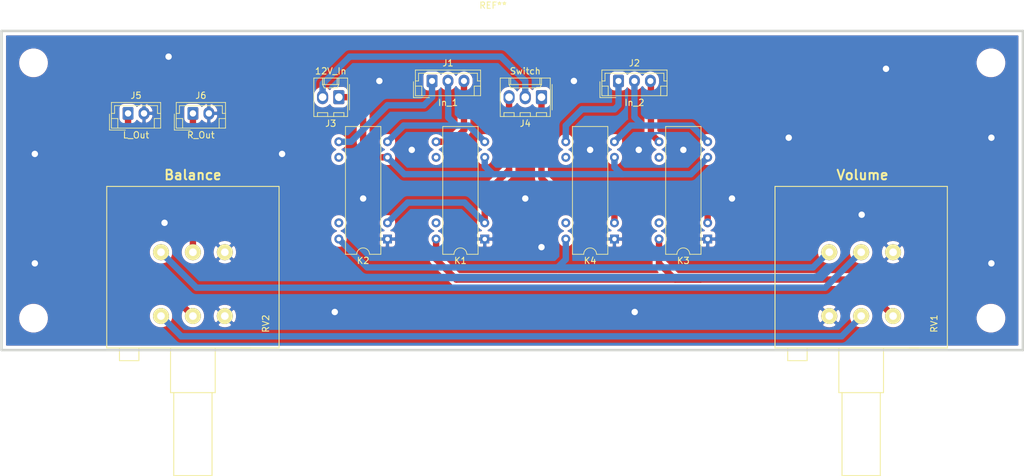
<source format=kicad_pcb>
(kicad_pcb (version 20171130) (host pcbnew "(5.1.4)-1")

  (general
    (thickness 1.6)
    (drawings 2)
    (tracks 123)
    (zones 0)
    (modules 13)
    (nets 18)
  )

  (page A4)
  (layers
    (0 F.Cu signal)
    (31 B.Cu signal)
    (32 B.Adhes user)
    (33 F.Adhes user)
    (34 B.Paste user)
    (35 F.Paste user)
    (36 B.SilkS user)
    (37 F.SilkS user)
    (38 B.Mask user)
    (39 F.Mask user)
    (40 Dwgs.User user)
    (41 Cmts.User user)
    (42 Eco1.User user)
    (43 Eco2.User user)
    (44 Edge.Cuts user)
    (45 Margin user)
    (46 B.CrtYd user)
    (47 F.CrtYd user)
    (48 B.Fab user)
    (49 F.Fab user)
  )

  (setup
    (last_trace_width 1)
    (trace_clearance 0.2)
    (zone_clearance 0.508)
    (zone_45_only no)
    (trace_min 0.2)
    (via_size 2)
    (via_drill 1)
    (via_min_size 0.4)
    (via_min_drill 0.3)
    (uvia_size 0.3)
    (uvia_drill 0.1)
    (uvias_allowed no)
    (uvia_min_size 0.2)
    (uvia_min_drill 0.1)
    (edge_width 0.15)
    (segment_width 0.2)
    (pcb_text_width 0.3)
    (pcb_text_size 1.5 1.5)
    (mod_edge_width 0.15)
    (mod_text_size 1 1)
    (mod_text_width 0.15)
    (pad_size 1.524 1.524)
    (pad_drill 0.762)
    (pad_to_mask_clearance 0.2)
    (aux_axis_origin 0 0)
    (visible_elements 7FFFFFFF)
    (pcbplotparams
      (layerselection 0x00030_80000001)
      (usegerberextensions false)
      (usegerberattributes false)
      (usegerberadvancedattributes false)
      (creategerberjobfile false)
      (excludeedgelayer true)
      (linewidth 0.100000)
      (plotframeref false)
      (viasonmask false)
      (mode 1)
      (useauxorigin false)
      (hpglpennumber 1)
      (hpglpenspeed 20)
      (hpglpendiameter 15.000000)
      (psnegative false)
      (psa4output false)
      (plotreference true)
      (plotvalue true)
      (plotinvisibletext false)
      (padsonsilk false)
      (subtractmaskfromsilk false)
      (outputformat 1)
      (mirror false)
      (drillshape 1)
      (scaleselection 1)
      (outputdirectory ""))
  )

  (net 0 "")
  (net 1 Earth_Clean)
  (net 2 "Net-(RV1-Pad5)")
  (net 3 "Net-(RV1-Pad2)")
  (net 4 "Net-(J1-Pad3)")
  (net 5 "Net-(J1-Pad2)")
  (net 6 "Net-(J1-Pad1)")
  (net 7 "Net-(J2-Pad3)")
  (net 8 "Net-(J2-Pad2)")
  (net 9 "Net-(J2-Pad1)")
  (net 10 "Net-(K1-Pad14)")
  (net 11 "Net-(K2-Pad14)")
  (net 12 "Net-(J3-Pad2)")
  (net 13 "Net-(J3-Pad1)")
  (net 14 "Net-(J4-Pad3)")
  (net 15 "Net-(J4-Pad1)")
  (net 16 "Net-(J5-Pad1)")
  (net 17 "Net-(J6-Pad1)")

  (net_class Default "Dies ist die voreingestellte Netzklasse."
    (clearance 0.2)
    (trace_width 1)
    (via_dia 2)
    (via_drill 1)
    (uvia_dia 0.3)
    (uvia_drill 0.1)
    (add_net Earth_Clean)
    (add_net "Net-(J1-Pad1)")
    (add_net "Net-(J1-Pad2)")
    (add_net "Net-(J1-Pad3)")
    (add_net "Net-(J2-Pad1)")
    (add_net "Net-(J2-Pad2)")
    (add_net "Net-(J2-Pad3)")
    (add_net "Net-(J3-Pad1)")
    (add_net "Net-(J3-Pad2)")
    (add_net "Net-(J4-Pad1)")
    (add_net "Net-(J4-Pad3)")
    (add_net "Net-(J5-Pad1)")
    (add_net "Net-(J6-Pad1)")
    (add_net "Net-(K1-Pad14)")
    (add_net "Net-(K2-Pad14)")
    (add_net "Net-(RV1-Pad2)")
    (add_net "Net-(RV1-Pad5)")
  )

  (module Connector_JST:JST_EH_B2B-EH-A_1x02_P2.50mm_Vertical (layer F.Cu) (tedit 5C28142C) (tstamp 5DE9A5CB)
    (at 83.82 100.33)
    (descr "JST EH series connector, B2B-EH-A (http://www.jst-mfg.com/product/pdf/eng/eEH.pdf), generated with kicad-footprint-generator")
    (tags "connector JST EH vertical")
    (path /5DEA49D8)
    (fp_text reference J6 (at 1.25 -2.8) (layer F.SilkS)
      (effects (font (size 1 1) (thickness 0.15)))
    )
    (fp_text value R_Out (at 1.25 3.4) (layer F.SilkS)
      (effects (font (size 1 1) (thickness 0.15)))
    )
    (fp_text user %R (at 1.25 1.5) (layer F.Fab)
      (effects (font (size 1 1) (thickness 0.15)))
    )
    (fp_line (start -2.91 2.61) (end -0.41 2.61) (layer F.Fab) (width 0.1))
    (fp_line (start -2.91 0.11) (end -2.91 2.61) (layer F.Fab) (width 0.1))
    (fp_line (start -2.91 2.61) (end -0.41 2.61) (layer F.SilkS) (width 0.12))
    (fp_line (start -2.91 0.11) (end -2.91 2.61) (layer F.SilkS) (width 0.12))
    (fp_line (start 4.11 0.81) (end 4.11 2.31) (layer F.SilkS) (width 0.12))
    (fp_line (start 5.11 0.81) (end 4.11 0.81) (layer F.SilkS) (width 0.12))
    (fp_line (start -1.61 0.81) (end -1.61 2.31) (layer F.SilkS) (width 0.12))
    (fp_line (start -2.61 0.81) (end -1.61 0.81) (layer F.SilkS) (width 0.12))
    (fp_line (start 4.61 0) (end 5.11 0) (layer F.SilkS) (width 0.12))
    (fp_line (start 4.61 -1.21) (end 4.61 0) (layer F.SilkS) (width 0.12))
    (fp_line (start -2.11 -1.21) (end 4.61 -1.21) (layer F.SilkS) (width 0.12))
    (fp_line (start -2.11 0) (end -2.11 -1.21) (layer F.SilkS) (width 0.12))
    (fp_line (start -2.61 0) (end -2.11 0) (layer F.SilkS) (width 0.12))
    (fp_line (start 5.11 -1.71) (end -2.61 -1.71) (layer F.SilkS) (width 0.12))
    (fp_line (start 5.11 2.31) (end 5.11 -1.71) (layer F.SilkS) (width 0.12))
    (fp_line (start -2.61 2.31) (end 5.11 2.31) (layer F.SilkS) (width 0.12))
    (fp_line (start -2.61 -1.71) (end -2.61 2.31) (layer F.SilkS) (width 0.12))
    (fp_line (start 5.5 -2.1) (end -3 -2.1) (layer F.CrtYd) (width 0.05))
    (fp_line (start 5.5 2.7) (end 5.5 -2.1) (layer F.CrtYd) (width 0.05))
    (fp_line (start -3 2.7) (end 5.5 2.7) (layer F.CrtYd) (width 0.05))
    (fp_line (start -3 -2.1) (end -3 2.7) (layer F.CrtYd) (width 0.05))
    (fp_line (start 5 -1.6) (end -2.5 -1.6) (layer F.Fab) (width 0.1))
    (fp_line (start 5 2.2) (end 5 -1.6) (layer F.Fab) (width 0.1))
    (fp_line (start -2.5 2.2) (end 5 2.2) (layer F.Fab) (width 0.1))
    (fp_line (start -2.5 -1.6) (end -2.5 2.2) (layer F.Fab) (width 0.1))
    (pad 2 thru_hole oval (at 2.5 0) (size 1.7 2) (drill 1) (layers *.Cu *.Mask)
      (net 1 Earth_Clean))
    (pad 1 thru_hole roundrect (at 0 0) (size 1.7 2) (drill 1) (layers *.Cu *.Mask) (roundrect_rratio 0.147059)
      (net 17 "Net-(J6-Pad1)"))
    (model ${KISYS3DMOD}/Connector_JST.3dshapes/JST_EH_B2B-EH-A_1x02_P2.50mm_Vertical.wrl
      (at (xyz 0 0 0))
      (scale (xyz 1 1 1))
      (rotate (xyz 0 0 0))
    )
  )

  (module Connector_JST:JST_EH_B2B-EH-A_1x02_P2.50mm_Vertical (layer F.Cu) (tedit 5C28142C) (tstamp 5DE9A5AB)
    (at 73.66 100.33)
    (descr "JST EH series connector, B2B-EH-A (http://www.jst-mfg.com/product/pdf/eng/eEH.pdf), generated with kicad-footprint-generator")
    (tags "connector JST EH vertical")
    (path /5DEA39C9)
    (fp_text reference J5 (at 1.25 -2.8) (layer F.SilkS)
      (effects (font (size 1 1) (thickness 0.15)))
    )
    (fp_text value L_Out (at 1.25 3.4) (layer F.SilkS)
      (effects (font (size 1 1) (thickness 0.15)))
    )
    (fp_text user %R (at 1.25 1.5) (layer F.Fab)
      (effects (font (size 1 1) (thickness 0.15)))
    )
    (fp_line (start -2.91 2.61) (end -0.41 2.61) (layer F.Fab) (width 0.1))
    (fp_line (start -2.91 0.11) (end -2.91 2.61) (layer F.Fab) (width 0.1))
    (fp_line (start -2.91 2.61) (end -0.41 2.61) (layer F.SilkS) (width 0.12))
    (fp_line (start -2.91 0.11) (end -2.91 2.61) (layer F.SilkS) (width 0.12))
    (fp_line (start 4.11 0.81) (end 4.11 2.31) (layer F.SilkS) (width 0.12))
    (fp_line (start 5.11 0.81) (end 4.11 0.81) (layer F.SilkS) (width 0.12))
    (fp_line (start -1.61 0.81) (end -1.61 2.31) (layer F.SilkS) (width 0.12))
    (fp_line (start -2.61 0.81) (end -1.61 0.81) (layer F.SilkS) (width 0.12))
    (fp_line (start 4.61 0) (end 5.11 0) (layer F.SilkS) (width 0.12))
    (fp_line (start 4.61 -1.21) (end 4.61 0) (layer F.SilkS) (width 0.12))
    (fp_line (start -2.11 -1.21) (end 4.61 -1.21) (layer F.SilkS) (width 0.12))
    (fp_line (start -2.11 0) (end -2.11 -1.21) (layer F.SilkS) (width 0.12))
    (fp_line (start -2.61 0) (end -2.11 0) (layer F.SilkS) (width 0.12))
    (fp_line (start 5.11 -1.71) (end -2.61 -1.71) (layer F.SilkS) (width 0.12))
    (fp_line (start 5.11 2.31) (end 5.11 -1.71) (layer F.SilkS) (width 0.12))
    (fp_line (start -2.61 2.31) (end 5.11 2.31) (layer F.SilkS) (width 0.12))
    (fp_line (start -2.61 -1.71) (end -2.61 2.31) (layer F.SilkS) (width 0.12))
    (fp_line (start 5.5 -2.1) (end -3 -2.1) (layer F.CrtYd) (width 0.05))
    (fp_line (start 5.5 2.7) (end 5.5 -2.1) (layer F.CrtYd) (width 0.05))
    (fp_line (start -3 2.7) (end 5.5 2.7) (layer F.CrtYd) (width 0.05))
    (fp_line (start -3 -2.1) (end -3 2.7) (layer F.CrtYd) (width 0.05))
    (fp_line (start 5 -1.6) (end -2.5 -1.6) (layer F.Fab) (width 0.1))
    (fp_line (start 5 2.2) (end 5 -1.6) (layer F.Fab) (width 0.1))
    (fp_line (start -2.5 2.2) (end 5 2.2) (layer F.Fab) (width 0.1))
    (fp_line (start -2.5 -1.6) (end -2.5 2.2) (layer F.Fab) (width 0.1))
    (pad 2 thru_hole oval (at 2.5 0) (size 1.7 2) (drill 1) (layers *.Cu *.Mask)
      (net 1 Earth_Clean))
    (pad 1 thru_hole roundrect (at 0 0) (size 1.7 2) (drill 1) (layers *.Cu *.Mask) (roundrect_rratio 0.147059)
      (net 16 "Net-(J5-Pad1)"))
    (model ${KISYS3DMOD}/Connector_JST.3dshapes/JST_EH_B2B-EH-A_1x02_P2.50mm_Vertical.wrl
      (at (xyz 0 0 0))
      (scale (xyz 1 1 1))
      (rotate (xyz 0 0 0))
    )
  )

  (module Connector_Molex:Molex_KK-254_AE-6410-03A_1x03_P2.54mm_Vertical (layer F.Cu) (tedit 5B78013E) (tstamp 5DE9A58B)
    (at 138.43 97.79 180)
    (descr "Molex KK-254 Interconnect System, old/engineering part number: AE-6410-03A example for new part number: 22-27-2031, 3 Pins (http://www.molex.com/pdm_docs/sd/022272021_sd.pdf), generated with kicad-footprint-generator")
    (tags "connector Molex KK-254 side entry")
    (path /5DE5C417)
    (fp_text reference J4 (at 2.54 -4.12) (layer F.SilkS)
      (effects (font (size 1 1) (thickness 0.15)))
    )
    (fp_text value Switch (at 2.54 4.08) (layer F.SilkS)
      (effects (font (size 1 1) (thickness 0.15)))
    )
    (fp_text user %R (at 2.54 -2.22) (layer F.Fab)
      (effects (font (size 1 1) (thickness 0.15)))
    )
    (fp_line (start 6.85 -3.42) (end -1.77 -3.42) (layer F.CrtYd) (width 0.05))
    (fp_line (start 6.85 3.38) (end 6.85 -3.42) (layer F.CrtYd) (width 0.05))
    (fp_line (start -1.77 3.38) (end 6.85 3.38) (layer F.CrtYd) (width 0.05))
    (fp_line (start -1.77 -3.42) (end -1.77 3.38) (layer F.CrtYd) (width 0.05))
    (fp_line (start 5.88 -2.43) (end 5.88 -3.03) (layer F.SilkS) (width 0.12))
    (fp_line (start 4.28 -2.43) (end 5.88 -2.43) (layer F.SilkS) (width 0.12))
    (fp_line (start 4.28 -3.03) (end 4.28 -2.43) (layer F.SilkS) (width 0.12))
    (fp_line (start 3.34 -2.43) (end 3.34 -3.03) (layer F.SilkS) (width 0.12))
    (fp_line (start 1.74 -2.43) (end 3.34 -2.43) (layer F.SilkS) (width 0.12))
    (fp_line (start 1.74 -3.03) (end 1.74 -2.43) (layer F.SilkS) (width 0.12))
    (fp_line (start 0.8 -2.43) (end 0.8 -3.03) (layer F.SilkS) (width 0.12))
    (fp_line (start -0.8 -2.43) (end 0.8 -2.43) (layer F.SilkS) (width 0.12))
    (fp_line (start -0.8 -3.03) (end -0.8 -2.43) (layer F.SilkS) (width 0.12))
    (fp_line (start 4.83 2.99) (end 4.83 1.99) (layer F.SilkS) (width 0.12))
    (fp_line (start 0.25 2.99) (end 0.25 1.99) (layer F.SilkS) (width 0.12))
    (fp_line (start 4.83 1.46) (end 5.08 1.99) (layer F.SilkS) (width 0.12))
    (fp_line (start 0.25 1.46) (end 4.83 1.46) (layer F.SilkS) (width 0.12))
    (fp_line (start 0 1.99) (end 0.25 1.46) (layer F.SilkS) (width 0.12))
    (fp_line (start 5.08 1.99) (end 5.08 2.99) (layer F.SilkS) (width 0.12))
    (fp_line (start 0 1.99) (end 5.08 1.99) (layer F.SilkS) (width 0.12))
    (fp_line (start 0 2.99) (end 0 1.99) (layer F.SilkS) (width 0.12))
    (fp_line (start -0.562893 0) (end -1.27 0.5) (layer F.Fab) (width 0.1))
    (fp_line (start -1.27 -0.5) (end -0.562893 0) (layer F.Fab) (width 0.1))
    (fp_line (start -1.67 -2) (end -1.67 2) (layer F.SilkS) (width 0.12))
    (fp_line (start 6.46 -3.03) (end -1.38 -3.03) (layer F.SilkS) (width 0.12))
    (fp_line (start 6.46 2.99) (end 6.46 -3.03) (layer F.SilkS) (width 0.12))
    (fp_line (start -1.38 2.99) (end 6.46 2.99) (layer F.SilkS) (width 0.12))
    (fp_line (start -1.38 -3.03) (end -1.38 2.99) (layer F.SilkS) (width 0.12))
    (fp_line (start 6.35 -2.92) (end -1.27 -2.92) (layer F.Fab) (width 0.1))
    (fp_line (start 6.35 2.88) (end 6.35 -2.92) (layer F.Fab) (width 0.1))
    (fp_line (start -1.27 2.88) (end 6.35 2.88) (layer F.Fab) (width 0.1))
    (fp_line (start -1.27 -2.92) (end -1.27 2.88) (layer F.Fab) (width 0.1))
    (pad 3 thru_hole oval (at 5.08 0 180) (size 1.74 2.2) (drill 1.2) (layers *.Cu *.Mask)
      (net 14 "Net-(J4-Pad3)"))
    (pad 2 thru_hole oval (at 2.54 0 180) (size 1.74 2.2) (drill 1.2) (layers *.Cu *.Mask)
      (net 12 "Net-(J3-Pad2)"))
    (pad 1 thru_hole roundrect (at 0 0 180) (size 1.74 2.2) (drill 1.2) (layers *.Cu *.Mask) (roundrect_rratio 0.143678)
      (net 15 "Net-(J4-Pad1)"))
    (model ${KISYS3DMOD}/Connector_Molex.3dshapes/Molex_KK-254_AE-6410-03A_1x03_P2.54mm_Vertical.wrl
      (at (xyz 0 0 0))
      (scale (xyz 1 1 1))
      (rotate (xyz 0 0 0))
    )
  )

  (module Connector_Molex:Molex_KK-254_AE-6410-02A_1x02_P2.54mm_Vertical (layer F.Cu) (tedit 5B78013E) (tstamp 5DE9A563)
    (at 106.68 97.79 180)
    (descr "Molex KK-254 Interconnect System, old/engineering part number: AE-6410-02A example for new part number: 22-27-2021, 2 Pins (http://www.molex.com/pdm_docs/sd/022272021_sd.pdf), generated with kicad-footprint-generator")
    (tags "connector Molex KK-254 side entry")
    (path /5DEA2BE6)
    (fp_text reference J3 (at 1.27 -4.12) (layer F.SilkS)
      (effects (font (size 1 1) (thickness 0.15)))
    )
    (fp_text value 12V_In (at 1.27 4.08) (layer F.SilkS)
      (effects (font (size 1 1) (thickness 0.15)))
    )
    (fp_text user %R (at 1.27 -2.22) (layer F.Fab)
      (effects (font (size 1 1) (thickness 0.15)))
    )
    (fp_line (start 4.31 -3.42) (end -1.77 -3.42) (layer F.CrtYd) (width 0.05))
    (fp_line (start 4.31 3.38) (end 4.31 -3.42) (layer F.CrtYd) (width 0.05))
    (fp_line (start -1.77 3.38) (end 4.31 3.38) (layer F.CrtYd) (width 0.05))
    (fp_line (start -1.77 -3.42) (end -1.77 3.38) (layer F.CrtYd) (width 0.05))
    (fp_line (start 3.34 -2.43) (end 3.34 -3.03) (layer F.SilkS) (width 0.12))
    (fp_line (start 1.74 -2.43) (end 3.34 -2.43) (layer F.SilkS) (width 0.12))
    (fp_line (start 1.74 -3.03) (end 1.74 -2.43) (layer F.SilkS) (width 0.12))
    (fp_line (start 0.8 -2.43) (end 0.8 -3.03) (layer F.SilkS) (width 0.12))
    (fp_line (start -0.8 -2.43) (end 0.8 -2.43) (layer F.SilkS) (width 0.12))
    (fp_line (start -0.8 -3.03) (end -0.8 -2.43) (layer F.SilkS) (width 0.12))
    (fp_line (start 2.29 2.99) (end 2.29 1.99) (layer F.SilkS) (width 0.12))
    (fp_line (start 0.25 2.99) (end 0.25 1.99) (layer F.SilkS) (width 0.12))
    (fp_line (start 2.29 1.46) (end 2.54 1.99) (layer F.SilkS) (width 0.12))
    (fp_line (start 0.25 1.46) (end 2.29 1.46) (layer F.SilkS) (width 0.12))
    (fp_line (start 0 1.99) (end 0.25 1.46) (layer F.SilkS) (width 0.12))
    (fp_line (start 2.54 1.99) (end 2.54 2.99) (layer F.SilkS) (width 0.12))
    (fp_line (start 0 1.99) (end 2.54 1.99) (layer F.SilkS) (width 0.12))
    (fp_line (start 0 2.99) (end 0 1.99) (layer F.SilkS) (width 0.12))
    (fp_line (start -0.562893 0) (end -1.27 0.5) (layer F.Fab) (width 0.1))
    (fp_line (start -1.27 -0.5) (end -0.562893 0) (layer F.Fab) (width 0.1))
    (fp_line (start -1.67 -2) (end -1.67 2) (layer F.SilkS) (width 0.12))
    (fp_line (start 3.92 -3.03) (end -1.38 -3.03) (layer F.SilkS) (width 0.12))
    (fp_line (start 3.92 2.99) (end 3.92 -3.03) (layer F.SilkS) (width 0.12))
    (fp_line (start -1.38 2.99) (end 3.92 2.99) (layer F.SilkS) (width 0.12))
    (fp_line (start -1.38 -3.03) (end -1.38 2.99) (layer F.SilkS) (width 0.12))
    (fp_line (start 3.81 -2.92) (end -1.27 -2.92) (layer F.Fab) (width 0.1))
    (fp_line (start 3.81 2.88) (end 3.81 -2.92) (layer F.Fab) (width 0.1))
    (fp_line (start -1.27 2.88) (end 3.81 2.88) (layer F.Fab) (width 0.1))
    (fp_line (start -1.27 -2.92) (end -1.27 2.88) (layer F.Fab) (width 0.1))
    (pad 2 thru_hole oval (at 2.54 0 180) (size 1.74 2.2) (drill 1.2) (layers *.Cu *.Mask)
      (net 12 "Net-(J3-Pad2)"))
    (pad 1 thru_hole roundrect (at 0 0 180) (size 1.74 2.2) (drill 1.2) (layers *.Cu *.Mask) (roundrect_rratio 0.143678)
      (net 13 "Net-(J3-Pad1)"))
    (model ${KISYS3DMOD}/Connector_Molex.3dshapes/Molex_KK-254_AE-6410-02A_1x02_P2.54mm_Vertical.wrl
      (at (xyz 0 0 0))
      (scale (xyz 1 1 1))
      (rotate (xyz 0 0 0))
    )
  )

  (module Connector_JST:JST_EH_B3B-EH-A_1x03_P2.50mm_Vertical (layer F.Cu) (tedit 5C28142C) (tstamp 5DE44305)
    (at 150.495 95.25)
    (descr "JST EH series connector, B3B-EH-A (http://www.jst-mfg.com/product/pdf/eng/eEH.pdf), generated with kicad-footprint-generator")
    (tags "connector JST EH vertical")
    (path /5DE73A3E)
    (fp_text reference J2 (at 2.5 -2.8) (layer F.SilkS)
      (effects (font (size 1 1) (thickness 0.15)))
    )
    (fp_text value In_2 (at 2.5 3.4) (layer F.SilkS)
      (effects (font (size 1 1) (thickness 0.15)))
    )
    (fp_text user %R (at 2.5 1.5) (layer F.Fab)
      (effects (font (size 1 1) (thickness 0.15)))
    )
    (fp_line (start -2.91 2.61) (end -0.41 2.61) (layer F.Fab) (width 0.1))
    (fp_line (start -2.91 0.11) (end -2.91 2.61) (layer F.Fab) (width 0.1))
    (fp_line (start -2.91 2.61) (end -0.41 2.61) (layer F.SilkS) (width 0.12))
    (fp_line (start -2.91 0.11) (end -2.91 2.61) (layer F.SilkS) (width 0.12))
    (fp_line (start 6.61 0.81) (end 6.61 2.31) (layer F.SilkS) (width 0.12))
    (fp_line (start 7.61 0.81) (end 6.61 0.81) (layer F.SilkS) (width 0.12))
    (fp_line (start -1.61 0.81) (end -1.61 2.31) (layer F.SilkS) (width 0.12))
    (fp_line (start -2.61 0.81) (end -1.61 0.81) (layer F.SilkS) (width 0.12))
    (fp_line (start 7.11 0) (end 7.61 0) (layer F.SilkS) (width 0.12))
    (fp_line (start 7.11 -1.21) (end 7.11 0) (layer F.SilkS) (width 0.12))
    (fp_line (start -2.11 -1.21) (end 7.11 -1.21) (layer F.SilkS) (width 0.12))
    (fp_line (start -2.11 0) (end -2.11 -1.21) (layer F.SilkS) (width 0.12))
    (fp_line (start -2.61 0) (end -2.11 0) (layer F.SilkS) (width 0.12))
    (fp_line (start 7.61 -1.71) (end -2.61 -1.71) (layer F.SilkS) (width 0.12))
    (fp_line (start 7.61 2.31) (end 7.61 -1.71) (layer F.SilkS) (width 0.12))
    (fp_line (start -2.61 2.31) (end 7.61 2.31) (layer F.SilkS) (width 0.12))
    (fp_line (start -2.61 -1.71) (end -2.61 2.31) (layer F.SilkS) (width 0.12))
    (fp_line (start 8 -2.1) (end -3 -2.1) (layer F.CrtYd) (width 0.05))
    (fp_line (start 8 2.7) (end 8 -2.1) (layer F.CrtYd) (width 0.05))
    (fp_line (start -3 2.7) (end 8 2.7) (layer F.CrtYd) (width 0.05))
    (fp_line (start -3 -2.1) (end -3 2.7) (layer F.CrtYd) (width 0.05))
    (fp_line (start 7.5 -1.6) (end -2.5 -1.6) (layer F.Fab) (width 0.1))
    (fp_line (start 7.5 2.2) (end 7.5 -1.6) (layer F.Fab) (width 0.1))
    (fp_line (start -2.5 2.2) (end 7.5 2.2) (layer F.Fab) (width 0.1))
    (fp_line (start -2.5 -1.6) (end -2.5 2.2) (layer F.Fab) (width 0.1))
    (pad 3 thru_hole oval (at 5 0) (size 1.7 1.95) (drill 0.95) (layers *.Cu *.Mask)
      (net 7 "Net-(J2-Pad3)"))
    (pad 2 thru_hole oval (at 2.5 0) (size 1.7 1.95) (drill 0.95) (layers *.Cu *.Mask)
      (net 8 "Net-(J2-Pad2)"))
    (pad 1 thru_hole roundrect (at 0 0) (size 1.7 1.95) (drill 0.95) (layers *.Cu *.Mask) (roundrect_rratio 0.147059)
      (net 9 "Net-(J2-Pad1)"))
    (model ${KISYS3DMOD}/Connector_JST.3dshapes/JST_EH_B3B-EH-A_1x03_P2.50mm_Vertical.wrl
      (at (xyz 0 0 0))
      (scale (xyz 1 1 1))
      (rotate (xyz 0 0 0))
    )
  )

  (module Connector_JST:JST_EH_B3B-EH-A_1x03_P2.50mm_Vertical (layer F.Cu) (tedit 5C28142C) (tstamp 5DE442DD)
    (at 121.285 95.25)
    (descr "JST EH series connector, B3B-EH-A (http://www.jst-mfg.com/product/pdf/eng/eEH.pdf), generated with kicad-footprint-generator")
    (tags "connector JST EH vertical")
    (path /5DE6AF61)
    (fp_text reference J1 (at 2.5 -2.8) (layer F.SilkS)
      (effects (font (size 1 1) (thickness 0.15)))
    )
    (fp_text value In_1 (at 2.5 3.4) (layer F.SilkS)
      (effects (font (size 1 1) (thickness 0.15)))
    )
    (fp_text user %R (at 2.5 1.5) (layer F.Fab)
      (effects (font (size 1 1) (thickness 0.15)))
    )
    (fp_line (start -2.91 2.61) (end -0.41 2.61) (layer F.Fab) (width 0.1))
    (fp_line (start -2.91 0.11) (end -2.91 2.61) (layer F.Fab) (width 0.1))
    (fp_line (start -2.91 2.61) (end -0.41 2.61) (layer F.SilkS) (width 0.12))
    (fp_line (start -2.91 0.11) (end -2.91 2.61) (layer F.SilkS) (width 0.12))
    (fp_line (start 6.61 0.81) (end 6.61 2.31) (layer F.SilkS) (width 0.12))
    (fp_line (start 7.61 0.81) (end 6.61 0.81) (layer F.SilkS) (width 0.12))
    (fp_line (start -1.61 0.81) (end -1.61 2.31) (layer F.SilkS) (width 0.12))
    (fp_line (start -2.61 0.81) (end -1.61 0.81) (layer F.SilkS) (width 0.12))
    (fp_line (start 7.11 0) (end 7.61 0) (layer F.SilkS) (width 0.12))
    (fp_line (start 7.11 -1.21) (end 7.11 0) (layer F.SilkS) (width 0.12))
    (fp_line (start -2.11 -1.21) (end 7.11 -1.21) (layer F.SilkS) (width 0.12))
    (fp_line (start -2.11 0) (end -2.11 -1.21) (layer F.SilkS) (width 0.12))
    (fp_line (start -2.61 0) (end -2.11 0) (layer F.SilkS) (width 0.12))
    (fp_line (start 7.61 -1.71) (end -2.61 -1.71) (layer F.SilkS) (width 0.12))
    (fp_line (start 7.61 2.31) (end 7.61 -1.71) (layer F.SilkS) (width 0.12))
    (fp_line (start -2.61 2.31) (end 7.61 2.31) (layer F.SilkS) (width 0.12))
    (fp_line (start -2.61 -1.71) (end -2.61 2.31) (layer F.SilkS) (width 0.12))
    (fp_line (start 8 -2.1) (end -3 -2.1) (layer F.CrtYd) (width 0.05))
    (fp_line (start 8 2.7) (end 8 -2.1) (layer F.CrtYd) (width 0.05))
    (fp_line (start -3 2.7) (end 8 2.7) (layer F.CrtYd) (width 0.05))
    (fp_line (start -3 -2.1) (end -3 2.7) (layer F.CrtYd) (width 0.05))
    (fp_line (start 7.5 -1.6) (end -2.5 -1.6) (layer F.Fab) (width 0.1))
    (fp_line (start 7.5 2.2) (end 7.5 -1.6) (layer F.Fab) (width 0.1))
    (fp_line (start -2.5 2.2) (end 7.5 2.2) (layer F.Fab) (width 0.1))
    (fp_line (start -2.5 -1.6) (end -2.5 2.2) (layer F.Fab) (width 0.1))
    (pad 3 thru_hole oval (at 5 0) (size 1.7 1.95) (drill 0.95) (layers *.Cu *.Mask)
      (net 4 "Net-(J1-Pad3)"))
    (pad 2 thru_hole oval (at 2.5 0) (size 1.7 1.95) (drill 0.95) (layers *.Cu *.Mask)
      (net 5 "Net-(J1-Pad2)"))
    (pad 1 thru_hole roundrect (at 0 0) (size 1.7 1.95) (drill 0.95) (layers *.Cu *.Mask) (roundrect_rratio 0.147059)
      (net 6 "Net-(J1-Pad1)"))
    (model ${KISYS3DMOD}/Connector_JST.3dshapes/JST_EH_B3B-EH-A_1x03_P2.50mm_Vertical.wrl
      (at (xyz 0 0 0))
      (scale (xyz 1 1 1))
      (rotate (xyz 0 0 0))
    )
  )

  (module EuroBoard_Outline:EuroBoard_halb_Type-II_160mmX50mm_holes locked (layer F.Cu) (tedit 0) (tstamp 5DE598A4)
    (at 53.848 137.414)
    (descr "Outline, Eurocard 1/2, Type II, 160x50mm, with holes 3,5mm,")
    (tags "Outline, Eurocard 1/2, Type II, 160x50mm, with holes 3,5mm,")
    (fp_text reference REF** (at 77.0001 -54.0004) (layer F.SilkS)
      (effects (font (size 1 1) (thickness 0.15)))
    )
    (fp_text value EuroBoard_halb_Type-II_160mmX50mm_holes (at 78.00086 5.99948) (layer F.Fab)
      (effects (font (size 1 1) (thickness 0.15)))
    )
    (fp_line (start 0 -49.9999) (end 0 0) (layer Edge.Cuts) (width 0.381))
    (fp_line (start 159.99968 -49.9999) (end 0 -49.9999) (layer Edge.Cuts) (width 0.381))
    (fp_line (start 159.99968 0) (end 159.99968 -49.9999) (layer Edge.Cuts) (width 0.381))
    (fp_line (start 0 0) (end 159.99968 0) (layer Edge.Cuts) (width 0.381))
    (pad "" np_thru_hole circle (at 155.00096 -5.00126) (size 3.50012 3.50012) (drill 3.50012) (layers *.Cu *.Mask))
    (pad "" np_thru_hole circle (at 155.00096 -45.00118) (size 3.50012 3.50012) (drill 3.50012) (layers *.Cu *.Mask))
    (pad "" np_thru_hole circle (at 5.00126 -45.00118) (size 3.50012 3.50012) (drill 3.50012) (layers *.Cu *.Mask))
    (pad "" np_thru_hole circle (at 5.00126 -5.00126) (size 3.50012 3.50012) (drill 3.50012) (layers *.Cu *.Mask))
  )

  (module Relay_THT:Relay_StandexMeder_DIP_LowProfile (layer F.Cu) (tedit 5A54BF5F) (tstamp 5DE44375)
    (at 149.86 120.015 180)
    (descr "package for Standex Meder DIP reed relay series, see https://standexelectronics.com/wp-content/uploads/datasheet_reed_relay_DIP.pdf")
    (tags "DIL DIP PDIP 2.54mm 7.62mm 300mil reed relay")
    (path /5DE5432A)
    (fp_text reference K4 (at 3.81 -3.39) (layer F.SilkS)
      (effects (font (size 1 1) (thickness 0.15)))
    )
    (fp_text value DIPxx-2Axx-21x (at 3.81 18.63) (layer F.Fab)
      (effects (font (size 1 1) (thickness 0.15)))
    )
    (fp_arc (start 3.81 -2.39) (end 2.81 -2.39) (angle -180) (layer F.SilkS) (width 0.12))
    (fp_line (start 8.7 -2.6) (end -1.1 -2.6) (layer F.CrtYd) (width 0.05))
    (fp_line (start 8.7 17.8) (end 8.7 -2.6) (layer F.CrtYd) (width 0.05))
    (fp_line (start -1.1 17.8) (end 8.7 17.8) (layer F.CrtYd) (width 0.05))
    (fp_line (start -1.1 -2.6) (end -1.1 17.8) (layer F.CrtYd) (width 0.05))
    (fp_line (start 6.58 -2.39) (end 4.81 -2.39) (layer F.SilkS) (width 0.12))
    (fp_line (start 6.58 17.63) (end 6.58 -2.39) (layer F.SilkS) (width 0.12))
    (fp_line (start 1.04 17.63) (end 6.58 17.63) (layer F.SilkS) (width 0.12))
    (fp_line (start 1.04 -2.39) (end 1.04 17.63) (layer F.SilkS) (width 0.12))
    (fp_line (start 2.81 -2.39) (end 1.04 -2.39) (layer F.SilkS) (width 0.12))
    (fp_line (start 0.64 -1.27) (end 1.64 -2.27) (layer F.Fab) (width 0.1))
    (fp_line (start 0.64 17.51) (end 0.64 -1.27) (layer F.Fab) (width 0.1))
    (fp_line (start 6.99 17.51) (end 0.64 17.51) (layer F.Fab) (width 0.1))
    (fp_line (start 6.99 -2.27) (end 6.99 17.51) (layer F.Fab) (width 0.1))
    (fp_line (start 1.64 -2.27) (end 6.99 -2.27) (layer F.Fab) (width 0.1))
    (fp_text user %R (at 3.815 7.62) (layer F.Fab)
      (effects (font (size 1 1) (thickness 0.15)))
    )
    (pad 14 thru_hole circle (at 7.62 0 180) (size 1.4 1.4) (drill 0.7) (layers *.Cu *.Mask)
      (net 11 "Net-(K2-Pad14)"))
    (pad 7 thru_hole circle (at 0 15.24 180) (size 1.4 1.4) (drill 0.7) (layers *.Cu *.Mask)
      (net 8 "Net-(J2-Pad2)"))
    (pad 8 thru_hole circle (at 7.62 15.24 180) (size 1.4 1.4) (drill 0.7) (layers *.Cu *.Mask)
      (net 9 "Net-(J2-Pad1)"))
    (pad 1 thru_hole rect (at 0 0 180) (size 1.4 1.4) (drill 0.7) (layers *.Cu *.Mask)
      (net 1 Earth_Clean))
    (pad 2 thru_hole circle (at 0 2.54 180) (size 1.4 1.4) (drill 0.7) (layers *.Cu *.Mask)
      (net 15 "Net-(J4-Pad1)"))
    (pad 6 thru_hole circle (at 0 12.8 180) (size 1.4 1.4) (drill 0.7) (layers *.Cu *.Mask)
      (net 13 "Net-(J3-Pad1)"))
    (pad 9 thru_hole circle (at 7.62 12.8 180) (size 1.4 1.4) (drill 0.7) (layers *.Cu *.Mask))
    (pad 13 thru_hole circle (at 7.62 2.54 180) (size 1.4 1.4) (drill 0.7) (layers *.Cu *.Mask))
    (model ${KISYS3DMOD}/Relay_THT.3dshapes/Relay_StandexMeder_DIP_LowProfile.wrl
      (at (xyz 0 0 0))
      (scale (xyz 1 1 1))
      (rotate (xyz 0 0 0))
    )
  )

  (module Relay_THT:Relay_StandexMeder_DIP_LowProfile (layer F.Cu) (tedit 5A54BF5F) (tstamp 5DE44359)
    (at 164.465 120.015 180)
    (descr "package for Standex Meder DIP reed relay series, see https://standexelectronics.com/wp-content/uploads/datasheet_reed_relay_DIP.pdf")
    (tags "DIL DIP PDIP 2.54mm 7.62mm 300mil reed relay")
    (path /5DE52A41)
    (fp_text reference K3 (at 3.81 -3.39) (layer F.SilkS)
      (effects (font (size 1 1) (thickness 0.15)))
    )
    (fp_text value DIPxx-2Axx-21x (at 3.81 18.63) (layer F.Fab)
      (effects (font (size 1 1) (thickness 0.15)))
    )
    (fp_arc (start 3.81 -2.39) (end 2.81 -2.39) (angle -180) (layer F.SilkS) (width 0.12))
    (fp_line (start 8.7 -2.6) (end -1.1 -2.6) (layer F.CrtYd) (width 0.05))
    (fp_line (start 8.7 17.8) (end 8.7 -2.6) (layer F.CrtYd) (width 0.05))
    (fp_line (start -1.1 17.8) (end 8.7 17.8) (layer F.CrtYd) (width 0.05))
    (fp_line (start -1.1 -2.6) (end -1.1 17.8) (layer F.CrtYd) (width 0.05))
    (fp_line (start 6.58 -2.39) (end 4.81 -2.39) (layer F.SilkS) (width 0.12))
    (fp_line (start 6.58 17.63) (end 6.58 -2.39) (layer F.SilkS) (width 0.12))
    (fp_line (start 1.04 17.63) (end 6.58 17.63) (layer F.SilkS) (width 0.12))
    (fp_line (start 1.04 -2.39) (end 1.04 17.63) (layer F.SilkS) (width 0.12))
    (fp_line (start 2.81 -2.39) (end 1.04 -2.39) (layer F.SilkS) (width 0.12))
    (fp_line (start 0.64 -1.27) (end 1.64 -2.27) (layer F.Fab) (width 0.1))
    (fp_line (start 0.64 17.51) (end 0.64 -1.27) (layer F.Fab) (width 0.1))
    (fp_line (start 6.99 17.51) (end 0.64 17.51) (layer F.Fab) (width 0.1))
    (fp_line (start 6.99 -2.27) (end 6.99 17.51) (layer F.Fab) (width 0.1))
    (fp_line (start 1.64 -2.27) (end 6.99 -2.27) (layer F.Fab) (width 0.1))
    (fp_text user %R (at 3.815 7.62) (layer F.Fab)
      (effects (font (size 1 1) (thickness 0.15)))
    )
    (pad 14 thru_hole circle (at 7.62 0 180) (size 1.4 1.4) (drill 0.7) (layers *.Cu *.Mask)
      (net 10 "Net-(K1-Pad14)"))
    (pad 7 thru_hole circle (at 0 15.24 180) (size 1.4 1.4) (drill 0.7) (layers *.Cu *.Mask)
      (net 8 "Net-(J2-Pad2)"))
    (pad 8 thru_hole circle (at 7.62 15.24 180) (size 1.4 1.4) (drill 0.7) (layers *.Cu *.Mask)
      (net 7 "Net-(J2-Pad3)"))
    (pad 1 thru_hole rect (at 0 0 180) (size 1.4 1.4) (drill 0.7) (layers *.Cu *.Mask)
      (net 1 Earth_Clean))
    (pad 2 thru_hole circle (at 0 2.54 180) (size 1.4 1.4) (drill 0.7) (layers *.Cu *.Mask)
      (net 15 "Net-(J4-Pad1)"))
    (pad 6 thru_hole circle (at 0 12.8 180) (size 1.4 1.4) (drill 0.7) (layers *.Cu *.Mask)
      (net 13 "Net-(J3-Pad1)"))
    (pad 9 thru_hole circle (at 7.62 12.8 180) (size 1.4 1.4) (drill 0.7) (layers *.Cu *.Mask))
    (pad 13 thru_hole circle (at 7.62 2.54 180) (size 1.4 1.4) (drill 0.7) (layers *.Cu *.Mask))
    (model ${KISYS3DMOD}/Relay_THT.3dshapes/Relay_StandexMeder_DIP_LowProfile.wrl
      (at (xyz 0 0 0))
      (scale (xyz 1 1 1))
      (rotate (xyz 0 0 0))
    )
  )

  (module Relay_THT:Relay_StandexMeder_DIP_LowProfile (layer F.Cu) (tedit 5A54BF5F) (tstamp 5DE4433D)
    (at 114.3 120.015 180)
    (descr "package for Standex Meder DIP reed relay series, see https://standexelectronics.com/wp-content/uploads/datasheet_reed_relay_DIP.pdf")
    (tags "DIL DIP PDIP 2.54mm 7.62mm 300mil reed relay")
    (path /5DE51351)
    (fp_text reference K2 (at 3.81 -3.39) (layer F.SilkS)
      (effects (font (size 1 1) (thickness 0.15)))
    )
    (fp_text value DIPxx-2Axx-21x (at 3.81 18.63) (layer F.Fab)
      (effects (font (size 1 1) (thickness 0.15)))
    )
    (fp_arc (start 3.81 -2.39) (end 2.81 -2.39) (angle -180) (layer F.SilkS) (width 0.12))
    (fp_line (start 8.7 -2.6) (end -1.1 -2.6) (layer F.CrtYd) (width 0.05))
    (fp_line (start 8.7 17.8) (end 8.7 -2.6) (layer F.CrtYd) (width 0.05))
    (fp_line (start -1.1 17.8) (end 8.7 17.8) (layer F.CrtYd) (width 0.05))
    (fp_line (start -1.1 -2.6) (end -1.1 17.8) (layer F.CrtYd) (width 0.05))
    (fp_line (start 6.58 -2.39) (end 4.81 -2.39) (layer F.SilkS) (width 0.12))
    (fp_line (start 6.58 17.63) (end 6.58 -2.39) (layer F.SilkS) (width 0.12))
    (fp_line (start 1.04 17.63) (end 6.58 17.63) (layer F.SilkS) (width 0.12))
    (fp_line (start 1.04 -2.39) (end 1.04 17.63) (layer F.SilkS) (width 0.12))
    (fp_line (start 2.81 -2.39) (end 1.04 -2.39) (layer F.SilkS) (width 0.12))
    (fp_line (start 0.64 -1.27) (end 1.64 -2.27) (layer F.Fab) (width 0.1))
    (fp_line (start 0.64 17.51) (end 0.64 -1.27) (layer F.Fab) (width 0.1))
    (fp_line (start 6.99 17.51) (end 0.64 17.51) (layer F.Fab) (width 0.1))
    (fp_line (start 6.99 -2.27) (end 6.99 17.51) (layer F.Fab) (width 0.1))
    (fp_line (start 1.64 -2.27) (end 6.99 -2.27) (layer F.Fab) (width 0.1))
    (fp_text user %R (at 3.815 7.62) (layer F.Fab)
      (effects (font (size 1 1) (thickness 0.15)))
    )
    (pad 14 thru_hole circle (at 7.62 0 180) (size 1.4 1.4) (drill 0.7) (layers *.Cu *.Mask)
      (net 11 "Net-(K2-Pad14)"))
    (pad 7 thru_hole circle (at 0 15.24 180) (size 1.4 1.4) (drill 0.7) (layers *.Cu *.Mask)
      (net 5 "Net-(J1-Pad2)"))
    (pad 8 thru_hole circle (at 7.62 15.24 180) (size 1.4 1.4) (drill 0.7) (layers *.Cu *.Mask)
      (net 6 "Net-(J1-Pad1)"))
    (pad 1 thru_hole rect (at 0 0 180) (size 1.4 1.4) (drill 0.7) (layers *.Cu *.Mask)
      (net 1 Earth_Clean))
    (pad 2 thru_hole circle (at 0 2.54 180) (size 1.4 1.4) (drill 0.7) (layers *.Cu *.Mask)
      (net 14 "Net-(J4-Pad3)"))
    (pad 6 thru_hole circle (at 0 12.8 180) (size 1.4 1.4) (drill 0.7) (layers *.Cu *.Mask)
      (net 13 "Net-(J3-Pad1)"))
    (pad 9 thru_hole circle (at 7.62 12.8 180) (size 1.4 1.4) (drill 0.7) (layers *.Cu *.Mask))
    (pad 13 thru_hole circle (at 7.62 2.54 180) (size 1.4 1.4) (drill 0.7) (layers *.Cu *.Mask))
    (model ${KISYS3DMOD}/Relay_THT.3dshapes/Relay_StandexMeder_DIP_LowProfile.wrl
      (at (xyz 0 0 0))
      (scale (xyz 1 1 1))
      (rotate (xyz 0 0 0))
    )
  )

  (module Relay_THT:Relay_StandexMeder_DIP_LowProfile (layer F.Cu) (tedit 5A54BF5F) (tstamp 5DE44321)
    (at 129.54 120.015 180)
    (descr "package for Standex Meder DIP reed relay series, see https://standexelectronics.com/wp-content/uploads/datasheet_reed_relay_DIP.pdf")
    (tags "DIL DIP PDIP 2.54mm 7.62mm 300mil reed relay")
    (path /5DE4024F)
    (fp_text reference K1 (at 3.81 -3.39) (layer F.SilkS)
      (effects (font (size 1 1) (thickness 0.15)))
    )
    (fp_text value DIPxx-2Axx-21x (at 3.81 18.63) (layer F.Fab)
      (effects (font (size 1 1) (thickness 0.15)))
    )
    (fp_arc (start 3.81 -2.39) (end 2.81 -2.39) (angle -180) (layer F.SilkS) (width 0.12))
    (fp_line (start 8.7 -2.6) (end -1.1 -2.6) (layer F.CrtYd) (width 0.05))
    (fp_line (start 8.7 17.8) (end 8.7 -2.6) (layer F.CrtYd) (width 0.05))
    (fp_line (start -1.1 17.8) (end 8.7 17.8) (layer F.CrtYd) (width 0.05))
    (fp_line (start -1.1 -2.6) (end -1.1 17.8) (layer F.CrtYd) (width 0.05))
    (fp_line (start 6.58 -2.39) (end 4.81 -2.39) (layer F.SilkS) (width 0.12))
    (fp_line (start 6.58 17.63) (end 6.58 -2.39) (layer F.SilkS) (width 0.12))
    (fp_line (start 1.04 17.63) (end 6.58 17.63) (layer F.SilkS) (width 0.12))
    (fp_line (start 1.04 -2.39) (end 1.04 17.63) (layer F.SilkS) (width 0.12))
    (fp_line (start 2.81 -2.39) (end 1.04 -2.39) (layer F.SilkS) (width 0.12))
    (fp_line (start 0.64 -1.27) (end 1.64 -2.27) (layer F.Fab) (width 0.1))
    (fp_line (start 0.64 17.51) (end 0.64 -1.27) (layer F.Fab) (width 0.1))
    (fp_line (start 6.99 17.51) (end 0.64 17.51) (layer F.Fab) (width 0.1))
    (fp_line (start 6.99 -2.27) (end 6.99 17.51) (layer F.Fab) (width 0.1))
    (fp_line (start 1.64 -2.27) (end 6.99 -2.27) (layer F.Fab) (width 0.1))
    (fp_text user %R (at 3.815 7.62) (layer F.Fab)
      (effects (font (size 1 1) (thickness 0.15)))
    )
    (pad 14 thru_hole circle (at 7.62 0 180) (size 1.4 1.4) (drill 0.7) (layers *.Cu *.Mask)
      (net 10 "Net-(K1-Pad14)"))
    (pad 7 thru_hole circle (at 0 15.24 180) (size 1.4 1.4) (drill 0.7) (layers *.Cu *.Mask)
      (net 5 "Net-(J1-Pad2)"))
    (pad 8 thru_hole circle (at 7.62 15.24 180) (size 1.4 1.4) (drill 0.7) (layers *.Cu *.Mask)
      (net 4 "Net-(J1-Pad3)"))
    (pad 1 thru_hole rect (at 0 0 180) (size 1.4 1.4) (drill 0.7) (layers *.Cu *.Mask)
      (net 1 Earth_Clean))
    (pad 2 thru_hole circle (at 0 2.54 180) (size 1.4 1.4) (drill 0.7) (layers *.Cu *.Mask)
      (net 14 "Net-(J4-Pad3)"))
    (pad 6 thru_hole circle (at 0 12.8 180) (size 1.4 1.4) (drill 0.7) (layers *.Cu *.Mask)
      (net 13 "Net-(J3-Pad1)"))
    (pad 9 thru_hole circle (at 7.62 12.8 180) (size 1.4 1.4) (drill 0.7) (layers *.Cu *.Mask))
    (pad 13 thru_hole circle (at 7.62 2.54 180) (size 1.4 1.4) (drill 0.7) (layers *.Cu *.Mask))
    (model ${KISYS3DMOD}/Relay_THT.3dshapes/Relay_StandexMeder_DIP_LowProfile.wrl
      (at (xyz 0 0 0))
      (scale (xyz 1 1 1))
      (rotate (xyz 0 0 0))
    )
  )

  (module Potentiometer_Alps_RKxxx:Potentiometer_Alps-RK271-double (layer F.Cu) (tedit 57F82420) (tstamp 57F85FDA)
    (at 88.82 133.27 270)
    (descr "Potentiometer  Alps, RK271")
    (tags "Potentiometer, double, dual, Alps, RK271")
    (path /55DA80EE)
    (fp_text reference RV2 (at 0 -6.42874 270) (layer F.SilkS)
      (effects (font (size 1 1) (thickness 0.15)))
    )
    (fp_text value "Alps 20k log" (at 0 16.43126 270) (layer F.Fab)
      (effects (font (size 1 1) (thickness 0.15)))
    )
    (fp_line (start 3.79984 16.51) (end 5.79984 16.51) (layer F.SilkS) (width 0.15))
    (fp_line (start 3.79984 13.462) (end 5.79984 13.462) (layer F.SilkS) (width 0.15))
    (fp_line (start 5.79984 13.5) (end 5.79984 16.5) (layer F.SilkS) (width 0.15))
    (fp_line (start -21.50016 -8.5) (end -21.50016 18.5) (layer F.SilkS) (width 0.15))
    (fp_line (start 3.79984 -2.49936) (end 3.79984 -3.99796) (layer F.SilkS) (width 0.15))
    (fp_line (start 3.79984 -8.5) (end -21.50016 -8.5) (layer F.SilkS) (width 0.15))
    (fp_line (start 10.81 2.00152) (end 23.81 2.00152) (layer F.SilkS) (width 0.15))
    (fp_line (start 23.81 2.00152) (end 23.81 8.001) (layer F.SilkS) (width 0.15))
    (fp_line (start 23.81 8.001) (end 10.81 8.001) (layer F.SilkS) (width 0.15))
    (fp_line (start 3.79984 1.50114) (end 10.81 1.50114) (layer F.SilkS) (width 0.15))
    (fp_line (start 10.81 1.50114) (end 10.81 8.50138) (layer F.SilkS) (width 0.15))
    (fp_line (start 10.81 8.50138) (end 3.79984 8.50138) (layer F.SilkS) (width 0.15))
    (fp_line (start -21.50016 18.5) (end 3.79984 18.5) (layer F.SilkS) (width 0.15))
    (fp_line (start 3.79984 18.5) (end 3.79984 -8.5) (layer F.SilkS) (width 0.15))
    (pad 4 thru_hole circle (at -11.19 10 270) (size 2.49936 2.49936) (drill 1.19888) (layers *.Cu *.Mask F.SilkS)
      (net 2 "Net-(RV1-Pad5)"))
    (pad 5 thru_hole circle (at -11.19 5 270) (size 2.49936 2.49936) (drill 1.19888) (layers *.Cu *.Mask F.SilkS)
      (net 17 "Net-(J6-Pad1)"))
    (pad 6 thru_hole circle (at -11.19 0 270) (size 2.49936 2.49936) (drill 1.19888) (layers *.Cu *.Mask F.SilkS)
      (net 1 Earth_Clean))
    (pad 2 thru_hole circle (at -1.19 5 270) (size 2.49936 2.49936) (drill 1.19888) (layers *.Cu *.Mask F.SilkS)
      (net 16 "Net-(J5-Pad1)"))
    (pad 1 thru_hole circle (at -1.19 10 270) (size 2.49936 2.49936) (drill 1.19888) (layers *.Cu *.Mask F.SilkS)
      (net 3 "Net-(RV1-Pad2)"))
    (pad 3 thru_hole circle (at -1.19 0 270) (size 2.49936 2.49936) (drill 1.19888) (layers *.Cu *.Mask F.SilkS)
      (net 1 Earth_Clean))
  )

  (module Potentiometer_Alps_RKxxx:Potentiometer_Alps-RK271-double (layer F.Cu) (tedit 57F82420) (tstamp 57F85FD1)
    (at 193.515 133.27 270)
    (descr "Potentiometer  Alps, RK271")
    (tags "Potentiometer, double, dual, Alps, RK271")
    (path /55DA8395)
    (fp_text reference RV1 (at 0 -6.42874 270) (layer F.SilkS)
      (effects (font (size 1 1) (thickness 0.15)))
    )
    (fp_text value "Alps 50k lin" (at 0 16.43126 270) (layer F.Fab)
      (effects (font (size 1 1) (thickness 0.15)))
    )
    (fp_line (start 3.79984 16.51) (end 5.79984 16.51) (layer F.SilkS) (width 0.15))
    (fp_line (start 3.79984 13.462) (end 5.79984 13.462) (layer F.SilkS) (width 0.15))
    (fp_line (start 5.79984 13.5) (end 5.79984 16.5) (layer F.SilkS) (width 0.15))
    (fp_line (start -21.50016 -8.5) (end -21.50016 18.5) (layer F.SilkS) (width 0.15))
    (fp_line (start 3.79984 -2.49936) (end 3.79984 -3.99796) (layer F.SilkS) (width 0.15))
    (fp_line (start 3.79984 -8.5) (end -21.50016 -8.5) (layer F.SilkS) (width 0.15))
    (fp_line (start 10.81 2.00152) (end 23.81 2.00152) (layer F.SilkS) (width 0.15))
    (fp_line (start 23.81 2.00152) (end 23.81 8.001) (layer F.SilkS) (width 0.15))
    (fp_line (start 23.81 8.001) (end 10.81 8.001) (layer F.SilkS) (width 0.15))
    (fp_line (start 3.79984 1.50114) (end 10.81 1.50114) (layer F.SilkS) (width 0.15))
    (fp_line (start 10.81 1.50114) (end 10.81 8.50138) (layer F.SilkS) (width 0.15))
    (fp_line (start 10.81 8.50138) (end 3.79984 8.50138) (layer F.SilkS) (width 0.15))
    (fp_line (start -21.50016 18.5) (end 3.79984 18.5) (layer F.SilkS) (width 0.15))
    (fp_line (start 3.79984 18.5) (end 3.79984 -8.5) (layer F.SilkS) (width 0.15))
    (pad 4 thru_hole circle (at -11.19 10 270) (size 2.49936 2.49936) (drill 1.19888) (layers *.Cu *.Mask F.SilkS)
      (net 11 "Net-(K2-Pad14)"))
    (pad 5 thru_hole circle (at -11.19 5 270) (size 2.49936 2.49936) (drill 1.19888) (layers *.Cu *.Mask F.SilkS)
      (net 2 "Net-(RV1-Pad5)"))
    (pad 6 thru_hole circle (at -11.19 0 270) (size 2.49936 2.49936) (drill 1.19888) (layers *.Cu *.Mask F.SilkS)
      (net 1 Earth_Clean))
    (pad 2 thru_hole circle (at -1.19 5 270) (size 2.49936 2.49936) (drill 1.19888) (layers *.Cu *.Mask F.SilkS)
      (net 3 "Net-(RV1-Pad2)"))
    (pad 1 thru_hole circle (at -1.19 10 270) (size 2.49936 2.49936) (drill 1.19888) (layers *.Cu *.Mask F.SilkS)
      (net 1 Earth_Clean))
    (pad 3 thru_hole circle (at -1.19 0 270) (size 2.49936 2.49936) (drill 1.19888) (layers *.Cu *.Mask F.SilkS)
      (net 10 "Net-(K1-Pad14)"))
  )

  (gr_text Balance (at 83.82 109.982) (layer F.SilkS)
    (effects (font (size 1.5 1.5) (thickness 0.3)))
  )
  (gr_text Volume (at 188.722 109.982) (layer F.SilkS)
    (effects (font (size 1.5 1.5) (thickness 0.3)))
  )

  (via (at 160.655 106.045) (size 2) (drill 1) (layers F.Cu B.Cu) (net 1))
  (via (at 153.67 106.045) (size 2) (drill 1) (layers F.Cu B.Cu) (net 1))
  (via (at 118.11 106.045) (size 2) (drill 1) (layers F.Cu B.Cu) (net 1))
  (via (at 106.045 131.445) (size 2) (drill 1) (layers F.Cu B.Cu) (net 1))
  (via (at 153.035 131.445) (size 2) (drill 1) (layers F.Cu B.Cu) (net 1))
  (via (at 79.375 117.475) (size 2) (drill 1) (layers F.Cu B.Cu) (net 1))
  (via (at 59.055 106.68) (size 2) (drill 1) (layers F.Cu B.Cu) (net 1) (tstamp 5DF4240F))
  (via (at 59.055 123.825) (size 2) (drill 1) (layers F.Cu B.Cu) (net 1))
  (via (at 80.01 91.44) (size 2) (drill 1) (layers F.Cu B.Cu) (net 1))
  (via (at 135.89 113.665) (size 2) (drill 1) (layers F.Cu B.Cu) (net 1))
  (via (at 146.05 106.045) (size 2) (drill 1) (layers F.Cu B.Cu) (net 1))
  (via (at 168.275 113.665) (size 2) (drill 1) (layers F.Cu B.Cu) (net 1))
  (via (at 110.49 113.665) (size 2) (drill 1) (layers F.Cu B.Cu) (net 1))
  (via (at 208.915 123.825) (size 2) (drill 1) (layers F.Cu B.Cu) (net 1))
  (via (at 208.915 104.14) (size 2) (drill 1) (layers F.Cu B.Cu) (net 1))
  (via (at 177.165 104.14) (size 2) (drill 1) (layers F.Cu B.Cu) (net 1))
  (via (at 192.405 93.345) (size 2) (drill 1) (layers F.Cu B.Cu) (net 1))
  (via (at 188.595 116.205) (size 2) (drill 1) (layers F.Cu B.Cu) (net 1))
  (via (at 143.51 95.25) (size 2) (drill 1) (layers F.Cu B.Cu) (net 1))
  (via (at 97.79 106.68) (size 2) (drill 1) (layers F.Cu B.Cu) (net 1))
  (via (at 138.43 121.285) (size 2) (drill 1) (layers F.Cu B.Cu) (net 1))
  (via (at 113.03 95.25) (size 2) (drill 1) (layers F.Cu B.Cu) (net 1))
  (segment (start 80.069679 123.329679) (end 78.82 122.08) (width 1) (layer B.Cu) (net 2))
  (segment (start 84.375 127.635) (end 80.069679 123.329679) (width 1) (layer B.Cu) (net 2))
  (segment (start 182.88 127.635) (end 84.375 127.635) (width 1) (layer B.Cu) (net 2))
  (segment (start 188.515 122.08) (end 188.435 122.08) (width 1) (layer B.Cu) (net 2))
  (segment (start 188.435 122.08) (end 182.88 127.635) (width 1) (layer B.Cu) (net 2))
  (segment (start 80.069679 133.329679) (end 78.82 132.08) (width 1) (layer B.Cu) (net 3))
  (segment (start 81.995 135.255) (end 80.069679 133.329679) (width 1) (layer B.Cu) (net 3))
  (segment (start 185.448843 135.255) (end 81.995 135.255) (width 1) (layer B.Cu) (net 3))
  (segment (start 188.515 132.08) (end 188.515 132.188843) (width 1) (layer B.Cu) (net 3))
  (segment (start 188.515 132.188843) (end 185.448843 135.255) (width 1) (layer B.Cu) (net 3))
  (segment (start 124.46 104.775) (end 121.92 104.775) (width 1) (layer F.Cu) (net 4))
  (segment (start 126.365 102.87) (end 124.46 104.775) (width 1) (layer F.Cu) (net 4))
  (segment (start 126.285 102.79) (end 126.285 95.25) (width 1) (layer F.Cu) (net 4))
  (segment (start 126.365 102.87) (end 126.285 102.79) (width 1) (layer F.Cu) (net 4))
  (segment (start 128.840001 104.075001) (end 129.54 104.775) (width 1) (layer B.Cu) (net 5))
  (segment (start 127 102.235) (end 128.840001 104.075001) (width 1) (layer B.Cu) (net 5))
  (segment (start 114.3 104.775) (end 116.84 102.235) (width 1) (layer B.Cu) (net 5))
  (segment (start 116.84 102.235) (end 125.095 102.235) (width 1) (layer B.Cu) (net 5))
  (segment (start 125.095 102.235) (end 127 102.235) (width 1) (layer B.Cu) (net 5))
  (segment (start 123.785 97.225) (end 123.825 97.265) (width 1) (layer B.Cu) (net 5))
  (segment (start 123.785 95.25) (end 123.785 97.225) (width 1) (layer B.Cu) (net 5))
  (segment (start 123.825 100.965) (end 125.095 102.235) (width 1) (layer B.Cu) (net 5))
  (segment (start 123.825 97.265) (end 123.825 100.965) (width 1) (layer B.Cu) (net 5))
  (segment (start 108.585 104.775) (end 106.68 104.775) (width 1) (layer B.Cu) (net 6))
  (segment (start 114.3 99.06) (end 108.585 104.775) (width 1) (layer B.Cu) (net 6))
  (segment (start 120.015 99.06) (end 114.3 99.06) (width 1) (layer B.Cu) (net 6))
  (segment (start 121.285 95.25) (end 121.285 97.79) (width 1) (layer B.Cu) (net 6))
  (segment (start 121.285 97.79) (end 120.015 99.06) (width 1) (layer B.Cu) (net 6))
  (segment (start 155.575 95.33) (end 155.495 95.25) (width 1) (layer F.Cu) (net 7))
  (segment (start 156.845 104.775) (end 155.575 103.505) (width 1) (layer F.Cu) (net 7))
  (segment (start 155.575 103.505) (end 155.575 95.33) (width 1) (layer F.Cu) (net 7))
  (segment (start 163.765001 104.075001) (end 164.465 104.775) (width 1) (layer B.Cu) (net 8))
  (segment (start 161.925 102.235) (end 163.765001 104.075001) (width 1) (layer B.Cu) (net 8))
  (segment (start 149.86 104.775) (end 152.4 102.235) (width 1) (layer B.Cu) (net 8))
  (segment (start 152.4 102.235) (end 154.305 102.235) (width 1) (layer B.Cu) (net 8))
  (segment (start 154.305 102.235) (end 161.925 102.235) (width 1) (layer B.Cu) (net 8))
  (segment (start 152.995 100.925) (end 154.305 102.235) (width 1) (layer B.Cu) (net 8))
  (segment (start 152.995 95.25) (end 152.995 100.925) (width 1) (layer B.Cu) (net 8))
  (segment (start 150.495 99.06) (end 150.495 95.25) (width 1) (layer B.Cu) (net 9))
  (segment (start 149.86 99.695) (end 150.495 99.06) (width 1) (layer B.Cu) (net 9))
  (segment (start 144.78 99.695) (end 149.86 99.695) (width 1) (layer B.Cu) (net 9))
  (segment (start 142.24 104.775) (end 142.24 102.235) (width 1) (layer B.Cu) (net 9))
  (segment (start 142.24 102.235) (end 144.78 99.695) (width 1) (layer B.Cu) (net 9))
  (segment (start 192.265321 130.830321) (end 193.515 132.08) (width 1) (layer F.Cu) (net 10))
  (segment (start 187.8 126.365) (end 192.265321 130.830321) (width 1) (layer F.Cu) (net 10))
  (segment (start 163.335025 126.365) (end 187.8 126.365) (width 1) (layer F.Cu) (net 10))
  (segment (start 159.385 126.365) (end 163.335025 126.365) (width 1) (layer F.Cu) (net 10))
  (segment (start 156.845 120.015) (end 156.845 123.825) (width 1) (layer F.Cu) (net 10))
  (segment (start 156.845 123.825) (end 159.385 126.365) (width 1) (layer F.Cu) (net 10))
  (segment (start 121.92 123.19) (end 121.92 120.015) (width 1) (layer F.Cu) (net 10))
  (segment (start 163.335025 126.365) (end 125.095 126.365) (width 1) (layer F.Cu) (net 10))
  (segment (start 125.095 126.365) (end 121.92 123.19) (width 1) (layer F.Cu) (net 10))
  (segment (start 183.355 122.08) (end 183.515 122.08) (width 1) (layer B.Cu) (net 11))
  (segment (start 180.975 124.46) (end 183.355 122.08) (width 1) (layer B.Cu) (net 11))
  (segment (start 106.68 120.015) (end 111.125 124.46) (width 1) (layer B.Cu) (net 11))
  (segment (start 142.24 123.19) (end 140.97 124.46) (width 1) (layer B.Cu) (net 11))
  (segment (start 142.24 120.015) (end 142.24 123.19) (width 1) (layer B.Cu) (net 11))
  (segment (start 111.125 124.46) (end 140.97 124.46) (width 1) (layer B.Cu) (net 11))
  (segment (start 140.97 124.46) (end 180.975 124.46) (width 1) (layer B.Cu) (net 11))
  (segment (start 135.89 95.25) (end 135.89 97.79) (width 1) (layer B.Cu) (net 12))
  (segment (start 132.08 91.44) (end 135.89 95.25) (width 1) (layer B.Cu) (net 12))
  (segment (start 108.39 91.44) (end 132.08 91.44) (width 1) (layer B.Cu) (net 12))
  (segment (start 104.14 97.79) (end 104.14 95.69) (width 1) (layer B.Cu) (net 12))
  (segment (start 104.14 95.69) (end 108.39 91.44) (width 1) (layer B.Cu) (net 12))
  (segment (start 161.825 109.855) (end 164.465 107.215) (width 1) (layer B.Cu) (net 13))
  (segment (start 114.3 107.215) (end 116.94 109.855) (width 1) (layer B.Cu) (net 13))
  (segment (start 129.54 108.585) (end 130.81 109.855) (width 1) (layer B.Cu) (net 13))
  (segment (start 129.54 107.215) (end 129.54 108.585) (width 1) (layer B.Cu) (net 13))
  (segment (start 116.94 109.855) (end 130.81 109.855) (width 1) (layer B.Cu) (net 13))
  (segment (start 130.81 109.855) (end 151.13 109.855) (width 1) (layer B.Cu) (net 13))
  (segment (start 151.13 109.855) (end 161.825 109.855) (width 1) (layer B.Cu) (net 13))
  (segment (start 114.2 107.315) (end 114.3 107.215) (width 1) (layer F.Cu) (net 13))
  (segment (start 151.002526 109.855) (end 151.13 109.855) (width 1) (layer B.Cu) (net 13))
  (segment (start 149.86 107.215) (end 149.86 108.712474) (width 1) (layer B.Cu) (net 13))
  (segment (start 149.86 108.712474) (end 151.002526 109.855) (width 1) (layer B.Cu) (net 13))
  (segment (start 108.585 97.79) (end 106.68 97.79) (width 1) (layer F.Cu) (net 13))
  (segment (start 110.49 99.695) (end 108.585 97.79) (width 1) (layer F.Cu) (net 13))
  (segment (start 110.49 104.775) (end 110.49 99.695) (width 1) (layer F.Cu) (net 13))
  (segment (start 114.3 107.215) (end 112.93 107.215) (width 1) (layer F.Cu) (net 13))
  (segment (start 112.93 107.215) (end 110.49 104.775) (width 1) (layer F.Cu) (net 13))
  (segment (start 133.35 107.95) (end 133.35 97.79) (width 1) (layer F.Cu) (net 14))
  (segment (start 133.35 109.22) (end 133.35 107.95) (width 1) (layer F.Cu) (net 14))
  (segment (start 129.54 117.475) (end 129.54 113.03) (width 1) (layer F.Cu) (net 14))
  (segment (start 129.54 113.03) (end 133.35 109.22) (width 1) (layer F.Cu) (net 14))
  (segment (start 128.840001 116.775001) (end 129.54 117.475) (width 1) (layer B.Cu) (net 14))
  (segment (start 126.365 114.3) (end 128.840001 116.775001) (width 1) (layer B.Cu) (net 14))
  (segment (start 114.3 117.475) (end 117.475 114.3) (width 1) (layer B.Cu) (net 14))
  (segment (start 117.475 114.3) (end 126.365 114.3) (width 1) (layer B.Cu) (net 14))
  (segment (start 138.43 97.79) (end 138.43 110.49) (width 1) (layer F.Cu) (net 15))
  (segment (start 138.43 110.49) (end 140.335 112.395) (width 1) (layer F.Cu) (net 15))
  (segment (start 164.465 114.935) (end 164.465 117.475) (width 1) (layer F.Cu) (net 15))
  (segment (start 151.13 112.395) (end 161.925 112.395) (width 1) (layer F.Cu) (net 15))
  (segment (start 161.925 112.395) (end 164.465 114.935) (width 1) (layer F.Cu) (net 15))
  (segment (start 149.86 114.3) (end 147.955 112.395) (width 1) (layer F.Cu) (net 15))
  (segment (start 149.86 117.475) (end 149.86 114.3) (width 1) (layer F.Cu) (net 15))
  (segment (start 140.335 112.395) (end 147.955 112.395) (width 1) (layer F.Cu) (net 15))
  (segment (start 147.955 112.395) (end 151.13 112.395) (width 1) (layer F.Cu) (net 15))
  (segment (start 73.66 121.92) (end 73.66 100.33) (width 1) (layer F.Cu) (net 16))
  (segment (start 83.82 132.08) (end 73.66 121.92) (width 1) (layer F.Cu) (net 16))
  (segment (start 83.693 121.953) (end 83.82 122.08) (width 1) (layer F.Cu) (net 17))
  (segment (start 83.82 100.33) (end 83.82 122.08) (width 1) (layer F.Cu) (net 17))

  (zone (net 1) (net_name Earth_Clean) (layer B.Cu) (tstamp 0) (hatch edge 0.508)
    (connect_pads (clearance 0.508))
    (min_thickness 0.254)
    (fill yes (arc_segments 32) (thermal_gap 0.508) (thermal_bridge_width 0.508))
    (polygon
      (pts
        (xy 54.102 87.884) (xy 54.102 137.414) (xy 213.614 137.414) (xy 213.614 87.884)
      )
    )
    (filled_polygon
      (pts
        (xy 213.02218 136.5885) (xy 54.6735 136.5885) (xy 54.6735 132.177832) (xy 56.4642 132.177832) (xy 56.4642 132.647648)
        (xy 56.555857 133.108436) (xy 56.735647 133.542489) (xy 56.996663 133.933127) (xy 57.328873 134.265337) (xy 57.719511 134.526353)
        (xy 58.153564 134.706143) (xy 58.614352 134.7978) (xy 59.084168 134.7978) (xy 59.544956 134.706143) (xy 59.979009 134.526353)
        (xy 60.369647 134.265337) (xy 60.701857 133.933127) (xy 60.962873 133.542489) (xy 61.142663 133.108436) (xy 61.23432 132.647648)
        (xy 61.23432 132.177832) (xy 61.177937 131.894375) (xy 76.93532 131.894375) (xy 76.93532 132.265625) (xy 77.007747 132.629741)
        (xy 77.149818 132.972731) (xy 77.356074 133.281413) (xy 77.618587 133.543926) (xy 77.927269 133.750182) (xy 78.270259 133.892253)
        (xy 78.634375 133.96468) (xy 79.005625 133.96468) (xy 79.083965 133.949097) (xy 79.306535 134.171667) (xy 79.30654 134.171671)
        (xy 81.153009 136.018141) (xy 81.188551 136.061449) (xy 81.361377 136.203284) (xy 81.558553 136.308676) (xy 81.772501 136.373577)
        (xy 81.994999 136.395491) (xy 82.050751 136.39) (xy 185.393092 136.39) (xy 185.448843 136.395491) (xy 185.504594 136.39)
        (xy 185.504595 136.39) (xy 185.671342 136.373577) (xy 185.88529 136.308676) (xy 186.082466 136.203284) (xy 186.255292 136.061449)
        (xy 186.290839 136.018135) (xy 188.344295 133.96468) (xy 188.700625 133.96468) (xy 189.064741 133.892253) (xy 189.407731 133.750182)
        (xy 189.716413 133.543926) (xy 189.978926 133.281413) (xy 190.185182 132.972731) (xy 190.327253 132.629741) (xy 190.39968 132.265625)
        (xy 190.39968 131.894375) (xy 191.63032 131.894375) (xy 191.63032 132.265625) (xy 191.702747 132.629741) (xy 191.844818 132.972731)
        (xy 192.051074 133.281413) (xy 192.313587 133.543926) (xy 192.622269 133.750182) (xy 192.965259 133.892253) (xy 193.329375 133.96468)
        (xy 193.700625 133.96468) (xy 194.064741 133.892253) (xy 194.407731 133.750182) (xy 194.716413 133.543926) (xy 194.978926 133.281413)
        (xy 195.185182 132.972731) (xy 195.327253 132.629741) (xy 195.39968 132.265625) (xy 195.39968 132.177832) (xy 206.4639 132.177832)
        (xy 206.4639 132.647648) (xy 206.555557 133.108436) (xy 206.735347 133.542489) (xy 206.996363 133.933127) (xy 207.328573 134.265337)
        (xy 207.719211 134.526353) (xy 208.153264 134.706143) (xy 208.614052 134.7978) (xy 209.083868 134.7978) (xy 209.544656 134.706143)
        (xy 209.978709 134.526353) (xy 210.369347 134.265337) (xy 210.701557 133.933127) (xy 210.962573 133.542489) (xy 211.142363 133.108436)
        (xy 211.23402 132.647648) (xy 211.23402 132.177832) (xy 211.142363 131.717044) (xy 210.962573 131.282991) (xy 210.701557 130.892353)
        (xy 210.369347 130.560143) (xy 209.978709 130.299127) (xy 209.544656 130.119337) (xy 209.083868 130.02768) (xy 208.614052 130.02768)
        (xy 208.153264 130.119337) (xy 207.719211 130.299127) (xy 207.328573 130.560143) (xy 206.996363 130.892353) (xy 206.735347 131.282991)
        (xy 206.555557 131.717044) (xy 206.4639 132.177832) (xy 195.39968 132.177832) (xy 195.39968 131.894375) (xy 195.327253 131.530259)
        (xy 195.185182 131.187269) (xy 194.978926 130.878587) (xy 194.716413 130.616074) (xy 194.407731 130.409818) (xy 194.064741 130.267747)
        (xy 193.700625 130.19532) (xy 193.329375 130.19532) (xy 192.965259 130.267747) (xy 192.622269 130.409818) (xy 192.313587 130.616074)
        (xy 192.051074 130.878587) (xy 191.844818 131.187269) (xy 191.702747 131.530259) (xy 191.63032 131.894375) (xy 190.39968 131.894375)
        (xy 190.327253 131.530259) (xy 190.185182 131.187269) (xy 189.978926 130.878587) (xy 189.716413 130.616074) (xy 189.407731 130.409818)
        (xy 189.064741 130.267747) (xy 188.700625 130.19532) (xy 188.329375 130.19532) (xy 187.965259 130.267747) (xy 187.622269 130.409818)
        (xy 187.313587 130.616074) (xy 187.051074 130.878587) (xy 186.844818 131.187269) (xy 186.702747 131.530259) (xy 186.63032 131.894375)
        (xy 186.63032 132.265625) (xy 186.663961 132.43475) (xy 184.978712 134.12) (xy 82.465132 134.12) (xy 80.911671 132.56654)
        (xy 80.911667 132.566535) (xy 80.689097 132.343965) (xy 80.70468 132.265625) (xy 80.70468 131.894375) (xy 81.93532 131.894375)
        (xy 81.93532 132.265625) (xy 82.007747 132.629741) (xy 82.149818 132.972731) (xy 82.356074 133.281413) (xy 82.618587 133.543926)
        (xy 82.927269 133.750182) (xy 83.270259 133.892253) (xy 83.634375 133.96468) (xy 84.005625 133.96468) (xy 84.369741 133.892253)
        (xy 84.712731 133.750182) (xy 85.021413 133.543926) (xy 85.171962 133.393377) (xy 87.686229 133.393377) (xy 87.812104 133.683315)
        (xy 88.144262 133.849139) (xy 88.502387 133.946975) (xy 88.872719 133.973065) (xy 89.241025 133.926405) (xy 89.593151 133.808789)
        (xy 89.827896 133.683315) (xy 89.953771 133.393377) (xy 182.381229 133.393377) (xy 182.507104 133.683315) (xy 182.839262 133.849139)
        (xy 183.197387 133.946975) (xy 183.567719 133.973065) (xy 183.936025 133.926405) (xy 184.288151 133.808789) (xy 184.522896 133.683315)
        (xy 184.648771 133.393377) (xy 183.515 132.259605) (xy 182.381229 133.393377) (xy 89.953771 133.393377) (xy 88.82 132.259605)
        (xy 87.686229 133.393377) (xy 85.171962 133.393377) (xy 85.283926 133.281413) (xy 85.490182 132.972731) (xy 85.632253 132.629741)
        (xy 85.70468 132.265625) (xy 85.70468 132.132719) (xy 86.926935 132.132719) (xy 86.973595 132.501025) (xy 87.091211 132.853151)
        (xy 87.216685 133.087896) (xy 87.506623 133.213771) (xy 88.640395 132.08) (xy 88.999605 132.08) (xy 90.133377 133.213771)
        (xy 90.423315 133.087896) (xy 90.589139 132.755738) (xy 90.686975 132.397613) (xy 90.705636 132.132719) (xy 181.621935 132.132719)
        (xy 181.668595 132.501025) (xy 181.786211 132.853151) (xy 181.911685 133.087896) (xy 182.201623 133.213771) (xy 183.335395 132.08)
        (xy 183.694605 132.08) (xy 184.828377 133.213771) (xy 185.118315 133.087896) (xy 185.284139 132.755738) (xy 185.381975 132.397613)
        (xy 185.408065 132.027281) (xy 185.361405 131.658975) (xy 185.243789 131.306849) (xy 185.118315 131.072104) (xy 184.828377 130.946229)
        (xy 183.694605 132.08) (xy 183.335395 132.08) (xy 182.201623 130.946229) (xy 181.911685 131.072104) (xy 181.745861 131.404262)
        (xy 181.648025 131.762387) (xy 181.621935 132.132719) (xy 90.705636 132.132719) (xy 90.713065 132.027281) (xy 90.666405 131.658975)
        (xy 90.548789 131.306849) (xy 90.423315 131.072104) (xy 90.133377 130.946229) (xy 88.999605 132.08) (xy 88.640395 132.08)
        (xy 87.506623 130.946229) (xy 87.216685 131.072104) (xy 87.050861 131.404262) (xy 86.953025 131.762387) (xy 86.926935 132.132719)
        (xy 85.70468 132.132719) (xy 85.70468 131.894375) (xy 85.632253 131.530259) (xy 85.490182 131.187269) (xy 85.283926 130.878587)
        (xy 85.171962 130.766623) (xy 87.686229 130.766623) (xy 88.82 131.900395) (xy 89.953771 130.766623) (xy 182.381229 130.766623)
        (xy 183.515 131.900395) (xy 184.648771 130.766623) (xy 184.522896 130.476685) (xy 184.190738 130.310861) (xy 183.832613 130.213025)
        (xy 183.462281 130.186935) (xy 183.093975 130.233595) (xy 182.741849 130.351211) (xy 182.507104 130.476685) (xy 182.381229 130.766623)
        (xy 89.953771 130.766623) (xy 89.827896 130.476685) (xy 89.495738 130.310861) (xy 89.137613 130.213025) (xy 88.767281 130.186935)
        (xy 88.398975 130.233595) (xy 88.046849 130.351211) (xy 87.812104 130.476685) (xy 87.686229 130.766623) (xy 85.171962 130.766623)
        (xy 85.021413 130.616074) (xy 84.712731 130.409818) (xy 84.369741 130.267747) (xy 84.005625 130.19532) (xy 83.634375 130.19532)
        (xy 83.270259 130.267747) (xy 82.927269 130.409818) (xy 82.618587 130.616074) (xy 82.356074 130.878587) (xy 82.149818 131.187269)
        (xy 82.007747 131.530259) (xy 81.93532 131.894375) (xy 80.70468 131.894375) (xy 80.632253 131.530259) (xy 80.490182 131.187269)
        (xy 80.283926 130.878587) (xy 80.021413 130.616074) (xy 79.712731 130.409818) (xy 79.369741 130.267747) (xy 79.005625 130.19532)
        (xy 78.634375 130.19532) (xy 78.270259 130.267747) (xy 77.927269 130.409818) (xy 77.618587 130.616074) (xy 77.356074 130.878587)
        (xy 77.149818 131.187269) (xy 77.007747 131.530259) (xy 76.93532 131.894375) (xy 61.177937 131.894375) (xy 61.142663 131.717044)
        (xy 60.962873 131.282991) (xy 60.701857 130.892353) (xy 60.369647 130.560143) (xy 59.979009 130.299127) (xy 59.544956 130.119337)
        (xy 59.084168 130.02768) (xy 58.614352 130.02768) (xy 58.153564 130.119337) (xy 57.719511 130.299127) (xy 57.328873 130.560143)
        (xy 56.996663 130.892353) (xy 56.735647 131.282991) (xy 56.555857 131.717044) (xy 56.4642 132.177832) (xy 54.6735 132.177832)
        (xy 54.6735 121.894375) (xy 76.93532 121.894375) (xy 76.93532 122.265625) (xy 77.007747 122.629741) (xy 77.149818 122.972731)
        (xy 77.356074 123.281413) (xy 77.618587 123.543926) (xy 77.927269 123.750182) (xy 78.270259 123.892253) (xy 78.634375 123.96468)
        (xy 79.005625 123.96468) (xy 79.083965 123.949097) (xy 79.306535 124.171667) (xy 79.30654 124.171671) (xy 83.533009 128.398141)
        (xy 83.568551 128.441449) (xy 83.741377 128.583284) (xy 83.938553 128.688676) (xy 84.152501 128.753577) (xy 84.319248 128.77)
        (xy 84.319257 128.77) (xy 84.374999 128.77549) (xy 84.430741 128.77) (xy 182.824249 128.77) (xy 182.88 128.775491)
        (xy 182.935751 128.77) (xy 182.935752 128.77) (xy 183.102499 128.753577) (xy 183.316447 128.688676) (xy 183.513623 128.583284)
        (xy 183.686449 128.441449) (xy 183.721996 128.398135) (xy 188.184307 123.935824) (xy 188.329375 123.96468) (xy 188.700625 123.96468)
        (xy 189.064741 123.892253) (xy 189.407731 123.750182) (xy 189.716413 123.543926) (xy 189.866962 123.393377) (xy 192.381229 123.393377)
        (xy 192.507104 123.683315) (xy 192.839262 123.849139) (xy 193.197387 123.946975) (xy 193.567719 123.973065) (xy 193.936025 123.926405)
        (xy 194.288151 123.808789) (xy 194.522896 123.683315) (xy 194.648771 123.393377) (xy 193.515 122.259605) (xy 192.381229 123.393377)
        (xy 189.866962 123.393377) (xy 189.978926 123.281413) (xy 190.185182 122.972731) (xy 190.327253 122.629741) (xy 190.39968 122.265625)
        (xy 190.39968 122.132719) (xy 191.621935 122.132719) (xy 191.668595 122.501025) (xy 191.786211 122.853151) (xy 191.911685 123.087896)
        (xy 192.201623 123.213771) (xy 193.335395 122.08) (xy 193.694605 122.08) (xy 194.828377 123.213771) (xy 195.118315 123.087896)
        (xy 195.284139 122.755738) (xy 195.381975 122.397613) (xy 195.408065 122.027281) (xy 195.361405 121.658975) (xy 195.243789 121.306849)
        (xy 195.118315 121.072104) (xy 194.828377 120.946229) (xy 193.694605 122.08) (xy 193.335395 122.08) (xy 192.201623 120.946229)
        (xy 191.911685 121.072104) (xy 191.745861 121.404262) (xy 191.648025 121.762387) (xy 191.621935 122.132719) (xy 190.39968 122.132719)
        (xy 190.39968 121.894375) (xy 190.327253 121.530259) (xy 190.185182 121.187269) (xy 189.978926 120.878587) (xy 189.866962 120.766623)
        (xy 192.381229 120.766623) (xy 193.515 121.900395) (xy 194.648771 120.766623) (xy 194.522896 120.476685) (xy 194.190738 120.310861)
        (xy 193.832613 120.213025) (xy 193.462281 120.186935) (xy 193.093975 120.233595) (xy 192.741849 120.351211) (xy 192.507104 120.476685)
        (xy 192.381229 120.766623) (xy 189.866962 120.766623) (xy 189.716413 120.616074) (xy 189.407731 120.409818) (xy 189.064741 120.267747)
        (xy 188.700625 120.19532) (xy 188.329375 120.19532) (xy 187.965259 120.267747) (xy 187.622269 120.409818) (xy 187.313587 120.616074)
        (xy 187.051074 120.878587) (xy 186.844818 121.187269) (xy 186.702747 121.530259) (xy 186.63032 121.894375) (xy 186.63032 122.265625)
        (xy 186.63263 122.277238) (xy 182.409869 126.5) (xy 84.845132 126.5) (xy 80.911671 122.56654) (xy 80.911667 122.566535)
        (xy 80.689097 122.343965) (xy 80.70468 122.265625) (xy 80.70468 121.894375) (xy 81.93532 121.894375) (xy 81.93532 122.265625)
        (xy 82.007747 122.629741) (xy 82.149818 122.972731) (xy 82.356074 123.281413) (xy 82.618587 123.543926) (xy 82.927269 123.750182)
        (xy 83.270259 123.892253) (xy 83.634375 123.96468) (xy 84.005625 123.96468) (xy 84.369741 123.892253) (xy 84.712731 123.750182)
        (xy 85.021413 123.543926) (xy 85.171962 123.393377) (xy 87.686229 123.393377) (xy 87.812104 123.683315) (xy 88.144262 123.849139)
        (xy 88.502387 123.946975) (xy 88.872719 123.973065) (xy 89.241025 123.926405) (xy 89.593151 123.808789) (xy 89.827896 123.683315)
        (xy 89.953771 123.393377) (xy 88.82 122.259605) (xy 87.686229 123.393377) (xy 85.171962 123.393377) (xy 85.283926 123.281413)
        (xy 85.490182 122.972731) (xy 85.632253 122.629741) (xy 85.70468 122.265625) (xy 85.70468 122.132719) (xy 86.926935 122.132719)
        (xy 86.973595 122.501025) (xy 87.091211 122.853151) (xy 87.216685 123.087896) (xy 87.506623 123.213771) (xy 88.640395 122.08)
        (xy 88.999605 122.08) (xy 90.133377 123.213771) (xy 90.423315 123.087896) (xy 90.589139 122.755738) (xy 90.686975 122.397613)
        (xy 90.713065 122.027281) (xy 90.666405 121.658975) (xy 90.548789 121.306849) (xy 90.423315 121.072104) (xy 90.133377 120.946229)
        (xy 88.999605 122.08) (xy 88.640395 122.08) (xy 87.506623 120.946229) (xy 87.216685 121.072104) (xy 87.050861 121.404262)
        (xy 86.953025 121.762387) (xy 86.926935 122.132719) (xy 85.70468 122.132719) (xy 85.70468 121.894375) (xy 85.632253 121.530259)
        (xy 85.490182 121.187269) (xy 85.283926 120.878587) (xy 85.171962 120.766623) (xy 87.686229 120.766623) (xy 88.82 121.900395)
        (xy 89.953771 120.766623) (xy 89.827896 120.476685) (xy 89.495738 120.310861) (xy 89.137613 120.213025) (xy 88.767281 120.186935)
        (xy 88.398975 120.233595) (xy 88.046849 120.351211) (xy 87.812104 120.476685) (xy 87.686229 120.766623) (xy 85.171962 120.766623)
        (xy 85.021413 120.616074) (xy 84.712731 120.409818) (xy 84.369741 120.267747) (xy 84.005625 120.19532) (xy 83.634375 120.19532)
        (xy 83.270259 120.267747) (xy 82.927269 120.409818) (xy 82.618587 120.616074) (xy 82.356074 120.878587) (xy 82.149818 121.187269)
        (xy 82.007747 121.530259) (xy 81.93532 121.894375) (xy 80.70468 121.894375) (xy 80.632253 121.530259) (xy 80.490182 121.187269)
        (xy 80.283926 120.878587) (xy 80.021413 120.616074) (xy 79.712731 120.409818) (xy 79.369741 120.267747) (xy 79.005625 120.19532)
        (xy 78.634375 120.19532) (xy 78.270259 120.267747) (xy 77.927269 120.409818) (xy 77.618587 120.616074) (xy 77.356074 120.878587)
        (xy 77.149818 121.187269) (xy 77.007747 121.530259) (xy 76.93532 121.894375) (xy 54.6735 121.894375) (xy 54.6735 117.343514)
        (xy 105.345 117.343514) (xy 105.345 117.606486) (xy 105.396304 117.864405) (xy 105.496939 118.107359) (xy 105.643038 118.326013)
        (xy 105.828987 118.511962) (xy 106.047641 118.658061) (xy 106.25753 118.745) (xy 106.047641 118.831939) (xy 105.828987 118.978038)
        (xy 105.643038 119.163987) (xy 105.496939 119.382641) (xy 105.396304 119.625595) (xy 105.345 119.883514) (xy 105.345 120.146486)
        (xy 105.396304 120.404405) (xy 105.496939 120.647359) (xy 105.643038 120.866013) (xy 105.828987 121.051962) (xy 106.047641 121.198061)
        (xy 106.290595 121.298696) (xy 106.375442 121.315573) (xy 110.283009 125.223141) (xy 110.318551 125.266449) (xy 110.491377 125.408284)
        (xy 110.688553 125.513676) (xy 110.902501 125.578577) (xy 111.069248 125.595) (xy 111.069257 125.595) (xy 111.124999 125.60049)
        (xy 111.180741 125.595) (xy 140.914249 125.595) (xy 140.97 125.600491) (xy 141.025751 125.595) (xy 180.919249 125.595)
        (xy 180.975 125.600491) (xy 181.030751 125.595) (xy 181.030752 125.595) (xy 181.197499 125.578577) (xy 181.411447 125.513676)
        (xy 181.608623 125.408284) (xy 181.781449 125.266449) (xy 181.816996 125.223135) (xy 183.11758 123.922551) (xy 183.329375 123.96468)
        (xy 183.700625 123.96468) (xy 184.064741 123.892253) (xy 184.407731 123.750182) (xy 184.716413 123.543926) (xy 184.978926 123.281413)
        (xy 185.185182 122.972731) (xy 185.327253 122.629741) (xy 185.39968 122.265625) (xy 185.39968 121.894375) (xy 185.327253 121.530259)
        (xy 185.185182 121.187269) (xy 184.978926 120.878587) (xy 184.716413 120.616074) (xy 184.407731 120.409818) (xy 184.064741 120.267747)
        (xy 183.700625 120.19532) (xy 183.329375 120.19532) (xy 182.965259 120.267747) (xy 182.622269 120.409818) (xy 182.313587 120.616074)
        (xy 182.051074 120.878587) (xy 181.844818 121.187269) (xy 181.702747 121.530259) (xy 181.63032 121.894375) (xy 181.63032 122.199548)
        (xy 180.504869 123.325) (xy 143.367195 123.325) (xy 143.375 123.245752) (xy 143.375 123.245745) (xy 143.38049 123.190001)
        (xy 143.375 123.134257) (xy 143.375 120.719288) (xy 143.377865 120.715) (xy 148.521928 120.715) (xy 148.534188 120.839482)
        (xy 148.570498 120.95918) (xy 148.629463 121.069494) (xy 148.708815 121.166185) (xy 148.805506 121.245537) (xy 148.91582 121.304502)
        (xy 149.035518 121.340812) (xy 149.16 121.353072) (xy 149.57425 121.35) (xy 149.733 121.19125) (xy 149.733 120.142)
        (xy 149.987 120.142) (xy 149.987 121.19125) (xy 150.14575 121.35) (xy 150.56 121.353072) (xy 150.684482 121.340812)
        (xy 150.80418 121.304502) (xy 150.914494 121.245537) (xy 151.011185 121.166185) (xy 151.090537 121.069494) (xy 151.149502 120.95918)
        (xy 151.185812 120.839482) (xy 151.198072 120.715) (xy 151.195 120.30075) (xy 151.03625 120.142) (xy 149.987 120.142)
        (xy 149.733 120.142) (xy 148.68375 120.142) (xy 148.525 120.30075) (xy 148.521928 120.715) (xy 143.377865 120.715)
        (xy 143.423061 120.647359) (xy 143.523696 120.404405) (xy 143.575 120.146486) (xy 143.575 119.883514) (xy 143.523696 119.625595)
        (xy 143.423061 119.382641) (xy 143.377866 119.315) (xy 148.521928 119.315) (xy 148.525 119.72925) (xy 148.68375 119.888)
        (xy 149.733 119.888) (xy 149.733 119.868) (xy 149.987 119.868) (xy 149.987 119.888) (xy 151.03625 119.888)
        (xy 151.195 119.72925) (xy 151.198072 119.315) (xy 151.185812 119.190518) (xy 151.149502 119.07082) (xy 151.090537 118.960506)
        (xy 151.011185 118.863815) (xy 150.914494 118.784463) (xy 150.80418 118.725498) (xy 150.684482 118.689188) (xy 150.56 118.676928)
        (xy 150.444747 118.677783) (xy 150.492359 118.658061) (xy 150.711013 118.511962) (xy 150.896962 118.326013) (xy 151.043061 118.107359)
        (xy 151.143696 117.864405) (xy 151.195 117.606486) (xy 151.195 117.343514) (xy 155.51 117.343514) (xy 155.51 117.606486)
        (xy 155.561304 117.864405) (xy 155.661939 118.107359) (xy 155.808038 118.326013) (xy 155.993987 118.511962) (xy 156.212641 118.658061)
        (xy 156.42253 118.745) (xy 156.212641 118.831939) (xy 155.993987 118.978038) (xy 155.808038 119.163987) (xy 155.661939 119.382641)
        (xy 155.561304 119.625595) (xy 155.51 119.883514) (xy 155.51 120.146486) (xy 155.561304 120.404405) (xy 155.661939 120.647359)
        (xy 155.808038 120.866013) (xy 155.993987 121.051962) (xy 156.212641 121.198061) (xy 156.455595 121.298696) (xy 156.713514 121.35)
        (xy 156.976486 121.35) (xy 157.234405 121.298696) (xy 157.477359 121.198061) (xy 157.696013 121.051962) (xy 157.881962 120.866013)
        (xy 157.982865 120.715) (xy 163.126928 120.715) (xy 163.139188 120.839482) (xy 163.175498 120.95918) (xy 163.234463 121.069494)
        (xy 163.313815 121.166185) (xy 163.410506 121.245537) (xy 163.52082 121.304502) (xy 163.640518 121.340812) (xy 163.765 121.353072)
        (xy 164.17925 121.35) (xy 164.338 121.19125) (xy 164.338 120.142) (xy 164.592 120.142) (xy 164.592 121.19125)
        (xy 164.75075 121.35) (xy 165.165 121.353072) (xy 165.289482 121.340812) (xy 165.40918 121.304502) (xy 165.519494 121.245537)
        (xy 165.616185 121.166185) (xy 165.695537 121.069494) (xy 165.754502 120.95918) (xy 165.790812 120.839482) (xy 165.803072 120.715)
        (xy 165.8 120.30075) (xy 165.64125 120.142) (xy 164.592 120.142) (xy 164.338 120.142) (xy 163.28875 120.142)
        (xy 163.13 120.30075) (xy 163.126928 120.715) (xy 157.982865 120.715) (xy 158.028061 120.647359) (xy 158.128696 120.404405)
        (xy 158.18 120.146486) (xy 158.18 119.883514) (xy 158.128696 119.625595) (xy 158.028061 119.382641) (xy 157.982866 119.315)
        (xy 163.126928 119.315) (xy 163.13 119.72925) (xy 163.28875 119.888) (xy 164.338 119.888) (xy 164.338 119.868)
        (xy 164.592 119.868) (xy 164.592 119.888) (xy 165.64125 119.888) (xy 165.8 119.72925) (xy 165.803072 119.315)
        (xy 165.790812 119.190518) (xy 165.754502 119.07082) (xy 165.695537 118.960506) (xy 165.616185 118.863815) (xy 165.519494 118.784463)
        (xy 165.40918 118.725498) (xy 165.289482 118.689188) (xy 165.165 118.676928) (xy 165.049747 118.677783) (xy 165.097359 118.658061)
        (xy 165.316013 118.511962) (xy 165.501962 118.326013) (xy 165.648061 118.107359) (xy 165.748696 117.864405) (xy 165.8 117.606486)
        (xy 165.8 117.343514) (xy 165.748696 117.085595) (xy 165.648061 116.842641) (xy 165.501962 116.623987) (xy 165.316013 116.438038)
        (xy 165.097359 116.291939) (xy 164.854405 116.191304) (xy 164.596486 116.14) (xy 164.333514 116.14) (xy 164.075595 116.191304)
        (xy 163.832641 116.291939) (xy 163.613987 116.438038) (xy 163.428038 116.623987) (xy 163.281939 116.842641) (xy 163.181304 117.085595)
        (xy 163.13 117.343514) (xy 163.13 117.606486) (xy 163.181304 117.864405) (xy 163.281939 118.107359) (xy 163.428038 118.326013)
        (xy 163.613987 118.511962) (xy 163.832641 118.658061) (xy 163.880253 118.677783) (xy 163.765 118.676928) (xy 163.640518 118.689188)
        (xy 163.52082 118.725498) (xy 163.410506 118.784463) (xy 163.313815 118.863815) (xy 163.234463 118.960506) (xy 163.175498 119.07082)
        (xy 163.139188 119.190518) (xy 163.126928 119.315) (xy 157.982866 119.315) (xy 157.881962 119.163987) (xy 157.696013 118.978038)
        (xy 157.477359 118.831939) (xy 157.26747 118.745) (xy 157.477359 118.658061) (xy 157.696013 118.511962) (xy 157.881962 118.326013)
        (xy 158.028061 118.107359) (xy 158.128696 117.864405) (xy 158.18 117.606486) (xy 158.18 117.343514) (xy 158.128696 117.085595)
        (xy 158.028061 116.842641) (xy 157.881962 116.623987) (xy 157.696013 116.438038) (xy 157.477359 116.291939) (xy 157.234405 116.191304)
        (xy 156.976486 116.14) (xy 156.713514 116.14) (xy 156.455595 116.191304) (xy 156.212641 116.291939) (xy 155.993987 116.438038)
        (xy 155.808038 116.623987) (xy 155.661939 116.842641) (xy 155.561304 117.085595) (xy 155.51 117.343514) (xy 151.195 117.343514)
        (xy 151.143696 117.085595) (xy 151.043061 116.842641) (xy 150.896962 116.623987) (xy 150.711013 116.438038) (xy 150.492359 116.291939)
        (xy 150.249405 116.191304) (xy 149.991486 116.14) (xy 149.728514 116.14) (xy 149.470595 116.191304) (xy 149.227641 116.291939)
        (xy 149.008987 116.438038) (xy 148.823038 116.623987) (xy 148.676939 116.842641) (xy 148.576304 117.085595) (xy 148.525 117.343514)
        (xy 148.525 117.606486) (xy 148.576304 117.864405) (xy 148.676939 118.107359) (xy 148.823038 118.326013) (xy 149.008987 118.511962)
        (xy 149.227641 118.658061) (xy 149.275253 118.677783) (xy 149.16 118.676928) (xy 149.035518 118.689188) (xy 148.91582 118.725498)
        (xy 148.805506 118.784463) (xy 148.708815 118.863815) (xy 148.629463 118.960506) (xy 148.570498 119.07082) (xy 148.534188 119.190518)
        (xy 148.521928 119.315) (xy 143.377866 119.315) (xy 143.276962 119.163987) (xy 143.091013 118.978038) (xy 142.872359 118.831939)
        (xy 142.66247 118.745) (xy 142.872359 118.658061) (xy 143.091013 118.511962) (xy 143.276962 118.326013) (xy 143.423061 118.107359)
        (xy 143.523696 117.864405) (xy 143.575 117.606486) (xy 143.575 117.343514) (xy 143.523696 117.085595) (xy 143.423061 116.842641)
        (xy 143.276962 116.623987) (xy 143.091013 116.438038) (xy 142.872359 116.291939) (xy 142.629405 116.191304) (xy 142.371486 116.14)
        (xy 142.108514 116.14) (xy 141.850595 116.191304) (xy 141.607641 116.291939) (xy 141.388987 116.438038) (xy 141.203038 116.623987)
        (xy 141.056939 116.842641) (xy 140.956304 117.085595) (xy 140.905 117.343514) (xy 140.905 117.606486) (xy 140.956304 117.864405)
        (xy 141.056939 118.107359) (xy 141.203038 118.326013) (xy 141.388987 118.511962) (xy 141.607641 118.658061) (xy 141.81753 118.745)
        (xy 141.607641 118.831939) (xy 141.388987 118.978038) (xy 141.203038 119.163987) (xy 141.056939 119.382641) (xy 140.956304 119.625595)
        (xy 140.905 119.883514) (xy 140.905 120.146486) (xy 140.956304 120.404405) (xy 141.056939 120.647359) (xy 141.105 120.719288)
        (xy 141.105001 122.719867) (xy 140.499869 123.325) (xy 111.595132 123.325) (xy 108.985132 120.715) (xy 112.961928 120.715)
        (xy 112.974188 120.839482) (xy 113.010498 120.95918) (xy 113.069463 121.069494) (xy 113.148815 121.166185) (xy 113.245506 121.245537)
        (xy 113.35582 121.304502) (xy 113.475518 121.340812) (xy 113.6 121.353072) (xy 114.01425 121.35) (xy 114.173 121.19125)
        (xy 114.173 120.142) (xy 114.427 120.142) (xy 114.427 121.19125) (xy 114.58575 121.35) (xy 115 121.353072)
        (xy 115.124482 121.340812) (xy 115.24418 121.304502) (xy 115.354494 121.245537) (xy 115.451185 121.166185) (xy 115.530537 121.069494)
        (xy 115.589502 120.95918) (xy 115.625812 120.839482) (xy 115.638072 120.715) (xy 115.635 120.30075) (xy 115.47625 120.142)
        (xy 114.427 120.142) (xy 114.173 120.142) (xy 113.12375 120.142) (xy 112.965 120.30075) (xy 112.961928 120.715)
        (xy 108.985132 120.715) (xy 107.980573 119.710442) (xy 107.963696 119.625595) (xy 107.863061 119.382641) (xy 107.817866 119.315)
        (xy 112.961928 119.315) (xy 112.965 119.72925) (xy 113.12375 119.888) (xy 114.173 119.888) (xy 114.173 119.868)
        (xy 114.427 119.868) (xy 114.427 119.888) (xy 115.47625 119.888) (xy 115.635 119.72925) (xy 115.638072 119.315)
        (xy 115.625812 119.190518) (xy 115.589502 119.07082) (xy 115.530537 118.960506) (xy 115.451185 118.863815) (xy 115.354494 118.784463)
        (xy 115.24418 118.725498) (xy 115.124482 118.689188) (xy 115 118.676928) (xy 114.884747 118.677783) (xy 114.932359 118.658061)
        (xy 115.151013 118.511962) (xy 115.336962 118.326013) (xy 115.483061 118.107359) (xy 115.583696 117.864405) (xy 115.600573 117.779558)
        (xy 116.036617 117.343514) (xy 120.585 117.343514) (xy 120.585 117.606486) (xy 120.636304 117.864405) (xy 120.736939 118.107359)
        (xy 120.883038 118.326013) (xy 121.068987 118.511962) (xy 121.287641 118.658061) (xy 121.49753 118.745) (xy 121.287641 118.831939)
        (xy 121.068987 118.978038) (xy 120.883038 119.163987) (xy 120.736939 119.382641) (xy 120.636304 119.625595) (xy 120.585 119.883514)
        (xy 120.585 120.146486) (xy 120.636304 120.404405) (xy 120.736939 120.647359) (xy 120.883038 120.866013) (xy 121.068987 121.051962)
        (xy 121.287641 121.198061) (xy 121.530595 121.298696) (xy 121.788514 121.35) (xy 122.051486 121.35) (xy 122.309405 121.298696)
        (xy 122.552359 121.198061) (xy 122.771013 121.051962) (xy 122.956962 120.866013) (xy 123.057865 120.715) (xy 128.201928 120.715)
        (xy 128.214188 120.839482) (xy 128.250498 120.95918) (xy 128.309463 121.069494) (xy 128.388815 121.166185) (xy 128.485506 121.245537)
        (xy 128.59582 121.304502) (xy 128.715518 121.340812) (xy 128.84 121.353072) (xy 129.25425 121.35) (xy 129.413 121.19125)
        (xy 129.413 120.142) (xy 129.667 120.142) (xy 129.667 121.19125) (xy 129.82575 121.35) (xy 130.24 121.353072)
        (xy 130.364482 121.340812) (xy 130.48418 121.304502) (xy 130.594494 121.245537) (xy 130.691185 121.166185) (xy 130.770537 121.069494)
        (xy 130.829502 120.95918) (xy 130.865812 120.839482) (xy 130.878072 120.715) (xy 130.875 120.30075) (xy 130.71625 120.142)
        (xy 129.667 120.142) (xy 129.413 120.142) (xy 128.36375 120.142) (xy 128.205 120.30075) (xy 128.201928 120.715)
        (xy 123.057865 120.715) (xy 123.103061 120.647359) (xy 123.203696 120.404405) (xy 123.255 120.146486) (xy 123.255 119.883514)
        (xy 123.203696 119.625595) (xy 123.103061 119.382641) (xy 122.956962 119.163987) (xy 122.771013 118.978038) (xy 122.552359 118.831939)
        (xy 122.34247 118.745) (xy 122.552359 118.658061) (xy 122.771013 118.511962) (xy 122.956962 118.326013) (xy 123.103061 118.107359)
        (xy 123.203696 117.864405) (xy 123.255 117.606486) (xy 123.255 117.343514) (xy 123.203696 117.085595) (xy 123.103061 116.842641)
        (xy 122.956962 116.623987) (xy 122.771013 116.438038) (xy 122.552359 116.291939) (xy 122.309405 116.191304) (xy 122.051486 116.14)
        (xy 121.788514 116.14) (xy 121.530595 116.191304) (xy 121.287641 116.291939) (xy 121.068987 116.438038) (xy 120.883038 116.623987)
        (xy 120.736939 116.842641) (xy 120.636304 117.085595) (xy 120.585 117.343514) (xy 116.036617 117.343514) (xy 117.945132 115.435)
        (xy 125.894869 115.435) (xy 128.076857 117.616989) (xy 128.076863 117.616994) (xy 128.239427 117.779558) (xy 128.256304 117.864405)
        (xy 128.356939 118.107359) (xy 128.503038 118.326013) (xy 128.688987 118.511962) (xy 128.907641 118.658061) (xy 128.955253 118.677783)
        (xy 128.84 118.676928) (xy 128.715518 118.689188) (xy 128.59582 118.725498) (xy 128.485506 118.784463) (xy 128.388815 118.863815)
        (xy 128.309463 118.960506) (xy 128.250498 119.07082) (xy 128.214188 119.190518) (xy 128.201928 119.315) (xy 128.205 119.72925)
        (xy 128.36375 119.888) (xy 129.413 119.888) (xy 129.413 119.868) (xy 129.667 119.868) (xy 129.667 119.888)
        (xy 130.71625 119.888) (xy 130.875 119.72925) (xy 130.878072 119.315) (xy 130.865812 119.190518) (xy 130.829502 119.07082)
        (xy 130.770537 118.960506) (xy 130.691185 118.863815) (xy 130.594494 118.784463) (xy 130.48418 118.725498) (xy 130.364482 118.689188)
        (xy 130.24 118.676928) (xy 130.124747 118.677783) (xy 130.172359 118.658061) (xy 130.391013 118.511962) (xy 130.576962 118.326013)
        (xy 130.723061 118.107359) (xy 130.823696 117.864405) (xy 130.875 117.606486) (xy 130.875 117.343514) (xy 130.823696 117.085595)
        (xy 130.723061 116.842641) (xy 130.576962 116.623987) (xy 130.391013 116.438038) (xy 130.172359 116.291939) (xy 129.929405 116.191304)
        (xy 129.844558 116.174427) (xy 129.681994 116.011863) (xy 129.681989 116.011857) (xy 127.206996 113.536865) (xy 127.171449 113.493551)
        (xy 126.998623 113.351716) (xy 126.801447 113.246324) (xy 126.587499 113.181423) (xy 126.420752 113.165) (xy 126.420751 113.165)
        (xy 126.365 113.159509) (xy 126.309249 113.165) (xy 117.530751 113.165) (xy 117.474999 113.159509) (xy 117.419248 113.165)
        (xy 117.252501 113.181423) (xy 117.038553 113.246324) (xy 116.841377 113.351716) (xy 116.668551 113.493551) (xy 116.633009 113.536859)
        (xy 113.995442 116.174427) (xy 113.910595 116.191304) (xy 113.667641 116.291939) (xy 113.448987 116.438038) (xy 113.263038 116.623987)
        (xy 113.116939 116.842641) (xy 113.016304 117.085595) (xy 112.965 117.343514) (xy 112.965 117.606486) (xy 113.016304 117.864405)
        (xy 113.116939 118.107359) (xy 113.263038 118.326013) (xy 113.448987 118.511962) (xy 113.667641 118.658061) (xy 113.715253 118.677783)
        (xy 113.6 118.676928) (xy 113.475518 118.689188) (xy 113.35582 118.725498) (xy 113.245506 118.784463) (xy 113.148815 118.863815)
        (xy 113.069463 118.960506) (xy 113.010498 119.07082) (xy 112.974188 119.190518) (xy 112.961928 119.315) (xy 107.817866 119.315)
        (xy 107.716962 119.163987) (xy 107.531013 118.978038) (xy 107.312359 118.831939) (xy 107.10247 118.745) (xy 107.312359 118.658061)
        (xy 107.531013 118.511962) (xy 107.716962 118.326013) (xy 107.863061 118.107359) (xy 107.963696 117.864405) (xy 108.015 117.606486)
        (xy 108.015 117.343514) (xy 107.963696 117.085595) (xy 107.863061 116.842641) (xy 107.716962 116.623987) (xy 107.531013 116.438038)
        (xy 107.312359 116.291939) (xy 107.069405 116.191304) (xy 106.811486 116.14) (xy 106.548514 116.14) (xy 106.290595 116.191304)
        (xy 106.047641 116.291939) (xy 105.828987 116.438038) (xy 105.643038 116.623987) (xy 105.496939 116.842641) (xy 105.396304 117.085595)
        (xy 105.345 117.343514) (xy 54.6735 117.343514) (xy 54.6735 104.643514) (xy 105.345 104.643514) (xy 105.345 104.906486)
        (xy 105.396304 105.164405) (xy 105.496939 105.407359) (xy 105.643038 105.626013) (xy 105.828987 105.811962) (xy 106.047641 105.958061)
        (xy 106.136819 105.995) (xy 106.047641 106.031939) (xy 105.828987 106.178038) (xy 105.643038 106.363987) (xy 105.496939 106.582641)
        (xy 105.396304 106.825595) (xy 105.345 107.083514) (xy 105.345 107.346486) (xy 105.396304 107.604405) (xy 105.496939 107.847359)
        (xy 105.643038 108.066013) (xy 105.828987 108.251962) (xy 106.047641 108.398061) (xy 106.290595 108.498696) (xy 106.548514 108.55)
        (xy 106.811486 108.55) (xy 107.069405 108.498696) (xy 107.312359 108.398061) (xy 107.531013 108.251962) (xy 107.716962 108.066013)
        (xy 107.863061 107.847359) (xy 107.963696 107.604405) (xy 108.015 107.346486) (xy 108.015 107.083514) (xy 107.963696 106.825595)
        (xy 107.863061 106.582641) (xy 107.716962 106.363987) (xy 107.531013 106.178038) (xy 107.312359 106.031939) (xy 107.223181 105.995)
        (xy 107.312359 105.958061) (xy 107.384288 105.91) (xy 108.529249 105.91) (xy 108.585 105.915491) (xy 108.640751 105.91)
        (xy 108.640752 105.91) (xy 108.807499 105.893577) (xy 109.021447 105.828676) (xy 109.218623 105.723284) (xy 109.391449 105.581449)
        (xy 109.426996 105.538135) (xy 114.770133 100.195) (xy 119.959249 100.195) (xy 120.015 100.200491) (xy 120.070751 100.195)
        (xy 120.070752 100.195) (xy 120.237499 100.178577) (xy 120.451447 100.113676) (xy 120.648623 100.008284) (xy 120.821449 99.866449)
        (xy 120.856996 99.823135) (xy 122.04814 98.631992) (xy 122.091449 98.596449) (xy 122.233284 98.423623) (xy 122.338676 98.226447)
        (xy 122.403577 98.012499) (xy 122.42 97.845752) (xy 122.42 97.845745) (xy 122.42549 97.790001) (xy 122.42 97.734257)
        (xy 122.42 96.679253) (xy 122.512962 96.602962) (xy 122.623405 96.468386) (xy 122.650001 96.418629) (xy 122.650001 97.169239)
        (xy 122.644509 97.225) (xy 122.666423 97.447498) (xy 122.69 97.525221) (xy 122.690001 100.909239) (xy 122.684509 100.965)
        (xy 122.697805 101.1) (xy 116.895741 101.1) (xy 116.839999 101.09451) (xy 116.784257 101.1) (xy 116.784248 101.1)
        (xy 116.617501 101.116423) (xy 116.403553 101.181324) (xy 116.206377 101.286716) (xy 116.033551 101.428551) (xy 115.998011 101.471857)
        (xy 113.995442 103.474427) (xy 113.910595 103.491304) (xy 113.667641 103.591939) (xy 113.448987 103.738038) (xy 113.263038 103.923987)
        (xy 113.116939 104.142641) (xy 113.016304 104.385595) (xy 112.965 104.643514) (xy 112.965 104.906486) (xy 113.016304 105.164405)
        (xy 113.116939 105.407359) (xy 113.263038 105.626013) (xy 113.448987 105.811962) (xy 113.667641 105.958061) (xy 113.756819 105.995)
        (xy 113.667641 106.031939) (xy 113.448987 106.178038) (xy 113.263038 106.363987) (xy 113.116939 106.582641) (xy 113.016304 106.825595)
        (xy 112.965 107.083514) (xy 112.965 107.346486) (xy 113.016304 107.604405) (xy 113.116939 107.847359) (xy 113.263038 108.066013)
        (xy 113.448987 108.251962) (xy 113.667641 108.398061) (xy 113.910595 108.498696) (xy 113.995442 108.515573) (xy 116.098009 110.618141)
        (xy 116.133551 110.661449) (xy 116.306376 110.803283) (xy 116.306377 110.803284) (xy 116.503553 110.908676) (xy 116.717501 110.973577)
        (xy 116.94 110.995491) (xy 116.995752 110.99) (xy 130.754255 110.99) (xy 130.809999 110.99549) (xy 130.865743 110.99)
        (xy 150.946774 110.99) (xy 151.002526 110.995491) (xy 151.058278 110.99) (xy 161.769249 110.99) (xy 161.825 110.995491)
        (xy 161.880751 110.99) (xy 161.880752 110.99) (xy 162.047499 110.973577) (xy 162.261447 110.908676) (xy 162.458623 110.803284)
        (xy 162.631449 110.661449) (xy 162.666996 110.618135) (xy 164.769559 108.515573) (xy 164.854405 108.498696) (xy 165.097359 108.398061)
        (xy 165.316013 108.251962) (xy 165.501962 108.066013) (xy 165.648061 107.847359) (xy 165.748696 107.604405) (xy 165.8 107.346486)
        (xy 165.8 107.083514) (xy 165.748696 106.825595) (xy 165.648061 106.582641) (xy 165.501962 106.363987) (xy 165.316013 106.178038)
        (xy 165.097359 106.031939) (xy 165.008181 105.995) (xy 165.097359 105.958061) (xy 165.316013 105.811962) (xy 165.501962 105.626013)
        (xy 165.648061 105.407359) (xy 165.748696 105.164405) (xy 165.8 104.906486) (xy 165.8 104.643514) (xy 165.748696 104.385595)
        (xy 165.648061 104.142641) (xy 165.501962 103.923987) (xy 165.316013 103.738038) (xy 165.097359 103.591939) (xy 164.854405 103.491304)
        (xy 164.769558 103.474427) (xy 164.606994 103.311863) (xy 164.606989 103.311857) (xy 162.766996 101.471865) (xy 162.731449 101.428551)
        (xy 162.558623 101.286716) (xy 162.361447 101.181324) (xy 162.147499 101.116423) (xy 161.980752 101.1) (xy 161.980751 101.1)
        (xy 161.925 101.094509) (xy 161.869249 101.1) (xy 154.775132 101.1) (xy 154.13 100.454869) (xy 154.13 96.332817)
        (xy 154.235706 96.204014) (xy 154.245 96.186626) (xy 154.254294 96.204014) (xy 154.439866 96.430134) (xy 154.665987 96.615706)
        (xy 154.923967 96.753599) (xy 155.20389 96.838513) (xy 155.495 96.867185) (xy 155.786111 96.838513) (xy 156.066034 96.753599)
        (xy 156.324014 96.615706) (xy 156.550134 96.430134) (xy 156.735706 96.204014) (xy 156.873599 95.946033) (xy 156.958513 95.66611)
        (xy 156.98 95.447949) (xy 156.98 95.05205) (xy 156.958513 94.833889) (xy 156.873599 94.553966) (xy 156.735706 94.295986)
        (xy 156.550134 94.069866) (xy 156.324013 93.884294) (xy 156.066033 93.746401) (xy 155.78611 93.661487) (xy 155.495 93.632815)
        (xy 155.203889 93.661487) (xy 154.923966 93.746401) (xy 154.665986 93.884294) (xy 154.439866 94.069866) (xy 154.254294 94.295987)
        (xy 154.245 94.313374) (xy 154.235706 94.295986) (xy 154.050134 94.069866) (xy 153.824013 93.884294) (xy 153.566033 93.746401)
        (xy 153.28611 93.661487) (xy 152.995 93.632815) (xy 152.703889 93.661487) (xy 152.423966 93.746401) (xy 152.165986 93.884294)
        (xy 151.939866 94.069866) (xy 151.887777 94.133337) (xy 151.833405 94.031614) (xy 151.722962 93.897038) (xy 151.588386 93.786595)
        (xy 151.43485 93.704528) (xy 151.268254 93.653992) (xy 151.095 93.636928) (xy 149.895 93.636928) (xy 149.721746 93.653992)
        (xy 149.55515 93.704528) (xy 149.401614 93.786595) (xy 149.267038 93.897038) (xy 149.156595 94.031614) (xy 149.074528 94.18515)
        (xy 149.023992 94.351746) (xy 149.006928 94.525) (xy 149.006928 95.975) (xy 149.023992 96.148254) (xy 149.074528 96.31485)
        (xy 149.156595 96.468386) (xy 149.267038 96.602962) (xy 149.360001 96.679254) (xy 149.36 98.56) (xy 144.835741 98.56)
        (xy 144.779999 98.55451) (xy 144.724257 98.56) (xy 144.724248 98.56) (xy 144.557501 98.576423) (xy 144.343553 98.641324)
        (xy 144.146377 98.746716) (xy 143.973551 98.888551) (xy 143.938011 98.931857) (xy 141.47686 101.393009) (xy 141.433552 101.428551)
        (xy 141.291717 101.601377) (xy 141.255752 101.668664) (xy 141.186324 101.798554) (xy 141.121423 102.012502) (xy 141.099509 102.235)
        (xy 141.105001 102.290761) (xy 141.105 104.070712) (xy 141.056939 104.142641) (xy 140.956304 104.385595) (xy 140.905 104.643514)
        (xy 140.905 104.906486) (xy 140.956304 105.164405) (xy 141.056939 105.407359) (xy 141.203038 105.626013) (xy 141.388987 105.811962)
        (xy 141.607641 105.958061) (xy 141.696819 105.995) (xy 141.607641 106.031939) (xy 141.388987 106.178038) (xy 141.203038 106.363987)
        (xy 141.056939 106.582641) (xy 140.956304 106.825595) (xy 140.905 107.083514) (xy 140.905 107.346486) (xy 140.956304 107.604405)
        (xy 141.056939 107.847359) (xy 141.203038 108.066013) (xy 141.388987 108.251962) (xy 141.607641 108.398061) (xy 141.850595 108.498696)
        (xy 142.108514 108.55) (xy 142.371486 108.55) (xy 142.629405 108.498696) (xy 142.872359 108.398061) (xy 143.091013 108.251962)
        (xy 143.276962 108.066013) (xy 143.423061 107.847359) (xy 143.523696 107.604405) (xy 143.575 107.346486) (xy 143.575 107.083514)
        (xy 143.523696 106.825595) (xy 143.423061 106.582641) (xy 143.276962 106.363987) (xy 143.091013 106.178038) (xy 142.872359 106.031939)
        (xy 142.783181 105.995) (xy 142.872359 105.958061) (xy 143.091013 105.811962) (xy 143.276962 105.626013) (xy 143.423061 105.407359)
        (xy 143.523696 105.164405) (xy 143.575 104.906486) (xy 143.575 104.643514) (xy 143.523696 104.385595) (xy 143.423061 104.142641)
        (xy 143.375 104.070712) (xy 143.375 102.705131) (xy 145.250132 100.83) (xy 149.804249 100.83) (xy 149.86 100.835491)
        (xy 149.915751 100.83) (xy 149.915752 100.83) (xy 150.082499 100.813577) (xy 150.296447 100.748676) (xy 150.493623 100.643284)
        (xy 150.666449 100.501449) (xy 150.701995 100.458136) (xy 151.25814 99.901992) (xy 151.301449 99.866449) (xy 151.443284 99.693623)
        (xy 151.548676 99.496447) (xy 151.613577 99.282499) (xy 151.63 99.115752) (xy 151.63 99.115751) (xy 151.635491 99.06)
        (xy 151.63 99.004248) (xy 151.63 96.679253) (xy 151.722962 96.602962) (xy 151.833405 96.468386) (xy 151.86 96.41863)
        (xy 151.860001 100.869239) (xy 151.854509 100.925) (xy 151.876423 101.147498) (xy 151.897409 101.216679) (xy 151.766377 101.286716)
        (xy 151.593551 101.428551) (xy 151.558011 101.471857) (xy 149.555442 103.474427) (xy 149.470595 103.491304) (xy 149.227641 103.591939)
        (xy 149.008987 103.738038) (xy 148.823038 103.923987) (xy 148.676939 104.142641) (xy 148.576304 104.385595) (xy 148.525 104.643514)
        (xy 148.525 104.906486) (xy 148.576304 105.164405) (xy 148.676939 105.407359) (xy 148.823038 105.626013) (xy 149.008987 105.811962)
        (xy 149.227641 105.958061) (xy 149.316819 105.995) (xy 149.227641 106.031939) (xy 149.008987 106.178038) (xy 148.823038 106.363987)
        (xy 148.676939 106.582641) (xy 148.576304 106.825595) (xy 148.525 107.083514) (xy 148.525 107.346486) (xy 148.576304 107.604405)
        (xy 148.676939 107.847359) (xy 148.725 107.919288) (xy 148.725 108.656723) (xy 148.719509 108.712474) (xy 148.72025 108.72)
        (xy 131.280132 108.72) (xy 130.675 108.114869) (xy 130.675 107.919288) (xy 130.723061 107.847359) (xy 130.823696 107.604405)
        (xy 130.875 107.346486) (xy 130.875 107.083514) (xy 130.823696 106.825595) (xy 130.723061 106.582641) (xy 130.576962 106.363987)
        (xy 130.391013 106.178038) (xy 130.172359 106.031939) (xy 130.083181 105.995) (xy 130.172359 105.958061) (xy 130.391013 105.811962)
        (xy 130.576962 105.626013) (xy 130.723061 105.407359) (xy 130.823696 105.164405) (xy 130.875 104.906486) (xy 130.875 104.643514)
        (xy 130.823696 104.385595) (xy 130.723061 104.142641) (xy 130.576962 103.923987) (xy 130.391013 103.738038) (xy 130.172359 103.591939)
        (xy 129.929405 103.491304) (xy 129.844558 103.474427) (xy 129.681994 103.311863) (xy 129.681989 103.311857) (xy 127.841996 101.471865)
        (xy 127.806449 101.428551) (xy 127.633623 101.286716) (xy 127.436447 101.181324) (xy 127.222499 101.116423) (xy 127.055752 101.1)
        (xy 127.055751 101.1) (xy 127 101.094509) (xy 126.944249 101.1) (xy 125.565132 101.1) (xy 124.96 100.494869)
        (xy 124.96 97.320752) (xy 124.965491 97.265) (xy 124.943577 97.042502) (xy 124.92 96.96478) (xy 124.92 96.332817)
        (xy 125.025706 96.204014) (xy 125.035 96.186626) (xy 125.044294 96.204014) (xy 125.229866 96.430134) (xy 125.455987 96.615706)
        (xy 125.713967 96.753599) (xy 125.99389 96.838513) (xy 126.285 96.867185) (xy 126.576111 96.838513) (xy 126.856034 96.753599)
        (xy 127.114014 96.615706) (xy 127.340134 96.430134) (xy 127.525706 96.204014) (xy 127.663599 95.946033) (xy 127.748513 95.66611)
        (xy 127.77 95.447949) (xy 127.77 95.05205) (xy 127.748513 94.833889) (xy 127.663599 94.553966) (xy 127.525706 94.295986)
        (xy 127.340134 94.069866) (xy 127.114013 93.884294) (xy 126.856033 93.746401) (xy 126.57611 93.661487) (xy 126.285 93.632815)
        (xy 125.993889 93.661487) (xy 125.713966 93.746401) (xy 125.455986 93.884294) (xy 125.229866 94.069866) (xy 125.044294 94.295987)
        (xy 125.035 94.313374) (xy 125.025706 94.295986) (xy 124.840134 94.069866) (xy 124.614013 93.884294) (xy 124.356033 93.746401)
        (xy 124.07611 93.661487) (xy 123.785 93.632815) (xy 123.493889 93.661487) (xy 123.213966 93.746401) (xy 122.955986 93.884294)
        (xy 122.729866 94.069866) (xy 122.677777 94.133337) (xy 122.623405 94.031614) (xy 122.512962 93.897038) (xy 122.378386 93.786595)
        (xy 122.22485 93.704528) (xy 122.058254 93.653992) (xy 121.885 93.636928) (xy 120.685 93.636928) (xy 120.511746 93.653992)
        (xy 120.34515 93.704528) (xy 120.191614 93.786595) (xy 120.057038 93.897038) (xy 119.946595 94.031614) (xy 119.864528 94.18515)
        (xy 119.813992 94.351746) (xy 119.796928 94.525) (xy 119.796928 95.975) (xy 119.813992 96.148254) (xy 119.864528 96.31485)
        (xy 119.946595 96.468386) (xy 120.057038 96.602962) (xy 120.150001 96.679254) (xy 120.150001 97.319867) (xy 119.544869 97.925)
        (xy 114.355752 97.925) (xy 114.3 97.919509) (xy 114.077501 97.941423) (xy 113.863553 98.006324) (xy 113.666377 98.111716)
        (xy 113.536856 98.218011) (xy 113.536854 98.218013) (xy 113.493551 98.253551) (xy 113.458013 98.296854) (xy 108.114869 103.64)
        (xy 107.384288 103.64) (xy 107.312359 103.591939) (xy 107.069405 103.491304) (xy 106.811486 103.44) (xy 106.548514 103.44)
        (xy 106.290595 103.491304) (xy 106.047641 103.591939) (xy 105.828987 103.738038) (xy 105.643038 103.923987) (xy 105.496939 104.142641)
        (xy 105.396304 104.385595) (xy 105.345 104.643514) (xy 54.6735 104.643514) (xy 54.6735 99.58) (xy 72.171928 99.58)
        (xy 72.171928 101.08) (xy 72.188992 101.253254) (xy 72.239528 101.41985) (xy 72.321595 101.573386) (xy 72.432038 101.707962)
        (xy 72.566614 101.818405) (xy 72.72015 101.900472) (xy 72.886746 101.951008) (xy 73.06 101.968072) (xy 74.26 101.968072)
        (xy 74.433254 101.951008) (xy 74.59985 101.900472) (xy 74.753386 101.818405) (xy 74.887962 101.707962) (xy 74.998405 101.573386)
        (xy 75.052914 101.471407) (xy 75.053198 101.471795) (xy 75.267954 101.668664) (xy 75.516991 101.819854) (xy 75.790739 101.919554)
        (xy 75.80311 101.921476) (xy 76.033 101.800155) (xy 76.033 100.457) (xy 76.287 100.457) (xy 76.287 101.800155)
        (xy 76.51689 101.921476) (xy 76.529261 101.919554) (xy 76.803009 101.819854) (xy 77.052046 101.668664) (xy 77.266802 101.471795)
        (xy 77.439025 101.236812) (xy 77.562096 100.972745) (xy 77.631285 100.689742) (xy 77.487232 100.457) (xy 76.287 100.457)
        (xy 76.033 100.457) (xy 76.013 100.457) (xy 76.013 100.203) (xy 76.033 100.203) (xy 76.033 98.859845)
        (xy 76.287 98.859845) (xy 76.287 100.203) (xy 77.487232 100.203) (xy 77.631285 99.970258) (xy 77.562096 99.687255)
        (xy 77.512109 99.58) (xy 82.331928 99.58) (xy 82.331928 101.08) (xy 82.348992 101.253254) (xy 82.399528 101.41985)
        (xy 82.481595 101.573386) (xy 82.592038 101.707962) (xy 82.726614 101.818405) (xy 82.88015 101.900472) (xy 83.046746 101.951008)
        (xy 83.22 101.968072) (xy 84.42 101.968072) (xy 84.593254 101.951008) (xy 84.75985 101.900472) (xy 84.913386 101.818405)
        (xy 85.047962 101.707962) (xy 85.158405 101.573386) (xy 85.212914 101.471407) (xy 85.213198 101.471795) (xy 85.427954 101.668664)
        (xy 85.676991 101.819854) (xy 85.950739 101.919554) (xy 85.96311 101.921476) (xy 86.193 101.800155) (xy 86.193 100.457)
        (xy 86.447 100.457) (xy 86.447 101.800155) (xy 86.67689 101.921476) (xy 86.689261 101.919554) (xy 86.963009 101.819854)
        (xy 87.212046 101.668664) (xy 87.426802 101.471795) (xy 87.599025 101.236812) (xy 87.722096 100.972745) (xy 87.791285 100.689742)
        (xy 87.647232 100.457) (xy 86.447 100.457) (xy 86.193 100.457) (xy 86.173 100.457) (xy 86.173 100.203)
        (xy 86.193 100.203) (xy 86.193 98.859845) (xy 86.447 98.859845) (xy 86.447 100.203) (xy 87.647232 100.203)
        (xy 87.791285 99.970258) (xy 87.722096 99.687255) (xy 87.599025 99.423188) (xy 87.426802 99.188205) (xy 87.212046 98.991336)
        (xy 86.963009 98.840146) (xy 86.689261 98.740446) (xy 86.67689 98.738524) (xy 86.447 98.859845) (xy 86.193 98.859845)
        (xy 85.96311 98.738524) (xy 85.950739 98.740446) (xy 85.676991 98.840146) (xy 85.427954 98.991336) (xy 85.213198 99.188205)
        (xy 85.212914 99.188593) (xy 85.158405 99.086614) (xy 85.047962 98.952038) (xy 84.913386 98.841595) (xy 84.75985 98.759528)
        (xy 84.593254 98.708992) (xy 84.42 98.691928) (xy 83.22 98.691928) (xy 83.046746 98.708992) (xy 82.88015 98.759528)
        (xy 82.726614 98.841595) (xy 82.592038 98.952038) (xy 82.481595 99.086614) (xy 82.399528 99.24015) (xy 82.348992 99.406746)
        (xy 82.331928 99.58) (xy 77.512109 99.58) (xy 77.439025 99.423188) (xy 77.266802 99.188205) (xy 77.052046 98.991336)
        (xy 76.803009 98.840146) (xy 76.529261 98.740446) (xy 76.51689 98.738524) (xy 76.287 98.859845) (xy 76.033 98.859845)
        (xy 75.80311 98.738524) (xy 75.790739 98.740446) (xy 75.516991 98.840146) (xy 75.267954 98.991336) (xy 75.053198 99.188205)
        (xy 75.052914 99.188593) (xy 74.998405 99.086614) (xy 74.887962 98.952038) (xy 74.753386 98.841595) (xy 74.59985 98.759528)
        (xy 74.433254 98.708992) (xy 74.26 98.691928) (xy 73.06 98.691928) (xy 72.886746 98.708992) (xy 72.72015 98.759528)
        (xy 72.566614 98.841595) (xy 72.432038 98.952038) (xy 72.321595 99.086614) (xy 72.239528 99.24015) (xy 72.188992 99.406746)
        (xy 72.171928 99.58) (xy 54.6735 99.58) (xy 54.6735 97.486064) (xy 102.635 97.486064) (xy 102.635 98.093935)
        (xy 102.656776 98.315031) (xy 102.742834 98.598724) (xy 102.882583 98.860178) (xy 103.070655 99.089345) (xy 103.299821 99.277417)
        (xy 103.561275 99.417166) (xy 103.844968 99.503224) (xy 104.14 99.532282) (xy 104.435031 99.503224) (xy 104.718724 99.417166)
        (xy 104.980178 99.277417) (xy 105.209345 99.089345) (xy 105.263066 99.023886) (xy 105.321595 99.133387) (xy 105.432038 99.267962)
        (xy 105.566613 99.378405) (xy 105.720149 99.460472) (xy 105.886745 99.511008) (xy 106.059999 99.528072) (xy 107.300001 99.528072)
        (xy 107.473255 99.511008) (xy 107.639851 99.460472) (xy 107.793387 99.378405) (xy 107.927962 99.267962) (xy 108.038405 99.133387)
        (xy 108.120472 98.979851) (xy 108.171008 98.813255) (xy 108.188072 98.640001) (xy 108.188072 96.939999) (xy 108.171008 96.766745)
        (xy 108.120472 96.600149) (xy 108.038405 96.446613) (xy 107.927962 96.312038) (xy 107.793387 96.201595) (xy 107.639851 96.119528)
        (xy 107.473255 96.068992) (xy 107.300001 96.051928) (xy 106.059999 96.051928) (xy 105.886745 96.068992) (xy 105.720149 96.119528)
        (xy 105.566613 96.201595) (xy 105.432038 96.312038) (xy 105.321595 96.446613) (xy 105.275 96.533786) (xy 105.275 96.160131)
        (xy 108.860133 92.575) (xy 131.609869 92.575) (xy 134.755 95.720133) (xy 134.755001 96.570655) (xy 134.632583 96.719821)
        (xy 134.62 96.743362) (xy 134.607417 96.719821) (xy 134.419345 96.490655) (xy 134.190179 96.302583) (xy 133.928725 96.162834)
        (xy 133.645032 96.076776) (xy 133.35 96.047718) (xy 133.054969 96.076776) (xy 132.771276 96.162834) (xy 132.509822 96.302583)
        (xy 132.280655 96.490655) (xy 132.092583 96.719821) (xy 131.952834 96.981275) (xy 131.866776 97.264968) (xy 131.845 97.486064)
        (xy 131.845 98.093935) (xy 131.866776 98.315031) (xy 131.952834 98.598724) (xy 132.092583 98.860178) (xy 132.280655 99.089345)
        (xy 132.509821 99.277417) (xy 132.771275 99.417166) (xy 133.054968 99.503224) (xy 133.35 99.532282) (xy 133.645031 99.503224)
        (xy 133.928724 99.417166) (xy 134.190178 99.277417) (xy 134.419345 99.089345) (xy 134.607417 98.860179) (xy 134.62 98.836637)
        (xy 134.632583 98.860178) (xy 134.820655 99.089345) (xy 135.049821 99.277417) (xy 135.311275 99.417166) (xy 135.594968 99.503224)
        (xy 135.89 99.532282) (xy 136.185031 99.503224) (xy 136.468724 99.417166) (xy 136.730178 99.277417) (xy 136.959345 99.089345)
        (xy 137.013066 99.023886) (xy 137.071595 99.133387) (xy 137.182038 99.267962) (xy 137.316613 99.378405) (xy 137.470149 99.460472)
        (xy 137.636745 99.511008) (xy 137.809999 99.528072) (xy 139.050001 99.528072) (xy 139.223255 99.511008) (xy 139.389851 99.460472)
        (xy 139.543387 99.378405) (xy 139.677962 99.267962) (xy 139.788405 99.133387) (xy 139.870472 98.979851) (xy 139.921008 98.813255)
        (xy 139.938072 98.640001) (xy 139.938072 96.939999) (xy 139.921008 96.766745) (xy 139.870472 96.600149) (xy 139.788405 96.446613)
        (xy 139.677962 96.312038) (xy 139.543387 96.201595) (xy 139.389851 96.119528) (xy 139.223255 96.068992) (xy 139.050001 96.051928)
        (xy 137.809999 96.051928) (xy 137.636745 96.068992) (xy 137.470149 96.119528) (xy 137.316613 96.201595) (xy 137.182038 96.312038)
        (xy 137.071595 96.446613) (xy 137.025 96.533786) (xy 137.025 95.305752) (xy 137.030491 95.25) (xy 137.008577 95.027501)
        (xy 136.943676 94.813553) (xy 136.838284 94.616377) (xy 136.731989 94.486856) (xy 136.731987 94.486854) (xy 136.696449 94.443551)
        (xy 136.653146 94.408013) (xy 134.423044 92.177912) (xy 206.4639 92.177912) (xy 206.4639 92.647728) (xy 206.555557 93.108516)
        (xy 206.735347 93.542569) (xy 206.996363 93.933207) (xy 207.328573 94.265417) (xy 207.719211 94.526433) (xy 208.153264 94.706223)
        (xy 208.614052 94.79788) (xy 209.083868 94.79788) (xy 209.544656 94.706223) (xy 209.978709 94.526433) (xy 210.369347 94.265417)
        (xy 210.701557 93.933207) (xy 210.962573 93.542569) (xy 211.142363 93.108516) (xy 211.23402 92.647728) (xy 211.23402 92.177912)
        (xy 211.142363 91.717124) (xy 210.962573 91.283071) (xy 210.701557 90.892433) (xy 210.369347 90.560223) (xy 209.978709 90.299207)
        (xy 209.544656 90.119417) (xy 209.083868 90.02776) (xy 208.614052 90.02776) (xy 208.153264 90.119417) (xy 207.719211 90.299207)
        (xy 207.328573 90.560223) (xy 206.996363 90.892433) (xy 206.735347 91.283071) (xy 206.555557 91.717124) (xy 206.4639 92.177912)
        (xy 134.423044 92.177912) (xy 132.921996 90.676865) (xy 132.886449 90.633551) (xy 132.713623 90.491716) (xy 132.516447 90.386324)
        (xy 132.302499 90.321423) (xy 132.135752 90.305) (xy 132.135751 90.305) (xy 132.08 90.299509) (xy 132.024249 90.305)
        (xy 108.445752 90.305) (xy 108.39 90.299509) (xy 108.167501 90.321423) (xy 107.953553 90.386324) (xy 107.756377 90.491716)
        (xy 107.626856 90.598011) (xy 107.626855 90.598012) (xy 107.583551 90.633551) (xy 107.548013 90.676854) (xy 103.37686 94.848009)
        (xy 103.333552 94.883551) (xy 103.191717 95.056377) (xy 103.135384 95.16177) (xy 103.086324 95.253554) (xy 103.021423 95.467502)
        (xy 102.999509 95.69) (xy 103.005001 95.745761) (xy 103.005001 96.570655) (xy 102.882583 96.719821) (xy 102.742834 96.981275)
        (xy 102.656776 97.264968) (xy 102.635 97.486064) (xy 54.6735 97.486064) (xy 54.6735 92.177912) (xy 56.4642 92.177912)
        (xy 56.4642 92.647728) (xy 56.555857 93.108516) (xy 56.735647 93.542569) (xy 56.996663 93.933207) (xy 57.328873 94.265417)
        (xy 57.719511 94.526433) (xy 58.153564 94.706223) (xy 58.614352 94.79788) (xy 59.084168 94.79788) (xy 59.544956 94.706223)
        (xy 59.979009 94.526433) (xy 60.369647 94.265417) (xy 60.701857 93.933207) (xy 60.962873 93.542569) (xy 61.142663 93.108516)
        (xy 61.23432 92.647728) (xy 61.23432 92.177912) (xy 61.142663 91.717124) (xy 60.962873 91.283071) (xy 60.701857 90.892433)
        (xy 60.369647 90.560223) (xy 59.979009 90.299207) (xy 59.544956 90.119417) (xy 59.084168 90.02776) (xy 58.614352 90.02776)
        (xy 58.153564 90.119417) (xy 57.719511 90.299207) (xy 57.328873 90.560223) (xy 56.996663 90.892433) (xy 56.735647 91.283071)
        (xy 56.555857 91.717124) (xy 56.4642 92.177912) (xy 54.6735 92.177912) (xy 54.6735 88.2396) (xy 213.022181 88.2396)
      )
    )
    (filled_polygon
      (pts
        (xy 125.094999 103.37549) (xy 125.150743 103.37) (xy 126.529869 103.37) (xy 128.076857 104.916989) (xy 128.076863 104.916994)
        (xy 128.239427 105.079558) (xy 128.256304 105.164405) (xy 128.356939 105.407359) (xy 128.503038 105.626013) (xy 128.688987 105.811962)
        (xy 128.907641 105.958061) (xy 128.996819 105.995) (xy 128.907641 106.031939) (xy 128.688987 106.178038) (xy 128.503038 106.363987)
        (xy 128.356939 106.582641) (xy 128.256304 106.825595) (xy 128.205 107.083514) (xy 128.205 107.346486) (xy 128.256304 107.604405)
        (xy 128.356939 107.847359) (xy 128.405 107.919288) (xy 128.405 108.529249) (xy 128.399509 108.585) (xy 128.405 108.640751)
        (xy 128.405 108.640752) (xy 128.412805 108.72) (xy 117.410132 108.72) (xy 115.600573 106.910442) (xy 115.583696 106.825595)
        (xy 115.483061 106.582641) (xy 115.336962 106.363987) (xy 115.151013 106.178038) (xy 114.932359 106.031939) (xy 114.843181 105.995)
        (xy 114.932359 105.958061) (xy 115.151013 105.811962) (xy 115.336962 105.626013) (xy 115.483061 105.407359) (xy 115.583696 105.164405)
        (xy 115.600573 105.079558) (xy 116.036617 104.643514) (xy 120.585 104.643514) (xy 120.585 104.906486) (xy 120.636304 105.164405)
        (xy 120.736939 105.407359) (xy 120.883038 105.626013) (xy 121.068987 105.811962) (xy 121.287641 105.958061) (xy 121.376819 105.995)
        (xy 121.287641 106.031939) (xy 121.068987 106.178038) (xy 120.883038 106.363987) (xy 120.736939 106.582641) (xy 120.636304 106.825595)
        (xy 120.585 107.083514) (xy 120.585 107.346486) (xy 120.636304 107.604405) (xy 120.736939 107.847359) (xy 120.883038 108.066013)
        (xy 121.068987 108.251962) (xy 121.287641 108.398061) (xy 121.530595 108.498696) (xy 121.788514 108.55) (xy 122.051486 108.55)
        (xy 122.309405 108.498696) (xy 122.552359 108.398061) (xy 122.771013 108.251962) (xy 122.956962 108.066013) (xy 123.103061 107.847359)
        (xy 123.203696 107.604405) (xy 123.255 107.346486) (xy 123.255 107.083514) (xy 123.203696 106.825595) (xy 123.103061 106.582641)
        (xy 122.956962 106.363987) (xy 122.771013 106.178038) (xy 122.552359 106.031939) (xy 122.463181 105.995) (xy 122.552359 105.958061)
        (xy 122.771013 105.811962) (xy 122.956962 105.626013) (xy 123.103061 105.407359) (xy 123.203696 105.164405) (xy 123.255 104.906486)
        (xy 123.255 104.643514) (xy 123.203696 104.385595) (xy 123.103061 104.142641) (xy 122.956962 103.923987) (xy 122.771013 103.738038)
        (xy 122.552359 103.591939) (xy 122.309405 103.491304) (xy 122.051486 103.44) (xy 121.788514 103.44) (xy 121.530595 103.491304)
        (xy 121.287641 103.591939) (xy 121.068987 103.738038) (xy 120.883038 103.923987) (xy 120.736939 104.142641) (xy 120.636304 104.385595)
        (xy 120.585 104.643514) (xy 116.036617 104.643514) (xy 117.310132 103.37) (xy 125.039255 103.37)
      )
    )
    (filled_polygon
      (pts
        (xy 154.305 103.375491) (xy 154.360752 103.37) (xy 161.454869 103.37) (xy 163.001857 104.916989) (xy 163.001863 104.916994)
        (xy 163.164427 105.079558) (xy 163.181304 105.164405) (xy 163.281939 105.407359) (xy 163.428038 105.626013) (xy 163.613987 105.811962)
        (xy 163.832641 105.958061) (xy 163.921819 105.995) (xy 163.832641 106.031939) (xy 163.613987 106.178038) (xy 163.428038 106.363987)
        (xy 163.281939 106.582641) (xy 163.181304 106.825595) (xy 163.164427 106.910441) (xy 161.354869 108.72) (xy 151.472658 108.72)
        (xy 150.995 108.242343) (xy 150.995 107.919288) (xy 151.043061 107.847359) (xy 151.143696 107.604405) (xy 151.195 107.346486)
        (xy 151.195 107.083514) (xy 151.143696 106.825595) (xy 151.043061 106.582641) (xy 150.896962 106.363987) (xy 150.711013 106.178038)
        (xy 150.492359 106.031939) (xy 150.403181 105.995) (xy 150.492359 105.958061) (xy 150.711013 105.811962) (xy 150.896962 105.626013)
        (xy 151.043061 105.407359) (xy 151.143696 105.164405) (xy 151.160573 105.079558) (xy 151.596617 104.643514) (xy 155.51 104.643514)
        (xy 155.51 104.906486) (xy 155.561304 105.164405) (xy 155.661939 105.407359) (xy 155.808038 105.626013) (xy 155.993987 105.811962)
        (xy 156.212641 105.958061) (xy 156.301819 105.995) (xy 156.212641 106.031939) (xy 155.993987 106.178038) (xy 155.808038 106.363987)
        (xy 155.661939 106.582641) (xy 155.561304 106.825595) (xy 155.51 107.083514) (xy 155.51 107.346486) (xy 155.561304 107.604405)
        (xy 155.661939 107.847359) (xy 155.808038 108.066013) (xy 155.993987 108.251962) (xy 156.212641 108.398061) (xy 156.455595 108.498696)
        (xy 156.713514 108.55) (xy 156.976486 108.55) (xy 157.234405 108.498696) (xy 157.477359 108.398061) (xy 157.696013 108.251962)
        (xy 157.881962 108.066013) (xy 158.028061 107.847359) (xy 158.128696 107.604405) (xy 158.18 107.346486) (xy 158.18 107.083514)
        (xy 158.128696 106.825595) (xy 158.028061 106.582641) (xy 157.881962 106.363987) (xy 157.696013 106.178038) (xy 157.477359 106.031939)
        (xy 157.388181 105.995) (xy 157.477359 105.958061) (xy 157.696013 105.811962) (xy 157.881962 105.626013) (xy 158.028061 105.407359)
        (xy 158.128696 105.164405) (xy 158.18 104.906486) (xy 158.18 104.643514) (xy 158.128696 104.385595) (xy 158.028061 104.142641)
        (xy 157.881962 103.923987) (xy 157.696013 103.738038) (xy 157.477359 103.591939) (xy 157.234405 103.491304) (xy 156.976486 103.44)
        (xy 156.713514 103.44) (xy 156.455595 103.491304) (xy 156.212641 103.591939) (xy 155.993987 103.738038) (xy 155.808038 103.923987)
        (xy 155.661939 104.142641) (xy 155.561304 104.385595) (xy 155.51 104.643514) (xy 151.596617 104.643514) (xy 152.870132 103.37)
        (xy 154.249248 103.37)
      )
    )
  )
  (zone (net 1) (net_name Earth_Clean) (layer F.Cu) (tstamp 5DE9B02A) (hatch edge 0.508)
    (connect_pads (clearance 0.508))
    (min_thickness 0.254)
    (fill yes (arc_segments 32) (thermal_gap 0.508) (thermal_bridge_width 0.508))
    (polygon
      (pts
        (xy 54.102 87.884) (xy 54.102 137.414) (xy 213.614 137.414) (xy 213.614 87.884)
      )
    )
    (filled_polygon
      (pts
        (xy 213.02218 136.5885) (xy 54.6735 136.5885) (xy 54.6735 132.177832) (xy 56.4642 132.177832) (xy 56.4642 132.647648)
        (xy 56.555857 133.108436) (xy 56.735647 133.542489) (xy 56.996663 133.933127) (xy 57.328873 134.265337) (xy 57.719511 134.526353)
        (xy 58.153564 134.706143) (xy 58.614352 134.7978) (xy 59.084168 134.7978) (xy 59.544956 134.706143) (xy 59.979009 134.526353)
        (xy 60.369647 134.265337) (xy 60.701857 133.933127) (xy 60.962873 133.542489) (xy 61.142663 133.108436) (xy 61.23432 132.647648)
        (xy 61.23432 132.177832) (xy 61.177937 131.894375) (xy 76.93532 131.894375) (xy 76.93532 132.265625) (xy 77.007747 132.629741)
        (xy 77.149818 132.972731) (xy 77.356074 133.281413) (xy 77.618587 133.543926) (xy 77.927269 133.750182) (xy 78.270259 133.892253)
        (xy 78.634375 133.96468) (xy 79.005625 133.96468) (xy 79.369741 133.892253) (xy 79.712731 133.750182) (xy 80.021413 133.543926)
        (xy 80.283926 133.281413) (xy 80.490182 132.972731) (xy 80.632253 132.629741) (xy 80.70468 132.265625) (xy 80.70468 131.894375)
        (xy 80.632253 131.530259) (xy 80.490182 131.187269) (xy 80.283926 130.878587) (xy 80.021413 130.616074) (xy 79.712731 130.409818)
        (xy 79.369741 130.267747) (xy 79.005625 130.19532) (xy 78.634375 130.19532) (xy 78.270259 130.267747) (xy 77.927269 130.409818)
        (xy 77.618587 130.616074) (xy 77.356074 130.878587) (xy 77.149818 131.187269) (xy 77.007747 131.530259) (xy 76.93532 131.894375)
        (xy 61.177937 131.894375) (xy 61.142663 131.717044) (xy 60.962873 131.282991) (xy 60.701857 130.892353) (xy 60.369647 130.560143)
        (xy 59.979009 130.299127) (xy 59.544956 130.119337) (xy 59.084168 130.02768) (xy 58.614352 130.02768) (xy 58.153564 130.119337)
        (xy 57.719511 130.299127) (xy 57.328873 130.560143) (xy 56.996663 130.892353) (xy 56.735647 131.282991) (xy 56.555857 131.717044)
        (xy 56.4642 132.177832) (xy 54.6735 132.177832) (xy 54.6735 99.58) (xy 72.171928 99.58) (xy 72.171928 101.08)
        (xy 72.188992 101.253254) (xy 72.239528 101.41985) (xy 72.321595 101.573386) (xy 72.432038 101.707962) (xy 72.525001 101.784254)
        (xy 72.525 121.864249) (xy 72.519509 121.92) (xy 72.525 121.975751) (xy 72.541423 122.142498) (xy 72.606324 122.356446)
        (xy 72.711716 122.553623) (xy 72.853551 122.726449) (xy 72.896865 122.761996) (xy 81.950903 131.816035) (xy 81.93532 131.894375)
        (xy 81.93532 132.265625) (xy 82.007747 132.629741) (xy 82.149818 132.972731) (xy 82.356074 133.281413) (xy 82.618587 133.543926)
        (xy 82.927269 133.750182) (xy 83.270259 133.892253) (xy 83.634375 133.96468) (xy 84.005625 133.96468) (xy 84.369741 133.892253)
        (xy 84.712731 133.750182) (xy 85.021413 133.543926) (xy 85.171962 133.393377) (xy 87.686229 133.393377) (xy 87.812104 133.683315)
        (xy 88.144262 133.849139) (xy 88.502387 133.946975) (xy 88.872719 133.973065) (xy 89.241025 133.926405) (xy 89.593151 133.808789)
        (xy 89.827896 133.683315) (xy 89.953771 133.393377) (xy 182.381229 133.393377) (xy 182.507104 133.683315) (xy 182.839262 133.849139)
        (xy 183.197387 133.946975) (xy 183.567719 133.973065) (xy 183.936025 133.926405) (xy 184.288151 133.808789) (xy 184.522896 133.683315)
        (xy 184.648771 133.393377) (xy 183.515 132.259605) (xy 182.381229 133.393377) (xy 89.953771 133.393377) (xy 88.82 132.259605)
        (xy 87.686229 133.393377) (xy 85.171962 133.393377) (xy 85.283926 133.281413) (xy 85.490182 132.972731) (xy 85.632253 132.629741)
        (xy 85.70468 132.265625) (xy 85.70468 132.132719) (xy 86.926935 132.132719) (xy 86.973595 132.501025) (xy 87.091211 132.853151)
        (xy 87.216685 133.087896) (xy 87.506623 133.213771) (xy 88.640395 132.08) (xy 88.999605 132.08) (xy 90.133377 133.213771)
        (xy 90.423315 133.087896) (xy 90.589139 132.755738) (xy 90.686975 132.397613) (xy 90.705636 132.132719) (xy 181.621935 132.132719)
        (xy 181.668595 132.501025) (xy 181.786211 132.853151) (xy 181.911685 133.087896) (xy 182.201623 133.213771) (xy 183.335395 132.08)
        (xy 183.694605 132.08) (xy 184.828377 133.213771) (xy 185.118315 133.087896) (xy 185.284139 132.755738) (xy 185.381975 132.397613)
        (xy 185.408065 132.027281) (xy 185.391228 131.894375) (xy 186.63032 131.894375) (xy 186.63032 132.265625) (xy 186.702747 132.629741)
        (xy 186.844818 132.972731) (xy 187.051074 133.281413) (xy 187.313587 133.543926) (xy 187.622269 133.750182) (xy 187.965259 133.892253)
        (xy 188.329375 133.96468) (xy 188.700625 133.96468) (xy 189.064741 133.892253) (xy 189.407731 133.750182) (xy 189.716413 133.543926)
        (xy 189.978926 133.281413) (xy 190.185182 132.972731) (xy 190.327253 132.629741) (xy 190.39968 132.265625) (xy 190.39968 131.894375)
        (xy 190.327253 131.530259) (xy 190.185182 131.187269) (xy 189.978926 130.878587) (xy 189.716413 130.616074) (xy 189.407731 130.409818)
        (xy 189.064741 130.267747) (xy 188.700625 130.19532) (xy 188.329375 130.19532) (xy 187.965259 130.267747) (xy 187.622269 130.409818)
        (xy 187.313587 130.616074) (xy 187.051074 130.878587) (xy 186.844818 131.187269) (xy 186.702747 131.530259) (xy 186.63032 131.894375)
        (xy 185.391228 131.894375) (xy 185.361405 131.658975) (xy 185.243789 131.306849) (xy 185.118315 131.072104) (xy 184.828377 130.946229)
        (xy 183.694605 132.08) (xy 183.335395 132.08) (xy 182.201623 130.946229) (xy 181.911685 131.072104) (xy 181.745861 131.404262)
        (xy 181.648025 131.762387) (xy 181.621935 132.132719) (xy 90.705636 132.132719) (xy 90.713065 132.027281) (xy 90.666405 131.658975)
        (xy 90.548789 131.306849) (xy 90.423315 131.072104) (xy 90.133377 130.946229) (xy 88.999605 132.08) (xy 88.640395 132.08)
        (xy 87.506623 130.946229) (xy 87.216685 131.072104) (xy 87.050861 131.404262) (xy 86.953025 131.762387) (xy 86.926935 132.132719)
        (xy 85.70468 132.132719) (xy 85.70468 131.894375) (xy 85.632253 131.530259) (xy 85.490182 131.187269) (xy 85.283926 130.878587)
        (xy 85.171962 130.766623) (xy 87.686229 130.766623) (xy 88.82 131.900395) (xy 89.953771 130.766623) (xy 182.381229 130.766623)
        (xy 183.515 131.900395) (xy 184.648771 130.766623) (xy 184.522896 130.476685) (xy 184.190738 130.310861) (xy 183.832613 130.213025)
        (xy 183.462281 130.186935) (xy 183.093975 130.233595) (xy 182.741849 130.351211) (xy 182.507104 130.476685) (xy 182.381229 130.766623)
        (xy 89.953771 130.766623) (xy 89.827896 130.476685) (xy 89.495738 130.310861) (xy 89.137613 130.213025) (xy 88.767281 130.186935)
        (xy 88.398975 130.233595) (xy 88.046849 130.351211) (xy 87.812104 130.476685) (xy 87.686229 130.766623) (xy 85.171962 130.766623)
        (xy 85.021413 130.616074) (xy 84.712731 130.409818) (xy 84.369741 130.267747) (xy 84.005625 130.19532) (xy 83.634375 130.19532)
        (xy 83.556035 130.210903) (xy 75.239507 121.894375) (xy 76.93532 121.894375) (xy 76.93532 122.265625) (xy 77.007747 122.629741)
        (xy 77.149818 122.972731) (xy 77.356074 123.281413) (xy 77.618587 123.543926) (xy 77.927269 123.750182) (xy 78.270259 123.892253)
        (xy 78.634375 123.96468) (xy 79.005625 123.96468) (xy 79.369741 123.892253) (xy 79.712731 123.750182) (xy 80.021413 123.543926)
        (xy 80.283926 123.281413) (xy 80.490182 122.972731) (xy 80.632253 122.629741) (xy 80.70468 122.265625) (xy 80.70468 121.894375)
        (xy 81.93532 121.894375) (xy 81.93532 122.265625) (xy 82.007747 122.629741) (xy 82.149818 122.972731) (xy 82.356074 123.281413)
        (xy 82.618587 123.543926) (xy 82.927269 123.750182) (xy 83.270259 123.892253) (xy 83.634375 123.96468) (xy 84.005625 123.96468)
        (xy 84.369741 123.892253) (xy 84.712731 123.750182) (xy 85.021413 123.543926) (xy 85.171962 123.393377) (xy 87.686229 123.393377)
        (xy 87.812104 123.683315) (xy 88.144262 123.849139) (xy 88.502387 123.946975) (xy 88.872719 123.973065) (xy 89.241025 123.926405)
        (xy 89.593151 123.808789) (xy 89.827896 123.683315) (xy 89.953771 123.393377) (xy 88.82 122.259605) (xy 87.686229 123.393377)
        (xy 85.171962 123.393377) (xy 85.283926 123.281413) (xy 85.490182 122.972731) (xy 85.632253 122.629741) (xy 85.70468 122.265625)
        (xy 85.70468 122.132719) (xy 86.926935 122.132719) (xy 86.973595 122.501025) (xy 87.091211 122.853151) (xy 87.216685 123.087896)
        (xy 87.506623 123.213771) (xy 88.640395 122.08) (xy 88.999605 122.08) (xy 90.133377 123.213771) (xy 90.423315 123.087896)
        (xy 90.589139 122.755738) (xy 90.686975 122.397613) (xy 90.713065 122.027281) (xy 90.666405 121.658975) (xy 90.548789 121.306849)
        (xy 90.423315 121.072104) (xy 90.133377 120.946229) (xy 88.999605 122.08) (xy 88.640395 122.08) (xy 87.506623 120.946229)
        (xy 87.216685 121.072104) (xy 87.050861 121.404262) (xy 86.953025 121.762387) (xy 86.926935 122.132719) (xy 85.70468 122.132719)
        (xy 85.70468 121.894375) (xy 85.632253 121.530259) (xy 85.490182 121.187269) (xy 85.283926 120.878587) (xy 85.171962 120.766623)
        (xy 87.686229 120.766623) (xy 88.82 121.900395) (xy 89.953771 120.766623) (xy 89.827896 120.476685) (xy 89.495738 120.310861)
        (xy 89.137613 120.213025) (xy 88.767281 120.186935) (xy 88.398975 120.233595) (xy 88.046849 120.351211) (xy 87.812104 120.476685)
        (xy 87.686229 120.766623) (xy 85.171962 120.766623) (xy 85.021413 120.616074) (xy 84.955 120.571698) (xy 84.955 117.343514)
        (xy 105.345 117.343514) (xy 105.345 117.606486) (xy 105.396304 117.864405) (xy 105.496939 118.107359) (xy 105.643038 118.326013)
        (xy 105.828987 118.511962) (xy 106.047641 118.658061) (xy 106.25753 118.745) (xy 106.047641 118.831939) (xy 105.828987 118.978038)
        (xy 105.643038 119.163987) (xy 105.496939 119.382641) (xy 105.396304 119.625595) (xy 105.345 119.883514) (xy 105.345 120.146486)
        (xy 105.396304 120.404405) (xy 105.496939 120.647359) (xy 105.643038 120.866013) (xy 105.828987 121.051962) (xy 106.047641 121.198061)
        (xy 106.290595 121.298696) (xy 106.548514 121.35) (xy 106.811486 121.35) (xy 107.069405 121.298696) (xy 107.312359 121.198061)
        (xy 107.531013 121.051962) (xy 107.716962 120.866013) (xy 107.817865 120.715) (xy 112.961928 120.715) (xy 112.974188 120.839482)
        (xy 113.010498 120.95918) (xy 113.069463 121.069494) (xy 113.148815 121.166185) (xy 113.245506 121.245537) (xy 113.35582 121.304502)
        (xy 113.475518 121.340812) (xy 113.6 121.353072) (xy 114.01425 121.35) (xy 114.173 121.19125) (xy 114.173 120.142)
        (xy 114.427 120.142) (xy 114.427 121.19125) (xy 114.58575 121.35) (xy 115 121.353072) (xy 115.124482 121.340812)
        (xy 115.24418 121.304502) (xy 115.354494 121.245537) (xy 115.451185 121.166185) (xy 115.530537 121.069494) (xy 115.589502 120.95918)
        (xy 115.625812 120.839482) (xy 115.638072 120.715) (xy 115.635 120.30075) (xy 115.47625 120.142) (xy 114.427 120.142)
        (xy 114.173 120.142) (xy 113.12375 120.142) (xy 112.965 120.30075) (xy 112.961928 120.715) (xy 107.817865 120.715)
        (xy 107.863061 120.647359) (xy 107.963696 120.404405) (xy 108.015 120.146486) (xy 108.015 119.883514) (xy 107.963696 119.625595)
        (xy 107.863061 119.382641) (xy 107.817866 119.315) (xy 112.961928 119.315) (xy 112.965 119.72925) (xy 113.12375 119.888)
        (xy 114.173 119.888) (xy 114.173 119.868) (xy 114.427 119.868) (xy 114.427 119.888) (xy 115.47625 119.888)
        (xy 115.635 119.72925) (xy 115.638072 119.315) (xy 115.625812 119.190518) (xy 115.589502 119.07082) (xy 115.530537 118.960506)
        (xy 115.451185 118.863815) (xy 115.354494 118.784463) (xy 115.24418 118.725498) (xy 115.124482 118.689188) (xy 115 118.676928)
        (xy 114.884747 118.677783) (xy 114.932359 118.658061) (xy 115.151013 118.511962) (xy 115.336962 118.326013) (xy 115.483061 118.107359)
        (xy 115.583696 117.864405) (xy 115.635 117.606486) (xy 115.635 117.343514) (xy 120.585 117.343514) (xy 120.585 117.606486)
        (xy 120.636304 117.864405) (xy 120.736939 118.107359) (xy 120.883038 118.326013) (xy 121.068987 118.511962) (xy 121.287641 118.658061)
        (xy 121.49753 118.745) (xy 121.287641 118.831939) (xy 121.068987 118.978038) (xy 120.883038 119.163987) (xy 120.736939 119.382641)
        (xy 120.636304 119.625595) (xy 120.585 119.883514) (xy 120.585 120.146486) (xy 120.636304 120.404405) (xy 120.736939 120.647359)
        (xy 120.785001 120.719289) (xy 120.785 123.134248) (xy 120.779509 123.19) (xy 120.785 123.245751) (xy 120.801423 123.412498)
        (xy 120.866324 123.626446) (xy 120.971716 123.823623) (xy 121.113551 123.996449) (xy 121.156865 124.031996) (xy 124.253009 127.128141)
        (xy 124.288551 127.171449) (xy 124.461377 127.313284) (xy 124.658551 127.418675) (xy 124.658553 127.418676) (xy 124.872501 127.483577)
        (xy 125.094999 127.505491) (xy 125.150751 127.5) (xy 159.329257 127.5) (xy 159.384999 127.50549) (xy 159.440741 127.5)
        (xy 187.329869 127.5) (xy 191.502177 131.67231) (xy 191.502188 131.672319) (xy 191.645903 131.816034) (xy 191.63032 131.894375)
        (xy 191.63032 132.265625) (xy 191.702747 132.629741) (xy 191.844818 132.972731) (xy 192.051074 133.281413) (xy 192.313587 133.543926)
        (xy 192.622269 133.750182) (xy 192.965259 133.892253) (xy 193.329375 133.96468) (xy 193.700625 133.96468) (xy 194.064741 133.892253)
        (xy 194.407731 133.750182) (xy 194.716413 133.543926) (xy 194.978926 133.281413) (xy 195.185182 132.972731) (xy 195.327253 132.629741)
        (xy 195.39968 132.265625) (xy 195.39968 132.177832) (xy 206.4639 132.177832) (xy 206.4639 132.647648) (xy 206.555557 133.108436)
        (xy 206.735347 133.542489) (xy 206.996363 133.933127) (xy 207.328573 134.265337) (xy 207.719211 134.526353) (xy 208.153264 134.706143)
        (xy 208.614052 134.7978) (xy 209.083868 134.7978) (xy 209.544656 134.706143) (xy 209.978709 134.526353) (xy 210.369347 134.265337)
        (xy 210.701557 133.933127) (xy 210.962573 133.542489) (xy 211.142363 133.108436) (xy 211.23402 132.647648) (xy 211.23402 132.177832)
        (xy 211.142363 131.717044) (xy 210.962573 131.282991) (xy 210.701557 130.892353) (xy 210.369347 130.560143) (xy 209.978709 130.299127)
        (xy 209.544656 130.119337) (xy 209.083868 130.02768) (xy 208.614052 130.02768) (xy 208.153264 130.119337) (xy 207.719211 130.299127)
        (xy 207.328573 130.560143) (xy 206.996363 130.892353) (xy 206.735347 131.282991) (xy 206.555557 131.717044) (xy 206.4639 132.177832)
        (xy 195.39968 132.177832) (xy 195.39968 131.894375) (xy 195.327253 131.530259) (xy 195.185182 131.187269) (xy 194.978926 130.878587)
        (xy 194.716413 130.616074) (xy 194.407731 130.409818) (xy 194.064741 130.267747) (xy 193.700625 130.19532) (xy 193.329375 130.19532)
        (xy 193.251034 130.210903) (xy 193.107319 130.067188) (xy 193.10731 130.067177) (xy 188.641996 125.601865) (xy 188.606449 125.558551)
        (xy 188.433623 125.416716) (xy 188.236447 125.311324) (xy 188.022499 125.246423) (xy 187.855752 125.23) (xy 187.855751 125.23)
        (xy 187.8 125.224509) (xy 187.744249 125.23) (xy 159.855132 125.23) (xy 157.98 123.354869) (xy 157.98 121.894375)
        (xy 181.63032 121.894375) (xy 181.63032 122.265625) (xy 181.702747 122.629741) (xy 181.844818 122.972731) (xy 182.051074 123.281413)
        (xy 182.313587 123.543926) (xy 182.622269 123.750182) (xy 182.965259 123.892253) (xy 183.329375 123.96468) (xy 183.700625 123.96468)
        (xy 184.064741 123.892253) (xy 184.407731 123.750182) (xy 184.716413 123.543926) (xy 184.978926 123.281413) (xy 185.185182 122.972731)
        (xy 185.327253 122.629741) (xy 185.39968 122.265625) (xy 185.39968 121.894375) (xy 186.63032 121.894375) (xy 186.63032 122.265625)
        (xy 186.702747 122.629741) (xy 186.844818 122.972731) (xy 187.051074 123.281413) (xy 187.313587 123.543926) (xy 187.622269 123.750182)
        (xy 187.965259 123.892253) (xy 188.329375 123.96468) (xy 188.700625 123.96468) (xy 189.064741 123.892253) (xy 189.407731 123.750182)
        (xy 189.716413 123.543926) (xy 189.866962 123.393377) (xy 192.381229 123.393377) (xy 192.507104 123.683315) (xy 192.839262 123.849139)
        (xy 193.197387 123.946975) (xy 193.567719 123.973065) (xy 193.936025 123.926405) (xy 194.288151 123.808789) (xy 194.522896 123.683315)
        (xy 194.648771 123.393377) (xy 193.515 122.259605) (xy 192.381229 123.393377) (xy 189.866962 123.393377) (xy 189.978926 123.281413)
        (xy 190.185182 122.972731) (xy 190.327253 122.629741) (xy 190.39968 122.265625) (xy 190.39968 122.132719) (xy 191.621935 122.132719)
        (xy 191.668595 122.501025) (xy 191.786211 122.853151) (xy 191.911685 123.087896) (xy 192.201623 123.213771) (xy 193.335395 122.08)
        (xy 193.694605 122.08) (xy 194.828377 123.213771) (xy 195.118315 123.087896) (xy 195.284139 122.755738) (xy 195.381975 122.397613)
        (xy 195.408065 122.027281) (xy 195.361405 121.658975) (xy 195.243789 121.306849) (xy 195.118315 121.072104) (xy 194.828377 120.946229)
        (xy 193.694605 122.08) (xy 193.335395 122.08) (xy 192.201623 120.946229) (xy 191.911685 121.072104) (xy 191.745861 121.404262)
        (xy 191.648025 121.762387) (xy 191.621935 122.132719) (xy 190.39968 122.132719) (xy 190.39968 121.894375) (xy 190.327253 121.530259)
        (xy 190.185182 121.187269) (xy 189.978926 120.878587) (xy 189.866962 120.766623) (xy 192.381229 120.766623) (xy 193.515 121.900395)
        (xy 194.648771 120.766623) (xy 194.522896 120.476685) (xy 194.190738 120.310861) (xy 193.832613 120.213025) (xy 193.462281 120.186935)
        (xy 193.093975 120.233595) (xy 192.741849 120.351211) (xy 192.507104 120.476685) (xy 192.381229 120.766623) (xy 189.866962 120.766623)
        (xy 189.716413 120.616074) (xy 189.407731 120.409818) (xy 189.064741 120.267747) (xy 188.700625 120.19532) (xy 188.329375 120.19532)
        (xy 187.965259 120.267747) (xy 187.622269 120.409818) (xy 187.313587 120.616074) (xy 187.051074 120.878587) (xy 186.844818 121.187269)
        (xy 186.702747 121.530259) (xy 186.63032 121.894375) (xy 185.39968 121.894375) (xy 185.327253 121.530259) (xy 185.185182 121.187269)
        (xy 184.978926 120.878587) (xy 184.716413 120.616074) (xy 184.407731 120.409818) (xy 184.064741 120.267747) (xy 183.700625 120.19532)
        (xy 183.329375 120.19532) (xy 182.965259 120.267747) (xy 182.622269 120.409818) (xy 182.313587 120.616074) (xy 182.051074 120.878587)
        (xy 181.844818 121.187269) (xy 181.702747 121.530259) (xy 181.63032 121.894375) (xy 157.98 121.894375) (xy 157.98 120.719288)
        (xy 157.982865 120.715) (xy 163.126928 120.715) (xy 163.139188 120.839482) (xy 163.175498 120.95918) (xy 163.234463 121.069494)
        (xy 163.313815 121.166185) (xy 163.410506 121.245537) (xy 163.52082 121.304502) (xy 163.640518 121.340812) (xy 163.765 121.353072)
        (xy 164.17925 121.35) (xy 164.338 121.19125) (xy 164.338 120.142) (xy 164.592 120.142) (xy 164.592 121.19125)
        (xy 164.75075 121.35) (xy 165.165 121.353072) (xy 165.289482 121.340812) (xy 165.40918 121.304502) (xy 165.519494 121.245537)
        (xy 165.616185 121.166185) (xy 165.695537 121.069494) (xy 165.754502 120.95918) (xy 165.790812 120.839482) (xy 165.803072 120.715)
        (xy 165.8 120.30075) (xy 165.64125 120.142) (xy 164.592 120.142) (xy 164.338 120.142) (xy 163.28875 120.142)
        (xy 163.13 120.30075) (xy 163.126928 120.715) (xy 157.982865 120.715) (xy 158.028061 120.647359) (xy 158.128696 120.404405)
        (xy 158.18 120.146486) (xy 158.18 119.883514) (xy 158.128696 119.625595) (xy 158.028061 119.382641) (xy 157.881962 119.163987)
        (xy 157.696013 118.978038) (xy 157.477359 118.831939) (xy 157.26747 118.745) (xy 157.477359 118.658061) (xy 157.696013 118.511962)
        (xy 157.881962 118.326013) (xy 158.028061 118.107359) (xy 158.128696 117.864405) (xy 158.18 117.606486) (xy 158.18 117.343514)
        (xy 158.128696 117.085595) (xy 158.028061 116.842641) (xy 157.881962 116.623987) (xy 157.696013 116.438038) (xy 157.477359 116.291939)
        (xy 157.234405 116.191304) (xy 156.976486 116.14) (xy 156.713514 116.14) (xy 156.455595 116.191304) (xy 156.212641 116.291939)
        (xy 155.993987 116.438038) (xy 155.808038 116.623987) (xy 155.661939 116.842641) (xy 155.561304 117.085595) (xy 155.51 117.343514)
        (xy 155.51 117.606486) (xy 155.561304 117.864405) (xy 155.661939 118.107359) (xy 155.808038 118.326013) (xy 155.993987 118.511962)
        (xy 156.212641 118.658061) (xy 156.42253 118.745) (xy 156.212641 118.831939) (xy 155.993987 118.978038) (xy 155.808038 119.163987)
        (xy 155.661939 119.382641) (xy 155.561304 119.625595) (xy 155.51 119.883514) (xy 155.51 120.146486) (xy 155.561304 120.404405)
        (xy 155.661939 120.647359) (xy 155.71 120.719288) (xy 155.710001 123.769239) (xy 155.704509 123.825) (xy 155.726423 124.047498)
        (xy 155.791324 124.261446) (xy 155.840384 124.35323) (xy 155.896717 124.458623) (xy 156.038552 124.631449) (xy 156.08186 124.666991)
        (xy 156.644869 125.23) (xy 125.565132 125.23) (xy 123.055 122.719869) (xy 123.055 120.719288) (xy 123.057865 120.715)
        (xy 128.201928 120.715) (xy 128.214188 120.839482) (xy 128.250498 120.95918) (xy 128.309463 121.069494) (xy 128.388815 121.166185)
        (xy 128.485506 121.245537) (xy 128.59582 121.304502) (xy 128.715518 121.340812) (xy 128.84 121.353072) (xy 129.25425 121.35)
        (xy 129.413 121.19125) (xy 129.413 120.142) (xy 129.667 120.142) (xy 129.667 121.19125) (xy 129.82575 121.35)
        (xy 130.24 121.353072) (xy 130.364482 121.340812) (xy 130.48418 121.304502) (xy 130.594494 121.245537) (xy 130.691185 121.166185)
        (xy 130.770537 121.069494) (xy 130.829502 120.95918) (xy 130.865812 120.839482) (xy 130.878072 120.715) (xy 130.875 120.30075)
        (xy 130.71625 120.142) (xy 129.667 120.142) (xy 129.413 120.142) (xy 128.36375 120.142) (xy 128.205 120.30075)
        (xy 128.201928 120.715) (xy 123.057865 120.715) (xy 123.103061 120.647359) (xy 123.203696 120.404405) (xy 123.255 120.146486)
        (xy 123.255 119.883514) (xy 123.203696 119.625595) (xy 123.103061 119.382641) (xy 123.057866 119.315) (xy 128.201928 119.315)
        (xy 128.205 119.72925) (xy 128.36375 119.888) (xy 129.413 119.888) (xy 129.413 119.868) (xy 129.667 119.868)
        (xy 129.667 119.888) (xy 130.71625 119.888) (xy 130.875 119.72925) (xy 130.878072 119.315) (xy 130.865812 119.190518)
        (xy 130.829502 119.07082) (xy 130.770537 118.960506) (xy 130.691185 118.863815) (xy 130.594494 118.784463) (xy 130.48418 118.725498)
        (xy 130.364482 118.689188) (xy 130.24 118.676928) (xy 130.124747 118.677783) (xy 130.172359 118.658061) (xy 130.391013 118.511962)
        (xy 130.576962 118.326013) (xy 130.723061 118.107359) (xy 130.823696 117.864405) (xy 130.875 117.606486) (xy 130.875 117.343514)
        (xy 140.905 117.343514) (xy 140.905 117.606486) (xy 140.956304 117.864405) (xy 141.056939 118.107359) (xy 141.203038 118.326013)
        (xy 141.388987 118.511962) (xy 141.607641 118.658061) (xy 141.81753 118.745) (xy 141.607641 118.831939) (xy 141.388987 118.978038)
        (xy 141.203038 119.163987) (xy 141.056939 119.382641) (xy 140.956304 119.625595) (xy 140.905 119.883514) (xy 140.905 120.146486)
        (xy 140.956304 120.404405) (xy 141.056939 120.647359) (xy 141.203038 120.866013) (xy 141.388987 121.051962) (xy 141.607641 121.198061)
        (xy 141.850595 121.298696) (xy 142.108514 121.35) (xy 142.371486 121.35) (xy 142.629405 121.298696) (xy 142.872359 121.198061)
        (xy 143.091013 121.051962) (xy 143.276962 120.866013) (xy 143.377865 120.715) (xy 148.521928 120.715) (xy 148.534188 120.839482)
        (xy 148.570498 120.95918) (xy 148.629463 121.069494) (xy 148.708815 121.166185) (xy 148.805506 121.245537) (xy 148.91582 121.304502)
        (xy 149.035518 121.340812) (xy 149.16 121.353072) (xy 149.57425 121.35) (xy 149.733 121.19125) (xy 149.733 120.142)
        (xy 149.987 120.142) (xy 149.987 121.19125) (xy 150.14575 121.35) (xy 150.56 121.353072) (xy 150.684482 121.340812)
        (xy 150.80418 121.304502) (xy 150.914494 121.245537) (xy 151.011185 121.166185) (xy 151.090537 121.069494) (xy 151.149502 120.95918)
        (xy 151.185812 120.839482) (xy 151.198072 120.715) (xy 151.195 120.30075) (xy 151.03625 120.142) (xy 149.987 120.142)
        (xy 149.733 120.142) (xy 148.68375 120.142) (xy 148.525 120.30075) (xy 148.521928 120.715) (xy 143.377865 120.715)
        (xy 143.423061 120.647359) (xy 143.523696 120.404405) (xy 143.575 120.146486) (xy 143.575 119.883514) (xy 143.523696 119.625595)
        (xy 143.423061 119.382641) (xy 143.276962 119.163987) (xy 143.091013 118.978038) (xy 142.872359 118.831939) (xy 142.66247 118.745)
        (xy 142.872359 118.658061) (xy 143.091013 118.511962) (xy 143.276962 118.326013) (xy 143.423061 118.107359) (xy 143.523696 117.864405)
        (xy 143.575 117.606486) (xy 143.575 117.343514) (xy 143.523696 117.085595) (xy 143.423061 116.842641) (xy 143.276962 116.623987)
        (xy 143.091013 116.438038) (xy 142.872359 116.291939) (xy 142.629405 116.191304) (xy 142.371486 116.14) (xy 142.108514 116.14)
        (xy 141.850595 116.191304) (xy 141.607641 116.291939) (xy 141.388987 116.438038) (xy 141.203038 116.623987) (xy 141.056939 116.842641)
        (xy 140.956304 117.085595) (xy 140.905 117.343514) (xy 130.875 117.343514) (xy 130.823696 117.085595) (xy 130.723061 116.842641)
        (xy 130.675 116.770712) (xy 130.675 113.500131) (xy 134.113146 110.061987) (xy 134.156449 110.026449) (xy 134.298284 109.853623)
        (xy 134.403676 109.656447) (xy 134.468577 109.442499) (xy 134.485 109.275752) (xy 134.485 109.275751) (xy 134.490491 109.22)
        (xy 134.485 109.164248) (xy 134.485 99.009344) (xy 134.607417 98.860179) (xy 134.62 98.836637) (xy 134.632583 98.860178)
        (xy 134.820655 99.089345) (xy 135.049821 99.277417) (xy 135.311275 99.417166) (xy 135.594968 99.503224) (xy 135.89 99.532282)
        (xy 136.185031 99.503224) (xy 136.468724 99.417166) (xy 136.730178 99.277417) (xy 136.959345 99.089345) (xy 137.013066 99.023886)
        (xy 137.071595 99.133387) (xy 137.182038 99.267962) (xy 137.295 99.360668) (xy 137.295001 110.434239) (xy 137.289509 110.49)
        (xy 137.311423 110.712498) (xy 137.376324 110.926446) (xy 137.376325 110.926447) (xy 137.481717 111.123623) (xy 137.623552 111.296449)
        (xy 137.66686 111.331991) (xy 139.493009 113.158141) (xy 139.528551 113.201449) (xy 139.701377 113.343284) (xy 139.898553 113.448676)
        (xy 140.112501 113.513577) (xy 140.335 113.535491) (xy 140.390752 113.53) (xy 147.484869 113.53) (xy 148.725001 114.770133)
        (xy 148.725 116.770712) (xy 148.676939 116.842641) (xy 148.576304 117.085595) (xy 148.525 117.343514) (xy 148.525 117.606486)
        (xy 148.576304 117.864405) (xy 148.676939 118.107359) (xy 148.823038 118.326013) (xy 149.008987 118.511962) (xy 149.227641 118.658061)
        (xy 149.275253 118.677783) (xy 149.16 118.676928) (xy 149.035518 118.689188) (xy 148.91582 118.725498) (xy 148.805506 118.784463)
        (xy 148.708815 118.863815) (xy 148.629463 118.960506) (xy 148.570498 119.07082) (xy 148.534188 119.190518) (xy 148.521928 119.315)
        (xy 148.525 119.72925) (xy 148.68375 119.888) (xy 149.733 119.888) (xy 149.733 119.868) (xy 149.987 119.868)
        (xy 149.987 119.888) (xy 151.03625 119.888) (xy 151.195 119.72925) (xy 151.198072 119.315) (xy 151.185812 119.190518)
        (xy 151.149502 119.07082) (xy 151.090537 118.960506) (xy 151.011185 118.863815) (xy 150.914494 118.784463) (xy 150.80418 118.725498)
        (xy 150.684482 118.689188) (xy 150.56 118.676928) (xy 150.444747 118.677783) (xy 150.492359 118.658061) (xy 150.711013 118.511962)
        (xy 150.896962 118.326013) (xy 151.043061 118.107359) (xy 151.143696 117.864405) (xy 151.195 117.606486) (xy 151.195 117.343514)
        (xy 151.143696 117.085595) (xy 151.043061 116.842641) (xy 150.995 116.770712) (xy 150.995 114.355752) (xy 151.000491 114.3)
        (xy 150.978577 114.077501) (xy 150.913676 113.863553) (xy 150.808284 113.666377) (xy 150.806023 113.663622) (xy 150.696362 113.53)
        (xy 161.454869 113.53) (xy 163.33 115.405132) (xy 163.330001 116.770711) (xy 163.281939 116.842641) (xy 163.181304 117.085595)
        (xy 163.13 117.343514) (xy 163.13 117.606486) (xy 163.181304 117.864405) (xy 163.281939 118.107359) (xy 163.428038 118.326013)
        (xy 163.613987 118.511962) (xy 163.832641 118.658061) (xy 163.880253 118.677783) (xy 163.765 118.676928) (xy 163.640518 118.689188)
        (xy 163.52082 118.725498) (xy 163.410506 118.784463) (xy 163.313815 118.863815) (xy 163.234463 118.960506) (xy 163.175498 119.07082)
        (xy 163.139188 119.190518) (xy 163.126928 119.315) (xy 163.13 119.72925) (xy 163.28875 119.888) (xy 164.338 119.888)
        (xy 164.338 119.868) (xy 164.592 119.868) (xy 164.592 119.888) (xy 165.64125 119.888) (xy 165.8 119.72925)
        (xy 165.803072 119.315) (xy 165.790812 119.190518) (xy 165.754502 119.07082) (xy 165.695537 118.960506) (xy 165.616185 118.863815)
        (xy 165.519494 118.784463) (xy 165.40918 118.725498) (xy 165.289482 118.689188) (xy 165.165 118.676928) (xy 165.049747 118.677783)
        (xy 165.097359 118.658061) (xy 165.316013 118.511962) (xy 165.501962 118.326013) (xy 165.648061 118.107359) (xy 165.748696 117.864405)
        (xy 165.8 117.606486) (xy 165.8 117.343514) (xy 165.748696 117.085595) (xy 165.648061 116.842641) (xy 165.6 116.770712)
        (xy 165.6 114.990741) (xy 165.60549 114.934999) (xy 165.6 114.879257) (xy 165.6 114.879248) (xy 165.583577 114.712501)
        (xy 165.518676 114.498553) (xy 165.413284 114.301377) (xy 165.271449 114.128551) (xy 165.228141 114.093009) (xy 162.766996 111.631865)
        (xy 162.731449 111.588551) (xy 162.558623 111.446716) (xy 162.361447 111.341324) (xy 162.147499 111.276423) (xy 161.980752 111.26)
        (xy 161.980751 111.26) (xy 161.925 111.254509) (xy 161.869249 111.26) (xy 148.010751 111.26) (xy 147.955 111.254509)
        (xy 147.899249 111.26) (xy 140.805132 111.26) (xy 139.565 110.019869) (xy 139.565 104.643514) (xy 140.905 104.643514)
        (xy 140.905 104.906486) (xy 140.956304 105.164405) (xy 141.056939 105.407359) (xy 141.203038 105.626013) (xy 141.388987 105.811962)
        (xy 141.607641 105.958061) (xy 141.696819 105.995) (xy 141.607641 106.031939) (xy 141.388987 106.178038) (xy 141.203038 106.363987)
        (xy 141.056939 106.582641) (xy 140.956304 106.825595) (xy 140.905 107.083514) (xy 140.905 107.346486) (xy 140.956304 107.604405)
        (xy 141.056939 107.847359) (xy 141.203038 108.066013) (xy 141.388987 108.251962) (xy 141.607641 108.398061) (xy 141.850595 108.498696)
        (xy 142.108514 108.55) (xy 142.371486 108.55) (xy 142.629405 108.498696) (xy 142.872359 108.398061) (xy 143.091013 108.251962)
        (xy 143.276962 108.066013) (xy 143.423061 107.847359) (xy 143.523696 107.604405) (xy 143.575 107.346486) (xy 143.575 107.083514)
        (xy 143.523696 106.825595) (xy 143.423061 106.582641) (xy 143.276962 106.363987) (xy 143.091013 106.178038) (xy 142.872359 106.031939)
        (xy 142.783181 105.995) (xy 142.872359 105.958061) (xy 143.091013 105.811962) (xy 143.276962 105.626013) (xy 143.423061 105.407359)
        (xy 143.523696 105.164405) (xy 143.575 104.906486) (xy 143.575 104.643514) (xy 148.525 104.643514) (xy 148.525 104.906486)
        (xy 148.576304 105.164405) (xy 148.676939 105.407359) (xy 148.823038 105.626013) (xy 149.008987 105.811962) (xy 149.227641 105.958061)
        (xy 149.316819 105.995) (xy 149.227641 106.031939) (xy 149.008987 106.178038) (xy 148.823038 106.363987) (xy 148.676939 106.582641)
        (xy 148.576304 106.825595) (xy 148.525 107.083514) (xy 148.525 107.346486) (xy 148.576304 107.604405) (xy 148.676939 107.847359)
        (xy 148.823038 108.066013) (xy 149.008987 108.251962) (xy 149.227641 108.398061) (xy 149.470595 108.498696) (xy 149.728514 108.55)
        (xy 149.991486 108.55) (xy 150.249405 108.498696) (xy 150.492359 108.398061) (xy 150.711013 108.251962) (xy 150.896962 108.066013)
        (xy 151.043061 107.847359) (xy 151.143696 107.604405) (xy 151.195 107.346486) (xy 151.195 107.083514) (xy 151.143696 106.825595)
        (xy 151.043061 106.582641) (xy 150.896962 106.363987) (xy 150.711013 106.178038) (xy 150.492359 106.031939) (xy 150.403181 105.995)
        (xy 150.492359 105.958061) (xy 150.711013 105.811962) (xy 150.896962 105.626013) (xy 151.043061 105.407359) (xy 151.143696 105.164405)
        (xy 151.195 104.906486) (xy 151.195 104.643514) (xy 151.143696 104.385595) (xy 151.043061 104.142641) (xy 150.896962 103.923987)
        (xy 150.711013 103.738038) (xy 150.492359 103.591939) (xy 150.249405 103.491304) (xy 149.991486 103.44) (xy 149.728514 103.44)
        (xy 149.470595 103.491304) (xy 149.227641 103.591939) (xy 149.008987 103.738038) (xy 148.823038 103.923987) (xy 148.676939 104.142641)
        (xy 148.576304 104.385595) (xy 148.525 104.643514) (xy 143.575 104.643514) (xy 143.523696 104.385595) (xy 143.423061 104.142641)
        (xy 143.276962 103.923987) (xy 143.091013 103.738038) (xy 142.872359 103.591939) (xy 142.629405 103.491304) (xy 142.371486 103.44)
        (xy 142.108514 103.44) (xy 141.850595 103.491304) (xy 141.607641 103.591939) (xy 141.388987 103.738038) (xy 141.203038 103.923987)
        (xy 141.056939 104.142641) (xy 140.956304 104.385595) (xy 140.905 104.643514) (xy 139.565 104.643514) (xy 139.565 99.360668)
        (xy 139.677962 99.267962) (xy 139.788405 99.133387) (xy 139.870472 98.979851) (xy 139.921008 98.813255) (xy 139.938072 98.640001)
        (xy 139.938072 96.939999) (xy 139.921008 96.766745) (xy 139.870472 96.600149) (xy 139.788405 96.446613) (xy 139.677962 96.312038)
        (xy 139.543387 96.201595) (xy 139.389851 96.119528) (xy 139.223255 96.068992) (xy 139.050001 96.051928) (xy 137.809999 96.051928)
        (xy 137.636745 96.068992) (xy 137.470149 96.119528) (xy 137.316613 96.201595) (xy 137.182038 96.312038) (xy 137.071595 96.446613)
        (xy 137.013066 96.556114) (xy 136.959345 96.490655) (xy 136.730179 96.302583) (xy 136.468725 96.162834) (xy 136.185032 96.076776)
        (xy 135.89 96.047718) (xy 135.594969 96.076776) (xy 135.311276 96.162834) (xy 135.049822 96.302583) (xy 134.820655 96.490655)
        (xy 134.632583 96.719821) (xy 134.62 96.743362) (xy 134.607417 96.719821) (xy 134.419345 96.490655) (xy 134.190179 96.302583)
        (xy 133.928725 96.162834) (xy 133.645032 96.076776) (xy 133.35 96.047718) (xy 133.054969 96.076776) (xy 132.771276 96.162834)
        (xy 132.509822 96.302583) (xy 132.280655 96.490655) (xy 132.092583 96.719821) (xy 131.952834 96.981275) (xy 131.866776 97.264968)
        (xy 131.845 97.486064) (xy 131.845 98.093935) (xy 131.866776 98.315031) (xy 131.952834 98.598724) (xy 132.092583 98.860178)
        (xy 132.215001 99.009345) (xy 132.215 107.894248) (xy 132.215 108.749867) (xy 128.77686 112.188009) (xy 128.733552 112.223551)
        (xy 128.591717 112.396377) (xy 128.535384 112.50177) (xy 128.486324 112.593554) (xy 128.421423 112.807502) (xy 128.399509 113.03)
        (xy 128.405001 113.085761) (xy 128.405 116.770712) (xy 128.356939 116.842641) (xy 128.256304 117.085595) (xy 128.205 117.343514)
        (xy 128.205 117.606486) (xy 128.256304 117.864405) (xy 128.356939 118.107359) (xy 128.503038 118.326013) (xy 128.688987 118.511962)
        (xy 128.907641 118.658061) (xy 128.955253 118.677783) (xy 128.84 118.676928) (xy 128.715518 118.689188) (xy 128.59582 118.725498)
        (xy 128.485506 118.784463) (xy 128.388815 118.863815) (xy 128.309463 118.960506) (xy 128.250498 119.07082) (xy 128.214188 119.190518)
        (xy 128.201928 119.315) (xy 123.057866 119.315) (xy 122.956962 119.163987) (xy 122.771013 118.978038) (xy 122.552359 118.831939)
        (xy 122.34247 118.745) (xy 122.552359 118.658061) (xy 122.771013 118.511962) (xy 122.956962 118.326013) (xy 123.103061 118.107359)
        (xy 123.203696 117.864405) (xy 123.255 117.606486) (xy 123.255 117.343514) (xy 123.203696 117.085595) (xy 123.103061 116.842641)
        (xy 122.956962 116.623987) (xy 122.771013 116.438038) (xy 122.552359 116.291939) (xy 122.309405 116.191304) (xy 122.051486 116.14)
        (xy 121.788514 116.14) (xy 121.530595 116.191304) (xy 121.287641 116.291939) (xy 121.068987 116.438038) (xy 120.883038 116.623987)
        (xy 120.736939 116.842641) (xy 120.636304 117.085595) (xy 120.585 117.343514) (xy 115.635 117.343514) (xy 115.583696 117.085595)
        (xy 115.483061 116.842641) (xy 115.336962 116.623987) (xy 115.151013 116.438038) (xy 114.932359 116.291939) (xy 114.689405 116.191304)
        (xy 114.431486 116.14) (xy 114.168514 116.14) (xy 113.910595 116.191304) (xy 113.667641 116.291939) (xy 113.448987 116.438038)
        (xy 113.263038 116.623987) (xy 113.116939 116.842641) (xy 113.016304 117.085595) (xy 112.965 117.343514) (xy 112.965 117.606486)
        (xy 113.016304 117.864405) (xy 113.116939 118.107359) (xy 113.263038 118.326013) (xy 113.448987 118.511962) (xy 113.667641 118.658061)
        (xy 113.715253 118.677783) (xy 113.6 118.676928) (xy 113.475518 118.689188) (xy 113.35582 118.725498) (xy 113.245506 118.784463)
        (xy 113.148815 118.863815) (xy 113.069463 118.960506) (xy 113.010498 119.07082) (xy 112.974188 119.190518) (xy 112.961928 119.315)
        (xy 107.817866 119.315) (xy 107.716962 119.163987) (xy 107.531013 118.978038) (xy 107.312359 118.831939) (xy 107.10247 118.745)
        (xy 107.312359 118.658061) (xy 107.531013 118.511962) (xy 107.716962 118.326013) (xy 107.863061 118.107359) (xy 107.963696 117.864405)
        (xy 108.015 117.606486) (xy 108.015 117.343514) (xy 107.963696 117.085595) (xy 107.863061 116.842641) (xy 107.716962 116.623987)
        (xy 107.531013 116.438038) (xy 107.312359 116.291939) (xy 107.069405 116.191304) (xy 106.811486 116.14) (xy 106.548514 116.14)
        (xy 106.290595 116.191304) (xy 106.047641 116.291939) (xy 105.828987 116.438038) (xy 105.643038 116.623987) (xy 105.496939 116.842641)
        (xy 105.396304 117.085595) (xy 105.345 117.343514) (xy 84.955 117.343514) (xy 84.955 104.643514) (xy 105.345 104.643514)
        (xy 105.345 104.906486) (xy 105.396304 105.164405) (xy 105.496939 105.407359) (xy 105.643038 105.626013) (xy 105.828987 105.811962)
        (xy 106.047641 105.958061) (xy 106.136819 105.995) (xy 106.047641 106.031939) (xy 105.828987 106.178038) (xy 105.643038 106.363987)
        (xy 105.496939 106.582641) (xy 105.396304 106.825595) (xy 105.345 107.083514) (xy 105.345 107.346486) (xy 105.396304 107.604405)
        (xy 105.496939 107.847359) (xy 105.643038 108.066013) (xy 105.828987 108.251962) (xy 106.047641 108.398061) (xy 106.290595 108.498696)
        (xy 106.548514 108.55) (xy 106.811486 108.55) (xy 107.069405 108.498696) (xy 107.312359 108.398061) (xy 107.531013 108.251962)
        (xy 107.716962 108.066013) (xy 107.863061 107.847359) (xy 107.963696 107.604405) (xy 108.015 107.346486) (xy 108.015 107.083514)
        (xy 107.963696 106.825595) (xy 107.863061 106.582641) (xy 107.716962 106.363987) (xy 107.531013 106.178038) (xy 107.312359 106.031939)
        (xy 107.223181 105.995) (xy 107.312359 105.958061) (xy 107.531013 105.811962) (xy 107.716962 105.626013) (xy 107.863061 105.407359)
        (xy 107.963696 105.164405) (xy 108.015 104.906486) (xy 108.015 104.643514) (xy 107.963696 104.385595) (xy 107.863061 104.142641)
        (xy 107.716962 103.923987) (xy 107.531013 103.738038) (xy 107.312359 103.591939) (xy 107.069405 103.491304) (xy 106.811486 103.44)
        (xy 106.548514 103.44) (xy 106.290595 103.491304) (xy 106.047641 103.591939) (xy 105.828987 103.738038) (xy 105.643038 103.923987)
        (xy 105.496939 104.142641) (xy 105.396304 104.385595) (xy 105.345 104.643514) (xy 84.955 104.643514) (xy 84.955 101.784253)
        (xy 85.047962 101.707962) (xy 85.158405 101.573386) (xy 85.212914 101.471407) (xy 85.213198 101.471795) (xy 85.427954 101.668664)
        (xy 85.676991 101.819854) (xy 85.950739 101.919554) (xy 85.96311 101.921476) (xy 86.193 101.800155) (xy 86.193 100.457)
        (xy 86.447 100.457) (xy 86.447 101.800155) (xy 86.67689 101.921476) (xy 86.689261 101.919554) (xy 86.963009 101.819854)
        (xy 87.212046 101.668664) (xy 87.426802 101.471795) (xy 87.599025 101.236812) (xy 87.722096 100.972745) (xy 87.791285 100.689742)
        (xy 87.647232 100.457) (xy 86.447 100.457) (xy 86.193 100.457) (xy 86.173 100.457) (xy 86.173 100.203)
        (xy 86.193 100.203) (xy 86.193 98.859845) (xy 86.447 98.859845) (xy 86.447 100.203) (xy 87.647232 100.203)
        (xy 87.791285 99.970258) (xy 87.722096 99.687255) (xy 87.599025 99.423188) (xy 87.426802 99.188205) (xy 87.212046 98.991336)
        (xy 86.963009 98.840146) (xy 86.689261 98.740446) (xy 86.67689 98.738524) (xy 86.447 98.859845) (xy 86.193 98.859845)
        (xy 85.96311 98.738524) (xy 85.950739 98.740446) (xy 85.676991 98.840146) (xy 85.427954 98.991336) (xy 85.213198 99.188205)
        (xy 85.212914 99.188593) (xy 85.158405 99.086614) (xy 85.047962 98.952038) (xy 84.913386 98.841595) (xy 84.75985 98.759528)
        (xy 84.593254 98.708992) (xy 84.42 98.691928) (xy 83.22 98.691928) (xy 83.046746 98.708992) (xy 82.88015 98.759528)
        (xy 82.726614 98.841595) (xy 82.592038 98.952038) (xy 82.481595 99.086614) (xy 82.399528 99.24015) (xy 82.348992 99.406746)
        (xy 82.331928 99.58) (xy 82.331928 101.08) (xy 82.348992 101.253254) (xy 82.399528 101.41985) (xy 82.481595 101.573386)
        (xy 82.592038 101.707962) (xy 82.685 101.784254) (xy 82.685001 120.571697) (xy 82.618587 120.616074) (xy 82.356074 120.878587)
        (xy 82.149818 121.187269) (xy 82.007747 121.530259) (xy 81.93532 121.894375) (xy 80.70468 121.894375) (xy 80.632253 121.530259)
        (xy 80.490182 121.187269) (xy 80.283926 120.878587) (xy 80.021413 120.616074) (xy 79.712731 120.409818) (xy 79.369741 120.267747)
        (xy 79.005625 120.19532) (xy 78.634375 120.19532) (xy 78.270259 120.267747) (xy 77.927269 120.409818) (xy 77.618587 120.616074)
        (xy 77.356074 120.878587) (xy 77.149818 121.187269) (xy 77.007747 121.530259) (xy 76.93532 121.894375) (xy 75.239507 121.894375)
        (xy 74.795 121.449869) (xy 74.795 101.784253) (xy 74.887962 101.707962) (xy 74.998405 101.573386) (xy 75.052914 101.471407)
        (xy 75.053198 101.471795) (xy 75.267954 101.668664) (xy 75.516991 101.819854) (xy 75.790739 101.919554) (xy 75.80311 101.921476)
        (xy 76.033 101.800155) (xy 76.033 100.457) (xy 76.287 100.457) (xy 76.287 101.800155) (xy 76.51689 101.921476)
        (xy 76.529261 101.919554) (xy 76.803009 101.819854) (xy 77.052046 101.668664) (xy 77.266802 101.471795) (xy 77.439025 101.236812)
        (xy 77.562096 100.972745) (xy 77.631285 100.689742) (xy 77.487232 100.457) (xy 76.287 100.457) (xy 76.033 100.457)
        (xy 76.013 100.457) (xy 76.013 100.203) (xy 76.033 100.203) (xy 76.033 98.859845) (xy 76.287 98.859845)
        (xy 76.287 100.203) (xy 77.487232 100.203) (xy 77.631285 99.970258) (xy 77.562096 99.687255) (xy 77.439025 99.423188)
        (xy 77.266802 99.188205) (xy 77.052046 98.991336) (xy 76.803009 98.840146) (xy 76.529261 98.740446) (xy 76.51689 98.738524)
        (xy 76.287 98.859845) (xy 76.033 98.859845) (xy 75.80311 98.738524) (xy 75.790739 98.740446) (xy 75.516991 98.840146)
        (xy 75.267954 98.991336) (xy 75.053198 99.188205) (xy 75.052914 99.188593) (xy 74.998405 99.086614) (xy 74.887962 98.952038)
        (xy 74.753386 98.841595) (xy 74.59985 98.759528) (xy 74.433254 98.708992) (xy 74.26 98.691928) (xy 73.06 98.691928)
        (xy 72.886746 98.708992) (xy 72.72015 98.759528) (xy 72.566614 98.841595) (xy 72.432038 98.952038) (xy 72.321595 99.086614)
        (xy 72.239528 99.24015) (xy 72.188992 99.406746) (xy 72.171928 99.58) (xy 54.6735 99.58) (xy 54.6735 97.486064)
        (xy 102.635 97.486064) (xy 102.635 98.093935) (xy 102.656776 98.315031) (xy 102.742834 98.598724) (xy 102.882583 98.860178)
        (xy 103.070655 99.089345) (xy 103.299821 99.277417) (xy 103.561275 99.417166) (xy 103.844968 99.503224) (xy 104.14 99.532282)
        (xy 104.435031 99.503224) (xy 104.718724 99.417166) (xy 104.980178 99.277417) (xy 105.209345 99.089345) (xy 105.263066 99.023886)
        (xy 105.321595 99.133387) (xy 105.432038 99.267962) (xy 105.566613 99.378405) (xy 105.720149 99.460472) (xy 105.886745 99.511008)
        (xy 106.059999 99.528072) (xy 107.300001 99.528072) (xy 107.473255 99.511008) (xy 107.639851 99.460472) (xy 107.793387 99.378405)
        (xy 107.927962 99.267962) (xy 108.038405 99.133387) (xy 108.120472 98.979851) (xy 108.131934 98.942065) (xy 109.355001 100.165133)
        (xy 109.355 104.719248) (xy 109.349509 104.775) (xy 109.355 104.830751) (xy 109.371423 104.997498) (xy 109.436324 105.211446)
        (xy 109.541716 105.408623) (xy 109.683551 105.581449) (xy 109.726865 105.616996) (xy 112.088009 107.978141) (xy 112.123551 108.021449)
        (xy 112.296377 108.163284) (xy 112.462283 108.251962) (xy 112.493553 108.268676) (xy 112.707501 108.333577) (xy 112.929999 108.355491)
        (xy 112.985751 108.35) (xy 113.595712 108.35) (xy 113.667641 108.398061) (xy 113.910595 108.498696) (xy 114.168514 108.55)
        (xy 114.431486 108.55) (xy 114.689405 108.498696) (xy 114.932359 108.398061) (xy 115.151013 108.251962) (xy 115.336962 108.066013)
        (xy 115.483061 107.847359) (xy 115.583696 107.604405) (xy 115.635 107.346486) (xy 115.635 107.083514) (xy 115.583696 106.825595)
        (xy 115.483061 106.582641) (xy 115.336962 106.363987) (xy 115.151013 106.178038) (xy 114.932359 106.031939) (xy 114.843181 105.995)
        (xy 114.932359 105.958061) (xy 115.151013 105.811962) (xy 115.336962 105.626013) (xy 115.483061 105.407359) (xy 115.583696 105.164405)
        (xy 115.635 104.906486) (xy 115.635 104.643514) (xy 115.583696 104.385595) (xy 115.483061 104.142641) (xy 115.336962 103.923987)
        (xy 115.151013 103.738038) (xy 114.932359 103.591939) (xy 114.689405 103.491304) (xy 114.431486 103.44) (xy 114.168514 103.44)
        (xy 113.910595 103.491304) (xy 113.667641 103.591939) (xy 113.448987 103.738038) (xy 113.263038 103.923987) (xy 113.116939 104.142641)
        (xy 113.016304 104.385595) (xy 112.965 104.643514) (xy 112.965 104.906486) (xy 113.016304 105.164405) (xy 113.116939 105.407359)
        (xy 113.263038 105.626013) (xy 113.448987 105.811962) (xy 113.667641 105.958061) (xy 113.756819 105.995) (xy 113.667641 106.031939)
        (xy 113.595712 106.08) (xy 113.400132 106.08) (xy 111.625 104.304869) (xy 111.625 99.750752) (xy 111.630491 99.695)
        (xy 111.608577 99.472501) (xy 111.543676 99.258553) (xy 111.438284 99.061377) (xy 111.296449 98.888551) (xy 111.253141 98.853009)
        (xy 109.426996 97.026865) (xy 109.391449 96.983551) (xy 109.218623 96.841716) (xy 109.021447 96.736324) (xy 108.807499 96.671423)
        (xy 108.640752 96.655) (xy 108.640751 96.655) (xy 108.585 96.649509) (xy 108.529249 96.655) (xy 108.137111 96.655)
        (xy 108.120472 96.600149) (xy 108.038405 96.446613) (xy 107.927962 96.312038) (xy 107.793387 96.201595) (xy 107.639851 96.119528)
        (xy 107.473255 96.068992) (xy 107.300001 96.051928) (xy 106.059999 96.051928) (xy 105.886745 96.068992) (xy 105.720149 96.119528)
        (xy 105.566613 96.201595) (xy 105.432038 96.312038) (xy 105.321595 96.446613) (xy 105.263066 96.556114) (xy 105.209345 96.490655)
        (xy 104.980179 96.302583) (xy 104.718725 96.162834) (xy 104.435032 96.076776) (xy 104.14 96.047718) (xy 103.844969 96.076776)
        (xy 103.561276 96.162834) (xy 103.299822 96.302583) (xy 103.070655 96.490655) (xy 102.882583 96.719821) (xy 102.742834 96.981275)
        (xy 102.656776 97.264968) (xy 102.635 97.486064) (xy 54.6735 97.486064) (xy 54.6735 92.177912) (xy 56.4642 92.177912)
        (xy 56.4642 92.647728) (xy 56.555857 93.108516) (xy 56.735647 93.542569) (xy 56.996663 93.933207) (xy 57.328873 94.265417)
        (xy 57.719511 94.526433) (xy 58.153564 94.706223) (xy 58.614352 94.79788) (xy 59.084168 94.79788) (xy 59.544956 94.706223)
        (xy 59.979009 94.526433) (xy 59.981153 94.525) (xy 119.796928 94.525) (xy 119.796928 95.975) (xy 119.813992 96.148254)
        (xy 119.864528 96.31485) (xy 119.946595 96.468386) (xy 120.057038 96.602962) (xy 120.191614 96.713405) (xy 120.34515 96.795472)
        (xy 120.511746 96.846008) (xy 120.685 96.863072) (xy 121.885 96.863072) (xy 122.058254 96.846008) (xy 122.22485 96.795472)
        (xy 122.378386 96.713405) (xy 122.512962 96.602962) (xy 122.623405 96.468386) (xy 122.677777 96.366663) (xy 122.729866 96.430134)
        (xy 122.955987 96.615706) (xy 123.213967 96.753599) (xy 123.49389 96.838513) (xy 123.785 96.867185) (xy 124.076111 96.838513)
        (xy 124.356034 96.753599) (xy 124.614014 96.615706) (xy 124.840134 96.430134) (xy 125.025706 96.204014) (xy 125.035 96.186626)
        (xy 125.044294 96.204014) (xy 125.150001 96.332818) (xy 125.15 102.479868) (xy 123.989869 103.64) (xy 122.624288 103.64)
        (xy 122.552359 103.591939) (xy 122.309405 103.491304) (xy 122.051486 103.44) (xy 121.788514 103.44) (xy 121.530595 103.491304)
        (xy 121.287641 103.591939) (xy 121.068987 103.738038) (xy 120.883038 103.923987) (xy 120.736939 104.142641) (xy 120.636304 104.385595)
        (xy 120.585 104.643514) (xy 120.585 104.906486) (xy 120.636304 105.164405) (xy 120.736939 105.407359) (xy 120.883038 105.626013)
        (xy 121.068987 105.811962) (xy 121.287641 105.958061) (xy 121.376819 105.995) (xy 121.287641 106.031939) (xy 121.068987 106.178038)
        (xy 120.883038 106.363987) (xy 120.736939 106.582641) (xy 120.636304 106.825595) (xy 120.585 107.083514) (xy 120.585 107.346486)
        (xy 120.636304 107.604405) (xy 120.736939 107.847359) (xy 120.883038 108.066013) (xy 121.068987 108.251962) (xy 121.287641 108.398061)
        (xy 121.530595 108.498696) (xy 121.788514 108.55) (xy 122.051486 108.55) (xy 122.309405 108.498696) (xy 122.552359 108.398061)
        (xy 122.771013 108.251962) (xy 122.956962 108.066013) (xy 123.103061 107.847359) (xy 123.203696 107.604405) (xy 123.255 107.346486)
        (xy 123.255 107.083514) (xy 123.203696 106.825595) (xy 123.103061 106.582641) (xy 122.956962 106.363987) (xy 122.771013 106.178038)
        (xy 122.552359 106.031939) (xy 122.463181 105.995) (xy 122.552359 105.958061) (xy 122.624288 105.91) (xy 124.404249 105.91)
        (xy 124.46 105.915491) (xy 124.515751 105.91) (xy 124.515752 105.91) (xy 124.682499 105.893577) (xy 124.896447 105.828676)
        (xy 125.093623 105.723284) (xy 125.266449 105.581449) (xy 125.301996 105.538135) (xy 126.196617 104.643514) (xy 128.205 104.643514)
        (xy 128.205 104.906486) (xy 128.256304 105.164405) (xy 128.356939 105.407359) (xy 128.503038 105.626013) (xy 128.688987 105.811962)
        (xy 128.907641 105.958061) (xy 128.996819 105.995) (xy 128.907641 106.031939) (xy 128.688987 106.178038) (xy 128.503038 106.363987)
        (xy 128.356939 106.582641) (xy 128.256304 106.825595) (xy 128.205 107.083514) (xy 128.205 107.346486) (xy 128.256304 107.604405)
        (xy 128.356939 107.847359) (xy 128.503038 108.066013) (xy 128.688987 108.251962) (xy 128.907641 108.398061) (xy 129.150595 108.498696)
        (xy 129.408514 108.55) (xy 129.671486 108.55) (xy 129.929405 108.498696) (xy 130.172359 108.398061) (xy 130.391013 108.251962)
        (xy 130.576962 108.066013) (xy 130.723061 107.847359) (xy 130.823696 107.604405) (xy 130.875 107.346486) (xy 130.875 107.083514)
        (xy 130.823696 106.825595) (xy 130.723061 106.582641) (xy 130.576962 106.363987) (xy 130.391013 106.178038) (xy 130.172359 106.031939)
        (xy 130.083181 105.995) (xy 130.172359 105.958061) (xy 130.391013 105.811962) (xy 130.576962 105.626013) (xy 130.723061 105.407359)
        (xy 130.823696 105.164405) (xy 130.875 104.906486) (xy 130.875 104.643514) (xy 130.823696 104.385595) (xy 130.723061 104.142641)
        (xy 130.576962 103.923987) (xy 130.391013 103.738038) (xy 130.172359 103.591939) (xy 129.929405 103.491304) (xy 129.671486 103.44)
        (xy 129.408514 103.44) (xy 129.150595 103.491304) (xy 128.907641 103.591939) (xy 128.688987 103.738038) (xy 128.503038 103.923987)
        (xy 128.356939 104.142641) (xy 128.256304 104.385595) (xy 128.205 104.643514) (xy 126.196617 104.643514) (xy 127.128151 103.711981)
        (xy 127.171448 103.676448) (xy 127.206981 103.633151) (xy 127.206988 103.633144) (xy 127.313284 103.503623) (xy 127.418676 103.306447)
        (xy 127.483577 103.092499) (xy 127.505491 102.87) (xy 127.483577 102.647501) (xy 127.42 102.437919) (xy 127.42 96.332817)
        (xy 127.525706 96.204014) (xy 127.663599 95.946033) (xy 127.748513 95.66611) (xy 127.77 95.447949) (xy 127.77 95.05205)
        (xy 127.748513 94.833889) (xy 127.663599 94.553966) (xy 127.648117 94.525) (xy 149.006928 94.525) (xy 149.006928 95.975)
        (xy 149.023992 96.148254) (xy 149.074528 96.31485) (xy 149.156595 96.468386) (xy 149.267038 96.602962) (xy 149.401614 96.713405)
        (xy 149.55515 96.795472) (xy 149.721746 96.846008) (xy 149.895 96.863072) (xy 151.095 96.863072) (xy 151.268254 96.846008)
        (xy 151.43485 96.795472) (xy 151.588386 96.713405) (xy 151.722962 96.602962) (xy 151.833405 96.468386) (xy 151.887777 96.366663)
        (xy 151.939866 96.430134) (xy 152.165987 96.615706) (xy 152.423967 96.753599) (xy 152.70389 96.838513) (xy 152.995 96.867185)
        (xy 153.286111 96.838513) (xy 153.566034 96.753599) (xy 153.824014 96.615706) (xy 154.050134 96.430134) (xy 154.235706 96.204014)
        (xy 154.245 96.186626) (xy 154.254294 96.204014) (xy 154.439866 96.430134) (xy 154.440001 96.430245) (xy 154.44 103.449248)
        (xy 154.434509 103.505) (xy 154.44 103.560751) (xy 154.456423 103.727498) (xy 154.521324 103.941446) (xy 154.626716 104.138623)
        (xy 154.768551 104.311449) (xy 154.811865 104.346996) (xy 155.544427 105.079558) (xy 155.561304 105.164405) (xy 155.661939 105.407359)
        (xy 155.808038 105.626013) (xy 155.993987 105.811962) (xy 156.212641 105.958061) (xy 156.301819 105.995) (xy 156.212641 106.031939)
        (xy 155.993987 106.178038) (xy 155.808038 106.363987) (xy 155.661939 106.582641) (xy 155.561304 106.825595) (xy 155.51 107.083514)
        (xy 155.51 107.346486) (xy 155.561304 107.604405) (xy 155.661939 107.847359) (xy 155.808038 108.066013) (xy 155.993987 108.251962)
        (xy 156.212641 108.398061) (xy 156.455595 108.498696) (xy 156.713514 108.55) (xy 156.976486 108.55) (xy 157.234405 108.498696)
        (xy 157.477359 108.398061) (xy 157.696013 108.251962) (xy 157.881962 108.066013) (xy 158.028061 107.847359) (xy 158.128696 107.604405)
        (xy 158.18 107.346486) (xy 158.18 107.083514) (xy 158.128696 106.825595) (xy 158.028061 106.582641) (xy 157.881962 106.363987)
        (xy 157.696013 106.178038) (xy 157.477359 106.031939) (xy 157.388181 105.995) (xy 157.477359 105.958061) (xy 157.696013 105.811962)
        (xy 157.881962 105.626013) (xy 158.028061 105.407359) (xy 158.128696 105.164405) (xy 158.18 104.906486) (xy 158.18 104.643514)
        (xy 163.13 104.643514) (xy 163.13 104.906486) (xy 163.181304 105.164405) (xy 163.281939 105.407359) (xy 163.428038 105.626013)
        (xy 163.613987 105.811962) (xy 163.832641 105.958061) (xy 163.921819 105.995) (xy 163.832641 106.031939) (xy 163.613987 106.178038)
        (xy 163.428038 106.363987) (xy 163.281939 106.582641) (xy 163.181304 106.825595) (xy 163.13 107.083514) (xy 163.13 107.346486)
        (xy 163.181304 107.604405) (xy 163.281939 107.847359) (xy 163.428038 108.066013) (xy 163.613987 108.251962) (xy 163.832641 108.398061)
        (xy 164.075595 108.498696) (xy 164.333514 108.55) (xy 164.596486 108.55) (xy 164.854405 108.498696) (xy 165.097359 108.398061)
        (xy 165.316013 108.251962) (xy 165.501962 108.066013) (xy 165.648061 107.847359) (xy 165.748696 107.604405) (xy 165.8 107.346486)
        (xy 165.8 107.083514) (xy 165.748696 106.825595) (xy 165.648061 106.582641) (xy 165.501962 106.363987) (xy 165.316013 106.178038)
        (xy 165.097359 106.031939) (xy 165.008181 105.995) (xy 165.097359 105.958061) (xy 165.316013 105.811962) (xy 165.501962 105.626013)
        (xy 165.648061 105.407359) (xy 165.748696 105.164405) (xy 165.8 104.906486) (xy 165.8 104.643514) (xy 165.748696 104.385595)
        (xy 165.648061 104.142641) (xy 165.501962 103.923987) (xy 165.316013 103.738038) (xy 165.097359 103.591939) (xy 164.854405 103.491304)
        (xy 164.596486 103.44) (xy 164.333514 103.44) (xy 164.075595 103.491304) (xy 163.832641 103.591939) (xy 163.613987 103.738038)
        (xy 163.428038 103.923987) (xy 163.281939 104.142641) (xy 163.181304 104.385595) (xy 163.13 104.643514) (xy 158.18 104.643514)
        (xy 158.128696 104.385595) (xy 158.028061 104.142641) (xy 157.881962 103.923987) (xy 157.696013 103.738038) (xy 157.477359 103.591939)
        (xy 157.234405 103.491304) (xy 157.149558 103.474427) (xy 156.71 103.034869) (xy 156.71 96.235337) (xy 156.735706 96.204014)
        (xy 156.873599 95.946033) (xy 156.958513 95.66611) (xy 156.98 95.447949) (xy 156.98 95.05205) (xy 156.958513 94.833889)
        (xy 156.873599 94.553966) (xy 156.735706 94.295986) (xy 156.550134 94.069866) (xy 156.324013 93.884294) (xy 156.066033 93.746401)
        (xy 155.78611 93.661487) (xy 155.495 93.632815) (xy 155.203889 93.661487) (xy 154.923966 93.746401) (xy 154.665986 93.884294)
        (xy 154.439866 94.069866) (xy 154.254294 94.295987) (xy 154.245 94.313374) (xy 154.235706 94.295986) (xy 154.050134 94.069866)
        (xy 153.824013 93.884294) (xy 153.566033 93.746401) (xy 153.28611 93.661487) (xy 152.995 93.632815) (xy 152.703889 93.661487)
        (xy 152.423966 93.746401) (xy 152.165986 93.884294) (xy 151.939866 94.069866) (xy 151.887777 94.133337) (xy 151.833405 94.031614)
        (xy 151.722962 93.897038) (xy 151.588386 93.786595) (xy 151.43485 93.704528) (xy 151.268254 93.653992) (xy 151.095 93.636928)
        (xy 149.895 93.636928) (xy 149.721746 93.653992) (xy 149.55515 93.704528) (xy 149.401614 93.786595) (xy 149.267038 93.897038)
        (xy 149.156595 94.031614) (xy 149.074528 94.18515) (xy 149.023992 94.351746) (xy 149.006928 94.525) (xy 127.648117 94.525)
        (xy 127.525706 94.295986) (xy 127.340134 94.069866) (xy 127.114013 93.884294) (xy 126.856033 93.746401) (xy 126.57611 93.661487)
        (xy 126.285 93.632815) (xy 125.993889 93.661487) (xy 125.713966 93.746401) (xy 125.455986 93.884294) (xy 125.229866 94.069866)
        (xy 125.044294 94.295987) (xy 125.035 94.313374) (xy 125.025706 94.295986) (xy 124.840134 94.069866) (xy 124.614013 93.884294)
        (xy 124.356033 93.746401) (xy 124.07611 93.661487) (xy 123.785 93.632815) (xy 123.493889 93.661487) (xy 123.213966 93.746401)
        (xy 122.955986 93.884294) (xy 122.729866 94.069866) (xy 122.677777 94.133337) (xy 122.623405 94.031614) (xy 122.512962 93.897038)
        (xy 122.378386 93.786595) (xy 122.22485 93.704528) (xy 122.058254 93.653992) (xy 121.885 93.636928) (xy 120.685 93.636928)
        (xy 120.511746 93.653992) (xy 120.34515 93.704528) (xy 120.191614 93.786595) (xy 120.057038 93.897038) (xy 119.946595 94.031614)
        (xy 119.864528 94.18515) (xy 119.813992 94.351746) (xy 119.796928 94.525) (xy 59.981153 94.525) (xy 60.369647 94.265417)
        (xy 60.701857 93.933207) (xy 60.962873 93.542569) (xy 61.142663 93.108516) (xy 61.23432 92.647728) (xy 61.23432 92.177912)
        (xy 206.4639 92.177912) (xy 206.4639 92.647728) (xy 206.555557 93.108516) (xy 206.735347 93.542569) (xy 206.996363 93.933207)
        (xy 207.328573 94.265417) (xy 207.719211 94.526433) (xy 208.153264 94.706223) (xy 208.614052 94.79788) (xy 209.083868 94.79788)
        (xy 209.544656 94.706223) (xy 209.978709 94.526433) (xy 210.369347 94.265417) (xy 210.701557 93.933207) (xy 210.962573 93.542569)
        (xy 211.142363 93.108516) (xy 211.23402 92.647728) (xy 211.23402 92.177912) (xy 211.142363 91.717124) (xy 210.962573 91.283071)
        (xy 210.701557 90.892433) (xy 210.369347 90.560223) (xy 209.978709 90.299207) (xy 209.544656 90.119417) (xy 209.083868 90.02776)
        (xy 208.614052 90.02776) (xy 208.153264 90.119417) (xy 207.719211 90.299207) (xy 207.328573 90.560223) (xy 206.996363 90.892433)
        (xy 206.735347 91.283071) (xy 206.555557 91.717124) (xy 206.4639 92.177912) (xy 61.23432 92.177912) (xy 61.142663 91.717124)
        (xy 60.962873 91.283071) (xy 60.701857 90.892433) (xy 60.369647 90.560223) (xy 59.979009 90.299207) (xy 59.544956 90.119417)
        (xy 59.084168 90.02776) (xy 58.614352 90.02776) (xy 58.153564 90.119417) (xy 57.719511 90.299207) (xy 57.328873 90.560223)
        (xy 56.996663 90.892433) (xy 56.735647 91.283071) (xy 56.555857 91.717124) (xy 56.4642 92.177912) (xy 54.6735 92.177912)
        (xy 54.6735 88.2396) (xy 213.022181 88.2396)
      )
    )
  )
)

</source>
